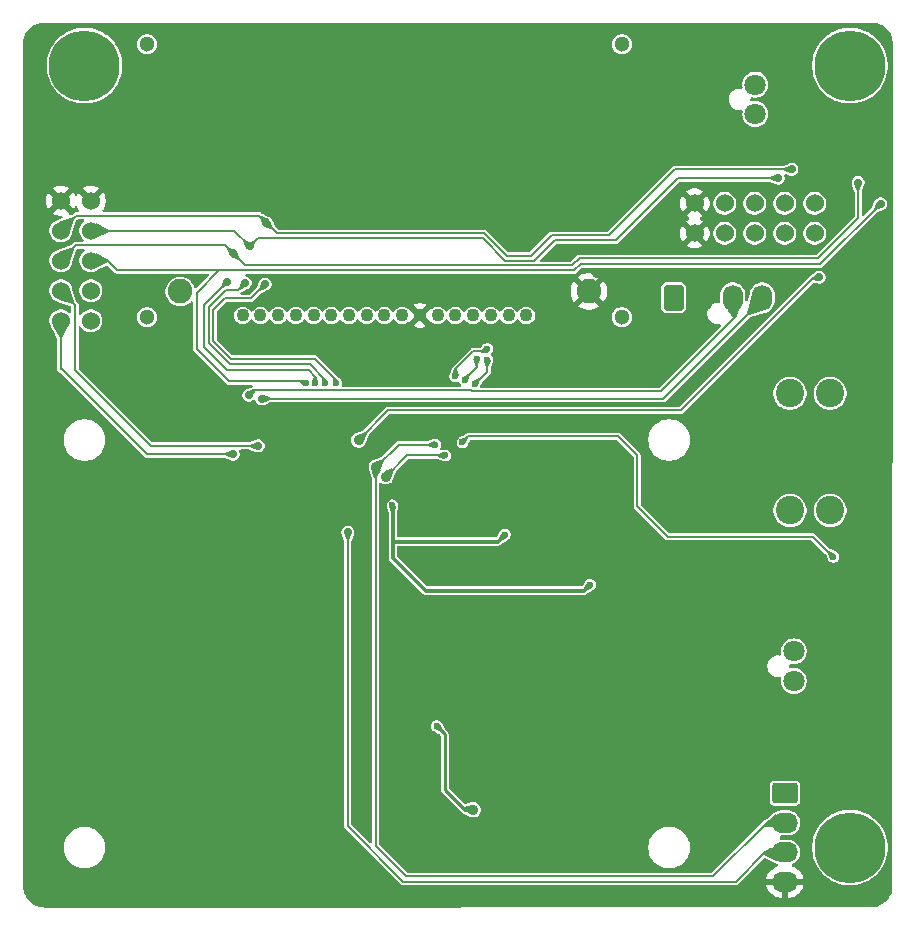
<source format=gbr>
%TF.GenerationSoftware,KiCad,Pcbnew,9.0.4*%
%TF.CreationDate,2025-10-13T22:12:45-05:00*%
%TF.ProjectId,PS-ChargerInterfacePCB,50532d43-6861-4726-9765-72496e746572,rev?*%
%TF.SameCoordinates,Original*%
%TF.FileFunction,Copper,L2,Bot*%
%TF.FilePolarity,Positive*%
%FSLAX46Y46*%
G04 Gerber Fmt 4.6, Leading zero omitted, Abs format (unit mm)*
G04 Created by KiCad (PCBNEW 9.0.4) date 2025-10-13 22:12:45*
%MOMM*%
%LPD*%
G01*
G04 APERTURE LIST*
G04 Aperture macros list*
%AMRoundRect*
0 Rectangle with rounded corners*
0 $1 Rounding radius*
0 $2 $3 $4 $5 $6 $7 $8 $9 X,Y pos of 4 corners*
0 Add a 4 corners polygon primitive as box body*
4,1,4,$2,$3,$4,$5,$6,$7,$8,$9,$2,$3,0*
0 Add four circle primitives for the rounded corners*
1,1,$1+$1,$2,$3*
1,1,$1+$1,$4,$5*
1,1,$1+$1,$6,$7*
1,1,$1+$1,$8,$9*
0 Add four rect primitives between the rounded corners*
20,1,$1+$1,$2,$3,$4,$5,0*
20,1,$1+$1,$4,$5,$6,$7,0*
20,1,$1+$1,$6,$7,$8,$9,0*
20,1,$1+$1,$8,$9,$2,$3,0*%
G04 Aperture macros list end*
%TA.AperFunction,ComponentPad*%
%ADD10C,1.800000*%
%TD*%
%TA.AperFunction,ComponentPad*%
%ADD11RoundRect,0.250000X-0.850000X-0.600000X0.850000X-0.600000X0.850000X0.600000X-0.850000X0.600000X0*%
%TD*%
%TA.AperFunction,ComponentPad*%
%ADD12O,2.200000X1.700000*%
%TD*%
%TA.AperFunction,ComponentPad*%
%ADD13C,3.400000*%
%TD*%
%TA.AperFunction,ConnectorPad*%
%ADD14C,6.000000*%
%TD*%
%TA.AperFunction,ComponentPad*%
%ADD15C,1.524000*%
%TD*%
%TA.AperFunction,ComponentPad*%
%ADD16C,2.400000*%
%TD*%
%TA.AperFunction,ComponentPad*%
%ADD17C,1.100000*%
%TD*%
%TA.AperFunction,ComponentPad*%
%ADD18C,2.085000*%
%TD*%
%TA.AperFunction,ComponentPad*%
%ADD19C,1.300000*%
%TD*%
%TA.AperFunction,ComponentPad*%
%ADD20RoundRect,0.250000X0.600000X-0.850000X0.600000X0.850000X-0.600000X0.850000X-0.600000X-0.850000X0*%
%TD*%
%TA.AperFunction,ComponentPad*%
%ADD21O,1.700000X2.200000*%
%TD*%
%TA.AperFunction,ViaPad*%
%ADD22C,0.900000*%
%TD*%
%TA.AperFunction,ViaPad*%
%ADD23C,0.600000*%
%TD*%
%TA.AperFunction,ViaPad*%
%ADD24C,0.700000*%
%TD*%
%TA.AperFunction,Conductor*%
%ADD25C,0.250000*%
%TD*%
%TA.AperFunction,Conductor*%
%ADD26C,0.200000*%
%TD*%
%TA.AperFunction,Conductor*%
%ADD27C,0.300000*%
%TD*%
G04 APERTURE END LIST*
D10*
%TO.P,J5,1,Pin_1*%
%TO.N,+3.3V*%
X124400000Y-47000000D03*
%TO.P,J5,2,Pin_2*%
%TO.N,/Estop*%
X124400000Y-49500000D03*
%TD*%
D11*
%TO.P,J1,1,Pin_1*%
%TO.N,/12V_IN*%
X126900000Y-107000000D03*
D12*
%TO.P,J1,2,Pin_2*%
%TO.N,/CAN_Elcon_+*%
X126900000Y-109500000D03*
%TO.P,J1,3,Pin_3*%
%TO.N,/CAN_Elcon_-*%
X126900000Y-112000000D03*
%TO.P,J1,4,Pin_4*%
%TO.N,GND*%
X126900000Y-114500000D03*
%TD*%
D13*
%TO.P,H1,1*%
%TO.N,N/C*%
X67600000Y-45400000D03*
D14*
X67600000Y-45400000D03*
%TD*%
D15*
%TO.P,J2,1,GND*%
%TO.N,GND*%
X119260000Y-57060000D03*
%TO.P,J2,2,GND*%
X119260000Y-59600000D03*
%TO.P,J2,3,CH7*%
%TO.N,/Display_MOSI*%
X121800000Y-57060000D03*
%TO.P,J2,4,CH6*%
%TO.N,/Display_SCLK*%
X121800000Y-59600000D03*
%TO.P,J2,5,CH5*%
%TO.N,/Estop*%
X124340000Y-57060000D03*
%TO.P,J2,6,CH4*%
%TO.N,/Display_MISO*%
X124340000Y-59600000D03*
%TO.P,J2,7,CH3*%
%TO.N,unconnected-(J2-CH3-Pad7)*%
X126880000Y-57060000D03*
%TO.P,J2,8,CH2*%
%TO.N,/Display_RES*%
X126880000Y-59600000D03*
%TO.P,J2,9,CH1*%
%TO.N,unconnected-(J2-CH1-Pad9)*%
X129420000Y-57060000D03*
%TO.P,J2,10,CH0*%
%TO.N,/Display_NSS*%
X129420000Y-59600000D03*
%TD*%
D10*
%TO.P,J6,1,Pin_1*%
%TO.N,+12V*%
X127655000Y-95000000D03*
%TO.P,J6,2,Pin_2*%
%TO.N,/Buzzer/Buzz_Post_Diodes*%
X127655000Y-97500000D03*
%TD*%
D13*
%TO.P,H2,1*%
%TO.N,N/C*%
X132400000Y-45400000D03*
D14*
X132400000Y-45400000D03*
%TD*%
D16*
%TO.P,U2,1,1*%
%TO.N,/12V-24V Boost Converter/24V_Out_Fuse*%
X130730100Y-83064670D03*
%TO.P,U2,2,2*%
X127330100Y-83064670D03*
%TO.P,U2,3,3*%
%TO.N,/24V_OUT*%
X130730100Y-73144670D03*
%TO.P,U2,4,4*%
X127330100Y-73144670D03*
%TD*%
D15*
%TO.P,J4,1,GND*%
%TO.N,GND*%
X68140000Y-56840000D03*
%TO.P,J4,2,GND*%
X65600000Y-56840000D03*
%TO.P,J4,3,CH7*%
%TO.N,/LED_CHARGE*%
X68140000Y-59380000D03*
%TO.P,J4,4,CH6*%
%TO.N,/LED_HEART*%
X65600000Y-59380000D03*
%TO.P,J4,5,CH5*%
%TO.N,/LED_HV*%
X68140000Y-61920000D03*
%TO.P,J4,6,CH4*%
%TO.N,/LED_FAULT*%
X65600000Y-61920000D03*
%TO.P,J4,7,CH3*%
%TO.N,/CAN_Elcon_+*%
X68140000Y-64460000D03*
%TO.P,J4,8,CH2*%
%TO.N,/CAN_Car_-*%
X65600000Y-64460000D03*
%TO.P,J4,9,CH1*%
%TO.N,/CAN_Elcon_-*%
X68140000Y-67000000D03*
%TO.P,J4,10,CH0*%
%TO.N,/CAN_Car_+*%
X65600000Y-67000000D03*
%TD*%
D17*
%TO.P,DS1,1,V0*%
%TO.N,Net-(DS1-V0)*%
X81000000Y-66550000D03*
%TO.P,DS1,2,V1*%
%TO.N,Net-(DS1-V1)*%
X82500000Y-66550000D03*
%TO.P,DS1,3,V2*%
%TO.N,Net-(DS1-V2)*%
X84000000Y-66550000D03*
%TO.P,DS1,4,V3*%
%TO.N,Net-(DS1-V3)*%
X85500000Y-66550000D03*
%TO.P,DS1,5,V4*%
%TO.N,Net-(DS1-V4)*%
X87000000Y-66550000D03*
%TO.P,DS1,6,C2-*%
%TO.N,Net-(DS1-C2-)*%
X88500000Y-66550000D03*
%TO.P,DS1,7,C2+*%
%TO.N,Net-(DS1-C2+)*%
X90000000Y-66550000D03*
%TO.P,DS1,8,C1+*%
%TO.N,Net-(DS1-C1+)*%
X91500000Y-66550000D03*
%TO.P,DS1,9,C1-*%
%TO.N,Net-(DS1-C1-)*%
X93000000Y-66550000D03*
%TO.P,DS1,10,VOUT*%
%TO.N,Net-(DS1-VOUT)*%
X94500000Y-66550000D03*
%TO.P,DS1,11,VSS*%
%TO.N,GND*%
X96000000Y-66550000D03*
%TO.P,DS1,12,VDD*%
%TO.N,+3.3V*%
X97500000Y-66550000D03*
%TO.P,DS1,13,SI*%
%TO.N,/Display_MOSI*%
X99000000Y-66550000D03*
%TO.P,DS1,14,SCL*%
%TO.N,/Display_SCLK*%
X100500000Y-66550000D03*
%TO.P,DS1,15,A0*%
%TO.N,/Display_MISO*%
X102000000Y-66550000D03*
%TO.P,DS1,16,~{RES}*%
%TO.N,/Display_RES*%
X103500000Y-66550000D03*
%TO.P,DS1,17,CS1B*%
%TO.N,/Display_NSS*%
X105000000Y-66550000D03*
D18*
%TO.P,DS1,A1,A*%
%TO.N,+3.3V*%
X75700000Y-64510000D03*
%TO.P,DS1,K1,K*%
%TO.N,GND*%
X110300000Y-64510000D03*
D19*
%TO.P,DS1,MH1,MH1*%
%TO.N,unconnected-(DS1-PadMH1)*%
X72900000Y-66700000D03*
%TO.P,DS1,MH2,MH2*%
%TO.N,unconnected-(DS1-PadMH2)*%
X113100000Y-66700000D03*
%TO.P,DS1,MH3,MH3*%
%TO.N,unconnected-(DS1-PadMH3)*%
X113100000Y-43600000D03*
%TO.P,DS1,MH4,MH4*%
%TO.N,unconnected-(DS1-PadMH4)*%
X72900000Y-43600000D03*
%TD*%
D13*
%TO.P,H3,1*%
%TO.N,N/C*%
X132400000Y-111600000D03*
D14*
X132400000Y-111600000D03*
%TD*%
D20*
%TO.P,J3,1,24V*%
%TO.N,+24V*%
X117475000Y-65045000D03*
D21*
%TO.P,J3,2,GND*%
%TO.N,GND*%
X119975000Y-65045000D03*
%TO.P,J3,3,CAN_H*%
%TO.N,/CAN_Car_+*%
X122475000Y-65045000D03*
%TO.P,J3,4,CAN_L*%
%TO.N,/CAN_Car_-*%
X124975000Y-65045000D03*
%TD*%
D22*
%TO.N,GND*%
X113700000Y-96100000D03*
X111800000Y-96100000D03*
X109500000Y-96100000D03*
X107200000Y-96100000D03*
X104900000Y-96200000D03*
D23*
%TO.N,/Display_NSS*%
X100626738Y-72375265D03*
D22*
%TO.N,GND*%
X107000000Y-59000000D03*
X109000000Y-51000000D03*
X93400000Y-92900000D03*
X96200000Y-87800000D03*
X93400000Y-89000000D03*
X95100000Y-86700000D03*
X71000000Y-85000000D03*
X85000000Y-83600000D03*
X71000000Y-66000000D03*
X89000000Y-95000000D03*
X127800000Y-66700000D03*
X71000000Y-70000000D03*
X73000000Y-87000000D03*
X129000000Y-43000000D03*
X107900000Y-63500000D03*
X117000000Y-53000000D03*
X65000000Y-81000000D03*
X90000000Y-63800000D03*
D23*
X99900000Y-101000000D03*
D22*
X77000000Y-83600000D03*
X91000000Y-109000000D03*
X91000000Y-89000000D03*
X75000000Y-87000000D03*
X103600000Y-72000000D03*
X131800000Y-56200000D03*
X113000000Y-63000000D03*
X91000000Y-91000000D03*
X87000000Y-107000000D03*
X79000000Y-87000000D03*
X111000000Y-53000000D03*
X71000000Y-72000000D03*
X75000000Y-80000000D03*
X89000000Y-82000000D03*
X115000000Y-109000000D03*
X73000000Y-64000000D03*
X86000000Y-63800000D03*
X105500000Y-68900000D03*
X77000000Y-82000000D03*
X79000000Y-82000000D03*
X77000000Y-87000000D03*
X83000000Y-83600000D03*
X107000000Y-57000000D03*
X83000000Y-82000000D03*
X69000000Y-83000000D03*
X103600000Y-70400000D03*
X93000000Y-107000000D03*
X135000000Y-61000000D03*
X75000000Y-83600000D03*
X107000000Y-53000000D03*
X97000000Y-109000000D03*
X117000000Y-51000000D03*
X73000000Y-74000000D03*
X113000000Y-65000000D03*
X75000000Y-82000000D03*
X111000000Y-49000000D03*
X79000000Y-83600000D03*
X72000000Y-80000000D03*
X113000000Y-109000000D03*
X81000000Y-82000000D03*
X93000000Y-109000000D03*
X67000000Y-81000000D03*
X81000000Y-87000000D03*
X89000000Y-93000000D03*
X89000000Y-87000000D03*
X91000000Y-107000000D03*
X115000000Y-51000000D03*
X109000000Y-109000000D03*
X105500000Y-70400000D03*
X131800000Y-62900000D03*
X89000000Y-89000000D03*
X104600000Y-85100000D03*
X88000000Y-63800000D03*
X119000000Y-109000000D03*
X67000000Y-83000000D03*
X105000000Y-59000000D03*
X73000000Y-70000000D03*
X111000000Y-55000000D03*
D23*
X96267183Y-98915305D03*
D22*
X115000000Y-53000000D03*
X87000000Y-87000000D03*
X111000000Y-109000000D03*
X89000000Y-107000000D03*
X132800000Y-61800000D03*
X95000000Y-109000000D03*
X89000000Y-109000000D03*
X93400000Y-90900000D03*
X113000000Y-51000000D03*
X72900000Y-81800000D03*
X87000000Y-82000000D03*
X111000000Y-63000000D03*
X135000000Y-63000000D03*
X91000000Y-95000000D03*
X91000000Y-93000000D03*
X71000000Y-68000000D03*
X92000000Y-63800000D03*
X105000000Y-109000000D03*
X85000000Y-87000000D03*
D23*
X94000000Y-97300000D03*
D22*
X107000000Y-109000000D03*
D23*
X112941625Y-103034095D03*
D22*
X97600000Y-88900000D03*
X71000000Y-87000000D03*
X102000000Y-64000000D03*
X109000000Y-57000000D03*
X89000000Y-91000000D03*
X117000000Y-109000000D03*
X85000000Y-82000000D03*
X75000000Y-76000000D03*
X81000000Y-83600000D03*
X87000000Y-83600000D03*
X103000000Y-109000000D03*
X100200000Y-64200000D03*
X129400000Y-64800000D03*
X135000000Y-59000000D03*
X131800000Y-57900000D03*
X106800000Y-64700000D03*
X75000000Y-74000000D03*
X96000000Y-63800000D03*
X71000000Y-64000000D03*
X109000000Y-55000000D03*
D23*
X102500000Y-101000000D03*
D22*
X112100000Y-89500000D03*
X105000000Y-55000000D03*
X73000000Y-72000000D03*
X69000000Y-85000000D03*
X91000000Y-87000000D03*
X87000000Y-109000000D03*
X129400000Y-66700000D03*
D23*
X107641625Y-105834095D03*
D22*
X94000000Y-63800000D03*
X113000000Y-53000000D03*
X135000000Y-65000000D03*
X83000000Y-87000000D03*
D23*
%TO.N,/Power24V/RPP_EN*%
X110400000Y-89350000D03*
X103200000Y-85100000D03*
X93675000Y-82625000D03*
%TO.N,/LED_HV*%
X86350000Y-72301000D03*
D24*
X135000000Y-57100000D03*
%TO.N,/LED_FAULT*%
X133100000Y-55300000D03*
X79700000Y-63700000D03*
D23*
X87150003Y-72301000D03*
D24*
X80200000Y-61300000D03*
%TO.N,/LED_CHARGE*%
X81200000Y-63800000D03*
D23*
X87975000Y-72301000D03*
D24*
X81600000Y-60700000D03*
X126326000Y-54926000D03*
%TO.N,/LED_HEART*%
X83000000Y-58700000D03*
X82900000Y-63900000D03*
D23*
X88900000Y-72301000D03*
D24*
X127500000Y-54187500D03*
D23*
%TO.N,/Display_MISO*%
X99800000Y-72000000D03*
X100800000Y-70200000D03*
%TO.N,/Display_RES*%
X99000000Y-71700000D03*
X101700000Y-69400000D03*
%TO.N,/Display_NSS*%
X101700000Y-70300000D03*
D22*
%TO.N,/Estop*%
X90800000Y-77100000D03*
D24*
X129800000Y-63300000D03*
D23*
%TO.N,/BuzzPWM*%
X131000000Y-87000000D03*
X99600000Y-77300000D03*
D22*
%TO.N,/CAN_Elcon_+*%
X92300000Y-79400000D03*
D23*
X97300001Y-77503715D03*
D24*
%TO.N,/CAN_Car_+*%
X81509933Y-73300000D03*
X80200000Y-78300000D03*
%TO.N,/CAN_Elcon_-*%
X89900000Y-84900000D03*
D22*
X93100000Y-80200000D03*
D23*
X98150000Y-78400000D03*
D24*
%TO.N,/CAN_Car_-*%
X82600000Y-73600000D03*
X82300000Y-77600000D03*
D22*
%TO.N,Net-(IC1-EN{slash}UVLO)*%
X100500000Y-108400000D03*
D23*
X97423414Y-101323414D03*
%TO.N,GND*%
X93100000Y-104200000D03*
%TD*%
D25*
%TO.N,Net-(IC1-EN{slash}UVLO)*%
X97423414Y-101323414D02*
X98100000Y-102000000D01*
X98100000Y-102000000D02*
X98100000Y-106700000D01*
X98100000Y-106700000D02*
X99800000Y-108400000D01*
X99800000Y-108400000D02*
X100500000Y-108400000D01*
D26*
%TO.N,/CAN_Elcon_-*%
X89900000Y-84900000D02*
X89900000Y-109800000D01*
X122725000Y-114500000D02*
X125225000Y-112000000D01*
X89900000Y-109800000D02*
X94600000Y-114500000D01*
X94600000Y-114500000D02*
X122725000Y-114500000D01*
X125225000Y-112000000D02*
X126900000Y-112000000D01*
%TO.N,/Estop*%
X90800000Y-77100000D02*
X93334900Y-74565100D01*
X93334900Y-74565100D02*
X118134900Y-74565100D01*
X118134900Y-74565100D02*
X129400000Y-63300000D01*
X129400000Y-63300000D02*
X129800000Y-63300000D01*
%TO.N,/LED_FAULT*%
X133100000Y-55300000D02*
X133100000Y-58300000D01*
X129700000Y-61700000D02*
X109532900Y-61700000D01*
X109532900Y-61700000D02*
X108915899Y-62317001D01*
X133100000Y-58300000D02*
X129700000Y-61700000D01*
X108915899Y-62317001D02*
X81217001Y-62317001D01*
X81217001Y-62317001D02*
X80200000Y-61300000D01*
%TO.N,/LED_HEART*%
X127500000Y-54187500D02*
X117612500Y-54187500D01*
X117612500Y-54187500D02*
X112049000Y-59751000D01*
X112049000Y-59751000D02*
X107149000Y-59751000D01*
X101467100Y-59600000D02*
X83900000Y-59600000D01*
X107149000Y-59751000D02*
X105400000Y-61500000D01*
X105400000Y-61500000D02*
X103367100Y-61500000D01*
X103367100Y-61500000D02*
X101467100Y-59600000D01*
X83900000Y-59600000D02*
X83000000Y-58700000D01*
%TO.N,/LED_CHARGE*%
X107400000Y-60200000D02*
X105700000Y-61900000D01*
X105700000Y-61900000D02*
X105567100Y-61900000D01*
X112600000Y-60200000D02*
X107400000Y-60200000D01*
X117874000Y-54926000D02*
X112600000Y-60200000D01*
X126326000Y-54926000D02*
X117874000Y-54926000D01*
X105566100Y-61901000D02*
X103201000Y-61901000D01*
X81601000Y-60700000D02*
X81600000Y-60700000D01*
X105567100Y-61900000D02*
X105566100Y-61901000D01*
X82300000Y-60001000D02*
X81601000Y-60700000D01*
X103201000Y-61901000D02*
X101301000Y-60001000D01*
X101301000Y-60001000D02*
X82300000Y-60001000D01*
%TO.N,/Display_RES*%
X101700000Y-69400000D02*
X101500000Y-69600000D01*
X100500000Y-69600000D02*
X99000000Y-71100000D01*
X101500000Y-69600000D02*
X100500000Y-69600000D01*
X99000000Y-71100000D02*
X99000000Y-71700000D01*
D27*
%TO.N,/Power24V/RPP_EN*%
X96500000Y-89850000D02*
X93700000Y-87050000D01*
X103200000Y-85100000D02*
X102600000Y-85700000D01*
X109900000Y-89850000D02*
X96500000Y-89850000D01*
X93700000Y-87050000D02*
X93700000Y-85750000D01*
X102600000Y-85700000D02*
X93750000Y-85700000D01*
X110400000Y-89350000D02*
X109900000Y-89850000D01*
X93750000Y-85700000D02*
X93700000Y-85750000D01*
X93700000Y-82650000D02*
X93675000Y-82625000D01*
X93700000Y-85750000D02*
X93700000Y-82650000D01*
D26*
%TO.N,/LED_HV*%
X129900000Y-62200000D02*
X135000000Y-57100000D01*
X79000000Y-62718001D02*
X79100000Y-62718001D01*
X77100000Y-69400000D02*
X77100000Y-64618001D01*
X70360000Y-62700000D02*
X69580000Y-61920000D01*
X86149000Y-72100000D02*
X79800000Y-72100000D01*
X109081999Y-62718001D02*
X109600000Y-62200000D01*
X79100000Y-62718001D02*
X79081999Y-62700000D01*
X109600000Y-62200000D02*
X129900000Y-62200000D01*
X79100000Y-62718001D02*
X102500000Y-62718001D01*
X102500000Y-62718001D02*
X109081999Y-62718001D01*
X86350000Y-72301000D02*
X86149000Y-72100000D01*
X69580000Y-61920000D02*
X68140000Y-61920000D01*
X79081999Y-62700000D02*
X70360000Y-62700000D01*
X77100000Y-64618001D02*
X79000000Y-62718001D01*
X79800000Y-72100000D02*
X77100000Y-69400000D01*
%TO.N,/LED_FAULT*%
X66920000Y-60600000D02*
X65600000Y-61920000D01*
X80200000Y-61300000D02*
X79500000Y-60600000D01*
X77700000Y-69200000D02*
X77700000Y-65700000D01*
X77700000Y-65700000D02*
X79700000Y-63700000D01*
X87149558Y-72300555D02*
X87149558Y-71749558D01*
X86600000Y-71200000D02*
X79700000Y-71200000D01*
X79500000Y-60600000D02*
X66920000Y-60600000D01*
X79700000Y-71200000D02*
X77700000Y-69200000D01*
X87149558Y-71749558D02*
X86600000Y-71200000D01*
X87150003Y-72301000D02*
X87149558Y-72300555D01*
%TO.N,/LED_CHARGE*%
X80600000Y-64400000D02*
X81200000Y-63800000D01*
X78101000Y-65866100D02*
X79567100Y-64400000D01*
X87975000Y-72301000D02*
X87975000Y-72007900D01*
X79567100Y-64400000D02*
X80600000Y-64400000D01*
X87975000Y-72007900D02*
X86667100Y-70700000D01*
X81600000Y-60700000D02*
X80280000Y-59380000D01*
X78101000Y-68901000D02*
X78101000Y-65866100D01*
X86667100Y-70700000D02*
X79900000Y-70700000D01*
X80280000Y-59380000D02*
X68140000Y-59380000D01*
X79900000Y-70700000D02*
X78101000Y-68901000D01*
%TO.N,/LED_HEART*%
X88900000Y-72301000D02*
X88900000Y-72000000D01*
X78502000Y-68702000D02*
X78502000Y-66098000D01*
X88900000Y-72000000D02*
X87100000Y-70200000D01*
X82400000Y-58100000D02*
X66880000Y-58100000D01*
X87100000Y-70200000D02*
X80000000Y-70200000D01*
X66880000Y-58100000D02*
X65600000Y-59380000D01*
X80000000Y-70200000D02*
X78502000Y-68702000D01*
X81700000Y-65100000D02*
X82900000Y-63900000D01*
X83000000Y-58700000D02*
X82400000Y-58100000D01*
X79500000Y-65100000D02*
X81700000Y-65100000D01*
X78502000Y-66098000D02*
X79500000Y-65100000D01*
%TO.N,/Display_MISO*%
X99800000Y-71900000D02*
X100800000Y-70900000D01*
X100800000Y-70900000D02*
X100800000Y-70200000D01*
X99800000Y-72000000D02*
X99800000Y-71900000D01*
%TO.N,/BuzzPWM*%
X114400000Y-78448254D02*
X114350000Y-78398254D01*
X114350000Y-78398254D02*
X114350000Y-78350000D01*
X131000000Y-87000000D02*
X129300000Y-85300000D01*
X112800000Y-76800000D02*
X100100000Y-76800000D01*
X114350000Y-78350000D02*
X112800000Y-76800000D01*
X114400000Y-82700000D02*
X114400000Y-78448254D01*
X129300000Y-85300000D02*
X117000000Y-85300000D01*
X117000000Y-85300000D02*
X114400000Y-82700000D01*
X100100000Y-76800000D02*
X99600000Y-77300000D01*
%TO.N,/CAN_Elcon_+*%
X126900000Y-109500000D02*
X125380230Y-109500000D01*
X94850000Y-114050000D02*
X92249000Y-111449000D01*
X97300001Y-77503715D02*
X97346286Y-77550000D01*
X92249000Y-79451000D02*
X92300000Y-79400000D01*
X125380230Y-109500000D02*
X120830230Y-114050000D01*
X92249000Y-111449000D02*
X92249000Y-79451000D01*
X92300000Y-79400000D02*
X94200000Y-77500000D01*
X97296286Y-77500000D02*
X97300001Y-77503715D01*
X120830230Y-114050000D02*
X94850000Y-114050000D01*
X94200000Y-77500000D02*
X97296286Y-77500000D01*
%TO.N,/CAN_Car_+*%
X122800000Y-66600000D02*
X122800000Y-64170000D01*
X81509933Y-73292067D02*
X81901000Y-72901000D01*
X80200000Y-78300000D02*
X72900000Y-78300000D01*
X116424735Y-72975265D02*
X122800000Y-66600000D01*
X65600000Y-71100000D02*
X65600000Y-67000000D01*
X65700000Y-71100000D02*
X65600000Y-71100000D01*
X72900000Y-78300000D02*
X65700000Y-71100000D01*
X100302527Y-72901000D02*
X100376792Y-72975265D01*
X81509933Y-73300000D02*
X81509933Y-73292067D01*
X100376792Y-72975265D02*
X116424735Y-72975265D01*
X81901000Y-72901000D02*
X100302527Y-72901000D01*
%TO.N,/CAN_Elcon_-*%
X94900000Y-78400000D02*
X93100000Y-80200000D01*
X98150000Y-78400000D02*
X94900000Y-78400000D01*
%TO.N,/CAN_Car_-*%
X125300000Y-64900000D02*
X125300000Y-64170000D01*
X116600000Y-73600000D02*
X125300000Y-64900000D01*
X82300000Y-77600000D02*
X73200000Y-77600000D01*
X73200000Y-77600000D02*
X66800000Y-71200000D01*
X66800000Y-71200000D02*
X66800000Y-65660000D01*
X82600000Y-73600000D02*
X116600000Y-73600000D01*
X66800000Y-65660000D02*
X65600000Y-64460000D01*
%TO.N,/Display_NSS*%
X100626738Y-72375265D02*
X100626738Y-72373262D01*
X100626738Y-72373262D02*
X101700000Y-71300000D01*
X101700000Y-71300000D02*
X101700000Y-70300000D01*
%TD*%
%TA.AperFunction,Conductor*%
%TO.N,GND*%
G36*
X66652268Y-57538715D02*
G01*
X66679362Y-57501425D01*
X66759515Y-57344117D01*
X66807489Y-57293321D01*
X66875310Y-57276526D01*
X66941445Y-57299063D01*
X66980485Y-57344117D01*
X67060641Y-57501432D01*
X67134155Y-57602614D01*
X67157635Y-57668420D01*
X67141810Y-57736474D01*
X67091704Y-57785169D01*
X67033837Y-57799500D01*
X66840438Y-57799500D01*
X66810127Y-57807622D01*
X66764009Y-57819979D01*
X66764004Y-57819982D01*
X66695495Y-57859535D01*
X66695491Y-57859538D01*
X66516136Y-58038892D01*
X66505504Y-58045513D01*
X66499931Y-58052537D01*
X66468489Y-58068570D01*
X66458220Y-58072073D01*
X66388415Y-58075086D01*
X66328063Y-58039882D01*
X66296324Y-57977638D01*
X66294568Y-57944986D01*
X66298716Y-57892268D01*
X65735942Y-57329494D01*
X65796081Y-57313381D01*
X65911920Y-57246502D01*
X66006502Y-57151920D01*
X66073381Y-57036081D01*
X66089495Y-56975942D01*
X66652268Y-57538715D01*
G37*
%TD.AperFunction*%
%TA.AperFunction,Conductor*%
G36*
X134672890Y-41821226D02*
G01*
X134703072Y-41824965D01*
X134879261Y-41869248D01*
X134895512Y-41874547D01*
X135088070Y-41952400D01*
X135103433Y-41959882D01*
X135283451Y-42063479D01*
X135297637Y-42073002D01*
X135461690Y-42200371D01*
X135474435Y-42211758D01*
X135619416Y-42360487D01*
X135630477Y-42373522D01*
X135753617Y-42540768D01*
X135762780Y-42555201D01*
X135861745Y-42737794D01*
X135868836Y-42753349D01*
X135941748Y-42947820D01*
X135946632Y-42964204D01*
X135992103Y-43166859D01*
X135994687Y-43183759D01*
X136012166Y-43394527D01*
X136012546Y-43401469D01*
X136012566Y-43402254D01*
X136013181Y-43446869D01*
X136013805Y-43448707D01*
X136014101Y-43459767D01*
X136013919Y-43460453D01*
X136014145Y-43463098D01*
X135999524Y-115160173D01*
X135994843Y-115193896D01*
X135937295Y-115397364D01*
X135931564Y-115413353D01*
X135833822Y-115636576D01*
X135825960Y-115651631D01*
X135698627Y-115859411D01*
X135688782Y-115873251D01*
X135534253Y-116061678D01*
X135522608Y-116074042D01*
X135343780Y-116239585D01*
X135330555Y-116250242D01*
X135130783Y-116389796D01*
X135116226Y-116398547D01*
X134899252Y-116509495D01*
X134883636Y-116516173D01*
X134653545Y-116596428D01*
X134637163Y-116600910D01*
X134398264Y-116648971D01*
X134381422Y-116651173D01*
X134135004Y-116666332D01*
X134126511Y-116666563D01*
X134076220Y-116666206D01*
X134070044Y-116666670D01*
X64314432Y-116690645D01*
X64306317Y-116690382D01*
X64070373Y-116674990D01*
X64054371Y-116672894D01*
X63826363Y-116627768D01*
X63810768Y-116623610D01*
X63590576Y-116549260D01*
X63575653Y-116543113D01*
X63366965Y-116440786D01*
X63352975Y-116432757D01*
X63159346Y-116304192D01*
X63146513Y-116294410D01*
X62971225Y-116141789D01*
X62959768Y-116130421D01*
X62805786Y-115956324D01*
X62795907Y-115943569D01*
X62665842Y-115750948D01*
X62657700Y-115737014D01*
X62553751Y-115529125D01*
X62547492Y-115514259D01*
X62514291Y-115418399D01*
X62471429Y-115294643D01*
X62467151Y-115279084D01*
X62461403Y-115251185D01*
X62420251Y-115051431D01*
X62418032Y-115035448D01*
X62416773Y-115018217D01*
X62400827Y-114799927D01*
X62400498Y-114790909D01*
X62400492Y-114731591D01*
X62400139Y-111484603D01*
X65839500Y-111484603D01*
X65839500Y-111715396D01*
X65862929Y-111893347D01*
X65869623Y-111944193D01*
X65876714Y-111970657D01*
X65929353Y-112167110D01*
X66017665Y-112380313D01*
X66017669Y-112380323D01*
X66133056Y-112580179D01*
X66273544Y-112763267D01*
X66273550Y-112763274D01*
X66436725Y-112926449D01*
X66436732Y-112926455D01*
X66619820Y-113066943D01*
X66819676Y-113182330D01*
X66819677Y-113182330D01*
X66819680Y-113182332D01*
X66961821Y-113241208D01*
X67032889Y-113270646D01*
X67032890Y-113270646D01*
X67032892Y-113270647D01*
X67255807Y-113330377D01*
X67484611Y-113360500D01*
X67484618Y-113360500D01*
X67715382Y-113360500D01*
X67715389Y-113360500D01*
X67944193Y-113330377D01*
X68167108Y-113270647D01*
X68380320Y-113182332D01*
X68580180Y-113066943D01*
X68763269Y-112926454D01*
X68926454Y-112763269D01*
X69066943Y-112580180D01*
X69182332Y-112380320D01*
X69270647Y-112167108D01*
X69330377Y-111944193D01*
X69360500Y-111715389D01*
X69360500Y-111484611D01*
X69330377Y-111255807D01*
X69270647Y-111032892D01*
X69263477Y-111015583D01*
X69227951Y-110929815D01*
X69182332Y-110819680D01*
X69098512Y-110674500D01*
X69066943Y-110619820D01*
X68926455Y-110436732D01*
X68926449Y-110436725D01*
X68763274Y-110273550D01*
X68763267Y-110273544D01*
X68580179Y-110133056D01*
X68380323Y-110017669D01*
X68380313Y-110017665D01*
X68167110Y-109929353D01*
X68055650Y-109899488D01*
X67944193Y-109869623D01*
X67893347Y-109862929D01*
X67715396Y-109839500D01*
X67715389Y-109839500D01*
X67484611Y-109839500D01*
X67484603Y-109839500D01*
X67281229Y-109866276D01*
X67255807Y-109869623D01*
X67200078Y-109884555D01*
X67032889Y-109929353D01*
X66819686Y-110017665D01*
X66819676Y-110017669D01*
X66619820Y-110133056D01*
X66436732Y-110273544D01*
X66436725Y-110273550D01*
X66273550Y-110436725D01*
X66273544Y-110436732D01*
X66133056Y-110619820D01*
X66017669Y-110819676D01*
X66017665Y-110819686D01*
X65929353Y-111032889D01*
X65904896Y-111124167D01*
X65869623Y-111255807D01*
X65866276Y-111281229D01*
X65839500Y-111484603D01*
X62400139Y-111484603D01*
X62397244Y-84827525D01*
X89349500Y-84827525D01*
X89349500Y-84972475D01*
X89367251Y-85038723D01*
X89369175Y-85049614D01*
X89369176Y-85049619D01*
X89370265Y-85055783D01*
X89370266Y-85055786D01*
X89372801Y-85062298D01*
X89377015Y-85075163D01*
X89387016Y-85112485D01*
X89398611Y-85132567D01*
X89406778Y-85149588D01*
X89589956Y-85620185D01*
X89591055Y-85623009D01*
X89599500Y-85667987D01*
X89599500Y-109839562D01*
X89607555Y-109869623D01*
X89619979Y-109915989D01*
X89627693Y-109929349D01*
X89627694Y-109929353D01*
X89659535Y-109984504D01*
X89659539Y-109984509D01*
X89659540Y-109984511D01*
X94415489Y-114740460D01*
X94474829Y-114774720D01*
X94484008Y-114780020D01*
X94484012Y-114780022D01*
X94560438Y-114800500D01*
X94560440Y-114800500D01*
X122764560Y-114800500D01*
X122764562Y-114800500D01*
X122840989Y-114780021D01*
X122909511Y-114740460D01*
X122965460Y-114684511D01*
X125095855Y-112554114D01*
X125157176Y-112520631D01*
X125226868Y-112525615D01*
X125232083Y-112527696D01*
X126092916Y-112893975D01*
X126092868Y-112894086D01*
X126099258Y-112896811D01*
X126106859Y-112900510D01*
X126152402Y-112930941D01*
X126266442Y-112978178D01*
X126269801Y-112979813D01*
X126292979Y-113000915D01*
X126317393Y-113020589D01*
X126318612Y-113024251D01*
X126321466Y-113026850D01*
X126329557Y-113057138D01*
X126339458Y-113086883D01*
X126338503Y-113090622D01*
X126339500Y-113094352D01*
X126329930Y-113124211D01*
X126322179Y-113154582D01*
X126319354Y-113157211D01*
X126318176Y-113160889D01*
X126293980Y-113180835D01*
X126271042Y-113202193D01*
X126265138Y-113204613D01*
X126264265Y-113205334D01*
X126263021Y-113205481D01*
X126253856Y-113209240D01*
X126131781Y-113248905D01*
X125942442Y-113345379D01*
X125770540Y-113470272D01*
X125770535Y-113470276D01*
X125620276Y-113620535D01*
X125620272Y-113620540D01*
X125495379Y-113792442D01*
X125398904Y-113981782D01*
X125333242Y-114183870D01*
X125333242Y-114183873D01*
X125322769Y-114250000D01*
X126351518Y-114250000D01*
X126340889Y-114268409D01*
X126300000Y-114421009D01*
X126300000Y-114578991D01*
X126340889Y-114731591D01*
X126351518Y-114750000D01*
X125322769Y-114750000D01*
X125333242Y-114816126D01*
X125333242Y-114816129D01*
X125398904Y-115018217D01*
X125495379Y-115207557D01*
X125620272Y-115379459D01*
X125620276Y-115379464D01*
X125770535Y-115529723D01*
X125770540Y-115529727D01*
X125942442Y-115654620D01*
X126131782Y-115751095D01*
X126333870Y-115816757D01*
X126543754Y-115850000D01*
X126650000Y-115850000D01*
X126650000Y-115048482D01*
X126668409Y-115059111D01*
X126821009Y-115100000D01*
X126978991Y-115100000D01*
X127131591Y-115059111D01*
X127150000Y-115048482D01*
X127150000Y-115850000D01*
X127256246Y-115850000D01*
X127466127Y-115816757D01*
X127466130Y-115816757D01*
X127668217Y-115751095D01*
X127857557Y-115654620D01*
X128029459Y-115529727D01*
X128029464Y-115529723D01*
X128179723Y-115379464D01*
X128179727Y-115379459D01*
X128304620Y-115207557D01*
X128401095Y-115018217D01*
X128466757Y-114816129D01*
X128466757Y-114816126D01*
X128477231Y-114750000D01*
X127448482Y-114750000D01*
X127459111Y-114731591D01*
X127500000Y-114578991D01*
X127500000Y-114421009D01*
X127459111Y-114268409D01*
X127448482Y-114250000D01*
X128477231Y-114250000D01*
X128466757Y-114183873D01*
X128466757Y-114183870D01*
X128401095Y-113981782D01*
X128304620Y-113792442D01*
X128179727Y-113620540D01*
X128179723Y-113620535D01*
X128029464Y-113470276D01*
X128029459Y-113470272D01*
X127857557Y-113345379D01*
X127668216Y-113248904D01*
X127546144Y-113209240D01*
X127488468Y-113169802D01*
X127461270Y-113105444D01*
X127473185Y-113036597D01*
X127520429Y-112985122D01*
X127537006Y-112976749D01*
X127647598Y-112930941D01*
X127819655Y-112815977D01*
X127965977Y-112669655D01*
X128080941Y-112497598D01*
X128160130Y-112306420D01*
X128200500Y-112103465D01*
X128200500Y-111896535D01*
X128160130Y-111693580D01*
X128080941Y-111502402D01*
X128026055Y-111420259D01*
X129199500Y-111420259D01*
X129199500Y-111779740D01*
X129239746Y-112136935D01*
X129239748Y-112136951D01*
X129319737Y-112487407D01*
X129319741Y-112487419D01*
X129438465Y-112826711D01*
X129594432Y-113150579D01*
X129594434Y-113150582D01*
X129785685Y-113454956D01*
X130009812Y-113736003D01*
X130263997Y-113990188D01*
X130545044Y-114214315D01*
X130849418Y-114405566D01*
X131173292Y-114561536D01*
X131355391Y-114625255D01*
X131512580Y-114680258D01*
X131512592Y-114680262D01*
X131863052Y-114760252D01*
X132220260Y-114800499D01*
X132220261Y-114800500D01*
X132220264Y-114800500D01*
X132579739Y-114800500D01*
X132579739Y-114800499D01*
X132936948Y-114760252D01*
X133287408Y-114680262D01*
X133626708Y-114561536D01*
X133950582Y-114405566D01*
X134254956Y-114214315D01*
X134536003Y-113990188D01*
X134790188Y-113736003D01*
X135014315Y-113454956D01*
X135205566Y-113150582D01*
X135361536Y-112826708D01*
X135480262Y-112487408D01*
X135560252Y-112136948D01*
X135600500Y-111779736D01*
X135600500Y-111420264D01*
X135560252Y-111063052D01*
X135480262Y-110712592D01*
X135361536Y-110373292D01*
X135205566Y-110049418D01*
X135014315Y-109745044D01*
X134790188Y-109463997D01*
X134536003Y-109209812D01*
X134515657Y-109193587D01*
X134464626Y-109152891D01*
X134254956Y-108985685D01*
X133950582Y-108794434D01*
X133950579Y-108794432D01*
X133626711Y-108638465D01*
X133287419Y-108519741D01*
X133287407Y-108519737D01*
X132936951Y-108439748D01*
X132936935Y-108439746D01*
X132579740Y-108399500D01*
X132579736Y-108399500D01*
X132220264Y-108399500D01*
X132220259Y-108399500D01*
X131863064Y-108439746D01*
X131863048Y-108439748D01*
X131512592Y-108519737D01*
X131512580Y-108519741D01*
X131173288Y-108638465D01*
X130849420Y-108794432D01*
X130545045Y-108985684D01*
X130263997Y-109209811D01*
X130009811Y-109463997D01*
X129785684Y-109745045D01*
X129594432Y-110049420D01*
X129438465Y-110373288D01*
X129319741Y-110712580D01*
X129319737Y-110712592D01*
X129239748Y-111063048D01*
X129239746Y-111063064D01*
X129199500Y-111420259D01*
X128026055Y-111420259D01*
X127965977Y-111330345D01*
X127965975Y-111330342D01*
X127819657Y-111184024D01*
X127730074Y-111124167D01*
X127647598Y-111069059D01*
X127633086Y-111063048D01*
X127456420Y-110989870D01*
X127456412Y-110989868D01*
X127253469Y-110949500D01*
X127253465Y-110949500D01*
X126594500Y-110949500D01*
X126585814Y-110946949D01*
X126576853Y-110948238D01*
X126552812Y-110937259D01*
X126527461Y-110929815D01*
X126521533Y-110922974D01*
X126513297Y-110919213D01*
X126499007Y-110896978D01*
X126481706Y-110877011D01*
X126479418Y-110866496D01*
X126475523Y-110860435D01*
X126470500Y-110825500D01*
X126470500Y-110674500D01*
X126490185Y-110607461D01*
X126542989Y-110561706D01*
X126594500Y-110550500D01*
X127253466Y-110550500D01*
X127253467Y-110550499D01*
X127456420Y-110510130D01*
X127647598Y-110430941D01*
X127819655Y-110315977D01*
X127965977Y-110169655D01*
X128080941Y-109997598D01*
X128160130Y-109806420D01*
X128200500Y-109603465D01*
X128200500Y-109396535D01*
X128160130Y-109193580D01*
X128080941Y-109002402D01*
X127965977Y-108830345D01*
X127965975Y-108830342D01*
X127819657Y-108684024D01*
X127725962Y-108621420D01*
X127647598Y-108569059D01*
X127456420Y-108489870D01*
X127456412Y-108489868D01*
X127253469Y-108449500D01*
X127253465Y-108449500D01*
X126546535Y-108449500D01*
X126546530Y-108449500D01*
X126343587Y-108489868D01*
X126343579Y-108489870D01*
X126152400Y-108569059D01*
X126074033Y-108621420D01*
X126074034Y-108621421D01*
X126068315Y-108625241D01*
X126041312Y-108639244D01*
X126010655Y-108663767D01*
X126006223Y-108666729D01*
X126006223Y-108666730D01*
X125980348Y-108684020D01*
X125980345Y-108684023D01*
X125965237Y-108699130D01*
X125955021Y-108708273D01*
X125361406Y-109183153D01*
X125316040Y-109206098D01*
X125264242Y-109219977D01*
X125195720Y-109259539D01*
X124919805Y-109535453D01*
X124919804Y-109535452D01*
X124914940Y-109540315D01*
X124898677Y-109553327D01*
X124889869Y-109560788D01*
X124888912Y-109561646D01*
X124877496Y-109577760D01*
X124870062Y-109585195D01*
X120742078Y-113713181D01*
X120680755Y-113746666D01*
X120654397Y-113749500D01*
X95025833Y-113749500D01*
X94958794Y-113729815D01*
X94938152Y-113713181D01*
X92709574Y-111484603D01*
X115339500Y-111484603D01*
X115339500Y-111715396D01*
X115362929Y-111893347D01*
X115369623Y-111944193D01*
X115376714Y-111970657D01*
X115429353Y-112167110D01*
X115517665Y-112380313D01*
X115517669Y-112380323D01*
X115633056Y-112580179D01*
X115773544Y-112763267D01*
X115773550Y-112763274D01*
X115936725Y-112926449D01*
X115936732Y-112926455D01*
X116119820Y-113066943D01*
X116319676Y-113182330D01*
X116319677Y-113182330D01*
X116319680Y-113182332D01*
X116461821Y-113241208D01*
X116532889Y-113270646D01*
X116532890Y-113270646D01*
X116532892Y-113270647D01*
X116755807Y-113330377D01*
X116984611Y-113360500D01*
X116984618Y-113360500D01*
X117215382Y-113360500D01*
X117215389Y-113360500D01*
X117444193Y-113330377D01*
X117667108Y-113270647D01*
X117880320Y-113182332D01*
X118080180Y-113066943D01*
X118263269Y-112926454D01*
X118426454Y-112763269D01*
X118566943Y-112580180D01*
X118682332Y-112380320D01*
X118770647Y-112167108D01*
X118830377Y-111944193D01*
X118860500Y-111715389D01*
X118860500Y-111484611D01*
X118830377Y-111255807D01*
X118770647Y-111032892D01*
X118763477Y-111015583D01*
X118727951Y-110929815D01*
X118682332Y-110819680D01*
X118598512Y-110674500D01*
X118566943Y-110619820D01*
X118426455Y-110436732D01*
X118426449Y-110436725D01*
X118263274Y-110273550D01*
X118263267Y-110273544D01*
X118080179Y-110133056D01*
X117880323Y-110017669D01*
X117880313Y-110017665D01*
X117667110Y-109929353D01*
X117555650Y-109899488D01*
X117444193Y-109869623D01*
X117393347Y-109862929D01*
X117215396Y-109839500D01*
X117215389Y-109839500D01*
X116984611Y-109839500D01*
X116984603Y-109839500D01*
X116781229Y-109866276D01*
X116755807Y-109869623D01*
X116700078Y-109884555D01*
X116532889Y-109929353D01*
X116319686Y-110017665D01*
X116319676Y-110017669D01*
X116119820Y-110133056D01*
X115936732Y-110273544D01*
X115936725Y-110273550D01*
X115773550Y-110436725D01*
X115773544Y-110436732D01*
X115633056Y-110619820D01*
X115517669Y-110819676D01*
X115517665Y-110819686D01*
X115429353Y-111032889D01*
X115404896Y-111124167D01*
X115369623Y-111255807D01*
X115366276Y-111281229D01*
X115339500Y-111484603D01*
X92709574Y-111484603D01*
X92585819Y-111360848D01*
X92552334Y-111299525D01*
X92549500Y-111273167D01*
X92549500Y-101257522D01*
X96922914Y-101257522D01*
X96922914Y-101389305D01*
X96957022Y-101516601D01*
X96982400Y-101560556D01*
X97022914Y-101630728D01*
X97116100Y-101723914D01*
X97146882Y-101741686D01*
X97162436Y-101752320D01*
X97173502Y-101761191D01*
X97550442Y-101957147D01*
X97630071Y-101998543D01*
X97631436Y-101999543D01*
X97632302Y-101999732D01*
X97660556Y-102020883D01*
X97738181Y-102098508D01*
X97771666Y-102159831D01*
X97774500Y-102186189D01*
X97774500Y-106742852D01*
X97796682Y-106825640D01*
X97818108Y-106862750D01*
X97839535Y-106899862D01*
X99600138Y-108660465D01*
X99674361Y-108703318D01*
X99757147Y-108725500D01*
X99757148Y-108725500D01*
X99764995Y-108726533D01*
X99814532Y-108744321D01*
X99927087Y-108814672D01*
X100072045Y-108905276D01*
X100131471Y-108942419D01*
X100140421Y-108945895D01*
X100141346Y-108946254D01*
X100165348Y-108958742D01*
X100191867Y-108976461D01*
X100191873Y-108976465D01*
X100310256Y-109025501D01*
X100310260Y-109025501D01*
X100310261Y-109025502D01*
X100435928Y-109050500D01*
X100435931Y-109050500D01*
X100564071Y-109050500D01*
X100648615Y-109033682D01*
X100689744Y-109025501D01*
X100808127Y-108976465D01*
X100914669Y-108905276D01*
X101005276Y-108814669D01*
X101076465Y-108708127D01*
X101125501Y-108589744D01*
X101139426Y-108519741D01*
X101150500Y-108464071D01*
X101150500Y-108335928D01*
X101125502Y-108210261D01*
X101125501Y-108210260D01*
X101125501Y-108210256D01*
X101076465Y-108091873D01*
X101076464Y-108091872D01*
X101076461Y-108091866D01*
X101005276Y-107985331D01*
X101005273Y-107985327D01*
X100914672Y-107894726D01*
X100914668Y-107894723D01*
X100808133Y-107823538D01*
X100808124Y-107823533D01*
X100689744Y-107774499D01*
X100689738Y-107774497D01*
X100564071Y-107749500D01*
X100564069Y-107749500D01*
X100435931Y-107749500D01*
X100435926Y-107749500D01*
X100364520Y-107763703D01*
X100364521Y-107763704D01*
X100360032Y-107764597D01*
X100335224Y-107767654D01*
X100320919Y-107772377D01*
X100313455Y-107773862D01*
X100313454Y-107773861D01*
X100310260Y-107774497D01*
X100310248Y-107774501D01*
X100297801Y-107779656D01*
X100289240Y-107782837D01*
X99876092Y-107919267D01*
X99806261Y-107921597D01*
X99749529Y-107889202D01*
X98461819Y-106601492D01*
X98447115Y-106574564D01*
X98430523Y-106548746D01*
X98429631Y-106542545D01*
X98428334Y-106540169D01*
X98425500Y-106513811D01*
X98425500Y-106345730D01*
X125599500Y-106345730D01*
X125599500Y-107654269D01*
X125602353Y-107684699D01*
X125602353Y-107684701D01*
X125647206Y-107812880D01*
X125647207Y-107812882D01*
X125727850Y-107922150D01*
X125837118Y-108002793D01*
X125879845Y-108017744D01*
X125965299Y-108047646D01*
X125995730Y-108050500D01*
X125995734Y-108050500D01*
X127804270Y-108050500D01*
X127834699Y-108047646D01*
X127834701Y-108047646D01*
X127898790Y-108025219D01*
X127962882Y-108002793D01*
X128072150Y-107922150D01*
X128152793Y-107812882D01*
X128175219Y-107748790D01*
X128197646Y-107684701D01*
X128197646Y-107684699D01*
X128200500Y-107654269D01*
X128200500Y-106345730D01*
X128197646Y-106315300D01*
X128197646Y-106315298D01*
X128152793Y-106187119D01*
X128152792Y-106187117D01*
X128072150Y-106077850D01*
X127962882Y-105997207D01*
X127962880Y-105997206D01*
X127834700Y-105952353D01*
X127804270Y-105949500D01*
X127804266Y-105949500D01*
X125995734Y-105949500D01*
X125995730Y-105949500D01*
X125965300Y-105952353D01*
X125965298Y-105952353D01*
X125837119Y-105997206D01*
X125837117Y-105997207D01*
X125727850Y-106077850D01*
X125647207Y-106187117D01*
X125647206Y-106187119D01*
X125602353Y-106315298D01*
X125602353Y-106315300D01*
X125599500Y-106345730D01*
X98425500Y-106345730D01*
X98425500Y-101957149D01*
X98425500Y-101957147D01*
X98403318Y-101874362D01*
X98403318Y-101874361D01*
X98360465Y-101800138D01*
X98120883Y-101560556D01*
X98098543Y-101530071D01*
X97861191Y-101073502D01*
X97855841Y-101063852D01*
X97855209Y-101062781D01*
X97853913Y-101061406D01*
X97836765Y-101038359D01*
X97823916Y-101016103D01*
X97823912Y-101016098D01*
X97730730Y-100922916D01*
X97730728Y-100922914D01*
X97673664Y-100889968D01*
X97616601Y-100857022D01*
X97552953Y-100839968D01*
X97489306Y-100822914D01*
X97357522Y-100822914D01*
X97230226Y-100857022D01*
X97116100Y-100922914D01*
X97116097Y-100922916D01*
X97022916Y-101016097D01*
X97022914Y-101016100D01*
X96957022Y-101130226D01*
X96922914Y-101257522D01*
X92549500Y-101257522D01*
X92549500Y-96160319D01*
X125404500Y-96160319D01*
X125404500Y-96339680D01*
X125439487Y-96515575D01*
X125439490Y-96515584D01*
X125508121Y-96681277D01*
X125508128Y-96681290D01*
X125607767Y-96830409D01*
X125607770Y-96830413D01*
X125734586Y-96957229D01*
X125734590Y-96957232D01*
X125883709Y-97056871D01*
X125883722Y-97056878D01*
X125933642Y-97077555D01*
X126049417Y-97125510D01*
X126049419Y-97125510D01*
X126049424Y-97125512D01*
X126225319Y-97160499D01*
X126225323Y-97160500D01*
X126225324Y-97160500D01*
X126404676Y-97160500D01*
X126426232Y-97156212D01*
X126495824Y-97162439D01*
X126551002Y-97205301D01*
X126574247Y-97271190D01*
X126572898Y-97297226D01*
X126554500Y-97413389D01*
X126554500Y-97586611D01*
X126581598Y-97757701D01*
X126635127Y-97922445D01*
X126713768Y-98076788D01*
X126815586Y-98216928D01*
X126938072Y-98339414D01*
X127078212Y-98441232D01*
X127232555Y-98519873D01*
X127397299Y-98573402D01*
X127568389Y-98600500D01*
X127568390Y-98600500D01*
X127741610Y-98600500D01*
X127741611Y-98600500D01*
X127912701Y-98573402D01*
X128077445Y-98519873D01*
X128231788Y-98441232D01*
X128371928Y-98339414D01*
X128494414Y-98216928D01*
X128596232Y-98076788D01*
X128674873Y-97922445D01*
X128728402Y-97757701D01*
X128755500Y-97586611D01*
X128755500Y-97413389D01*
X128728402Y-97242299D01*
X128674873Y-97077555D01*
X128596232Y-96923212D01*
X128494414Y-96783072D01*
X128371928Y-96660586D01*
X128231788Y-96558768D01*
X128077445Y-96480127D01*
X127912701Y-96426598D01*
X127912699Y-96426597D01*
X127912698Y-96426597D01*
X127779241Y-96405460D01*
X127741611Y-96399500D01*
X127568389Y-96399500D01*
X127536192Y-96404599D01*
X127397301Y-96426597D01*
X127397295Y-96426599D01*
X127387811Y-96429680D01*
X127359696Y-96430481D01*
X127331853Y-96434485D01*
X127325237Y-96431463D01*
X127317970Y-96431671D01*
X127293886Y-96417146D01*
X127268297Y-96405460D01*
X127264365Y-96399342D01*
X127258139Y-96395587D01*
X127245730Y-96370344D01*
X127230523Y-96346682D01*
X127229045Y-96336404D01*
X127227315Y-96332885D01*
X127225500Y-96311747D01*
X127225500Y-96188252D01*
X127245185Y-96121213D01*
X127297989Y-96075458D01*
X127367147Y-96065514D01*
X127387811Y-96070319D01*
X127397299Y-96073402D01*
X127568389Y-96100500D01*
X127568390Y-96100500D01*
X127741610Y-96100500D01*
X127741611Y-96100500D01*
X127912701Y-96073402D01*
X128077445Y-96019873D01*
X128231788Y-95941232D01*
X128371928Y-95839414D01*
X128494414Y-95716928D01*
X128596232Y-95576788D01*
X128674873Y-95422445D01*
X128728402Y-95257701D01*
X128755500Y-95086611D01*
X128755500Y-94913389D01*
X128728402Y-94742299D01*
X128674873Y-94577555D01*
X128596232Y-94423212D01*
X128494414Y-94283072D01*
X128371928Y-94160586D01*
X128231788Y-94058768D01*
X128077445Y-93980127D01*
X127912701Y-93926598D01*
X127912699Y-93926597D01*
X127912698Y-93926597D01*
X127781271Y-93905781D01*
X127741611Y-93899500D01*
X127568389Y-93899500D01*
X127528728Y-93905781D01*
X127397302Y-93926597D01*
X127232552Y-93980128D01*
X127078211Y-94058768D01*
X126998256Y-94116859D01*
X126938072Y-94160586D01*
X126938070Y-94160588D01*
X126938069Y-94160588D01*
X126815588Y-94283069D01*
X126815588Y-94283070D01*
X126815586Y-94283072D01*
X126771859Y-94343256D01*
X126713768Y-94423211D01*
X126635128Y-94577552D01*
X126581597Y-94742302D01*
X126554500Y-94913389D01*
X126554500Y-95086610D01*
X126572898Y-95202772D01*
X126563943Y-95272066D01*
X126518947Y-95325518D01*
X126452195Y-95346157D01*
X126426237Y-95343788D01*
X126404677Y-95339500D01*
X126404676Y-95339500D01*
X126225324Y-95339500D01*
X126225319Y-95339500D01*
X126049424Y-95374487D01*
X126049415Y-95374490D01*
X125883722Y-95443121D01*
X125883709Y-95443128D01*
X125734590Y-95542767D01*
X125734586Y-95542770D01*
X125607770Y-95669586D01*
X125607767Y-95669590D01*
X125508128Y-95818709D01*
X125508121Y-95818722D01*
X125439490Y-95984415D01*
X125439487Y-95984424D01*
X125404500Y-96160319D01*
X92549500Y-96160319D01*
X92549500Y-82559108D01*
X93174500Y-82559108D01*
X93174500Y-82690892D01*
X93186144Y-82734351D01*
X93187477Y-82746465D01*
X93187479Y-82746486D01*
X93188729Y-82757839D01*
X93343740Y-83248517D01*
X93349500Y-83285870D01*
X93349500Y-87096144D01*
X93362335Y-87144045D01*
X93373385Y-87185287D01*
X93419527Y-87265208D01*
X93419529Y-87265211D01*
X93419530Y-87265212D01*
X96284788Y-90130470D01*
X96364712Y-90176614D01*
X96453856Y-90200500D01*
X96453858Y-90200500D01*
X109946142Y-90200500D01*
X109946144Y-90200500D01*
X110035288Y-90176614D01*
X110115212Y-90130470D01*
X110183705Y-90061975D01*
X110209511Y-90042198D01*
X110658402Y-89783752D01*
X110664233Y-89780265D01*
X110664863Y-89779874D01*
X110666536Y-89778261D01*
X110690578Y-89760161D01*
X110707314Y-89750500D01*
X110800500Y-89657314D01*
X110866392Y-89543186D01*
X110900500Y-89415892D01*
X110900500Y-89284108D01*
X110866392Y-89156814D01*
X110800500Y-89042686D01*
X110707314Y-88949500D01*
X110650250Y-88916554D01*
X110593187Y-88883608D01*
X110529539Y-88866554D01*
X110465892Y-88849500D01*
X110334108Y-88849500D01*
X110206812Y-88883608D01*
X110092686Y-88949500D01*
X110092683Y-88949502D01*
X109999502Y-89042683D01*
X109999500Y-89042686D01*
X109987058Y-89064235D01*
X109973001Y-89083875D01*
X109966249Y-89091592D01*
X109966244Y-89091599D01*
X109767171Y-89437370D01*
X109716662Y-89485647D01*
X109659709Y-89499500D01*
X96696544Y-89499500D01*
X96629505Y-89479815D01*
X96608863Y-89463181D01*
X94086819Y-86941137D01*
X94053334Y-86879814D01*
X94050500Y-86853456D01*
X94050500Y-86174500D01*
X94070185Y-86107461D01*
X94122989Y-86061706D01*
X94174500Y-86050500D01*
X102646142Y-86050500D01*
X102646144Y-86050500D01*
X102735288Y-86026614D01*
X102815212Y-85980470D01*
X102983710Y-85811970D01*
X103009510Y-85792199D01*
X103458402Y-85533752D01*
X103464233Y-85530265D01*
X103464863Y-85529874D01*
X103466536Y-85528261D01*
X103490578Y-85510161D01*
X103507314Y-85500500D01*
X103600500Y-85407314D01*
X103666392Y-85293186D01*
X103700500Y-85165892D01*
X103700500Y-85034108D01*
X103666392Y-84906814D01*
X103600500Y-84792686D01*
X103507314Y-84699500D01*
X103450250Y-84666554D01*
X103393187Y-84633608D01*
X103329539Y-84616554D01*
X103265892Y-84599500D01*
X103134108Y-84599500D01*
X103006812Y-84633608D01*
X102892686Y-84699500D01*
X102892683Y-84699502D01*
X102799502Y-84792683D01*
X102799500Y-84792686D01*
X102787058Y-84814235D01*
X102773001Y-84833875D01*
X102766249Y-84841592D01*
X102766244Y-84841600D01*
X102509596Y-85287370D01*
X102459087Y-85335647D01*
X102402134Y-85349500D01*
X94174500Y-85349500D01*
X94107461Y-85329815D01*
X94061706Y-85277011D01*
X94050500Y-85225500D01*
X94050500Y-83277921D01*
X94053462Y-83250981D01*
X94167235Y-82739818D01*
X94167688Y-82737734D01*
X94167735Y-82737512D01*
X94167752Y-82735194D01*
X94171973Y-82704051D01*
X94175500Y-82690892D01*
X94175500Y-82559108D01*
X94141392Y-82431814D01*
X94075500Y-82317686D01*
X93982314Y-82224500D01*
X93925250Y-82191554D01*
X93868187Y-82158608D01*
X93804539Y-82141554D01*
X93740892Y-82124500D01*
X93609108Y-82124500D01*
X93481812Y-82158608D01*
X93367686Y-82224500D01*
X93367683Y-82224502D01*
X93274502Y-82317683D01*
X93274500Y-82317686D01*
X93208608Y-82431812D01*
X93175135Y-82556735D01*
X93175135Y-82556737D01*
X93174500Y-82559108D01*
X92549500Y-82559108D01*
X92549500Y-80846504D01*
X92569185Y-80779465D01*
X92621989Y-80733710D01*
X92691147Y-80723766D01*
X92742392Y-80743403D01*
X92791864Y-80776460D01*
X92791875Y-80776466D01*
X92818692Y-80787574D01*
X92910256Y-80825501D01*
X92910260Y-80825501D01*
X92910261Y-80825502D01*
X93035928Y-80850500D01*
X93035931Y-80850500D01*
X93164071Y-80850500D01*
X93248615Y-80833682D01*
X93289744Y-80825501D01*
X93408127Y-80776465D01*
X93514669Y-80705276D01*
X93605276Y-80614669D01*
X93676465Y-80508127D01*
X93725501Y-80389744D01*
X93726838Y-80383022D01*
X93734475Y-80361366D01*
X93733424Y-80360945D01*
X93971341Y-79767743D01*
X93998746Y-79726223D01*
X94988152Y-78736819D01*
X95049475Y-78703334D01*
X95075833Y-78700500D01*
X97484083Y-78700500D01*
X97526350Y-78707926D01*
X97945688Y-78859968D01*
X97956814Y-78866392D01*
X97982065Y-78873158D01*
X98008661Y-78882801D01*
X98020206Y-78886511D01*
X98023097Y-78887441D01*
X98024698Y-78887891D01*
X98024743Y-78887903D01*
X98024753Y-78887906D01*
X98028415Y-78888899D01*
X98028417Y-78888899D01*
X98035585Y-78889968D01*
X98035581Y-78889993D01*
X98056314Y-78893052D01*
X98084108Y-78900500D01*
X98084110Y-78900500D01*
X98215890Y-78900500D01*
X98215892Y-78900500D01*
X98343186Y-78866392D01*
X98457314Y-78800500D01*
X98550500Y-78707314D01*
X98616392Y-78593186D01*
X98650500Y-78465892D01*
X98650500Y-78334108D01*
X98616392Y-78206814D01*
X98550500Y-78092686D01*
X98457314Y-77999500D01*
X98392336Y-77961985D01*
X98343187Y-77933608D01*
X98269496Y-77913863D01*
X98215892Y-77899500D01*
X98084108Y-77899500D01*
X98084104Y-77899500D01*
X98037115Y-77912091D01*
X98037114Y-77912091D01*
X98030497Y-77913863D01*
X98008664Y-77917198D01*
X97982075Y-77926837D01*
X97976933Y-77928215D01*
X97976919Y-77928220D01*
X97956813Y-77933608D01*
X97956803Y-77933612D01*
X97955133Y-77934577D01*
X97935418Y-77943754D01*
X97861060Y-77970715D01*
X97791325Y-77975061D01*
X97730311Y-77941016D01*
X97697389Y-77879388D01*
X97703012Y-77809745D01*
X97711403Y-77792145D01*
X97766393Y-77696901D01*
X97800501Y-77569607D01*
X97800501Y-77437823D01*
X97766393Y-77310529D01*
X97766390Y-77310523D01*
X97753376Y-77287982D01*
X97753375Y-77287981D01*
X97745550Y-77274428D01*
X97722271Y-77234108D01*
X99099500Y-77234108D01*
X99099500Y-77365891D01*
X99133608Y-77493187D01*
X99153435Y-77527527D01*
X99199500Y-77607314D01*
X99292686Y-77700500D01*
X99406814Y-77766392D01*
X99534108Y-77800500D01*
X99534110Y-77800500D01*
X99665890Y-77800500D01*
X99665892Y-77800500D01*
X99793186Y-77766392D01*
X99907314Y-77700500D01*
X100000500Y-77607314D01*
X100028264Y-77559225D01*
X100041332Y-77541450D01*
X100053312Y-77515841D01*
X100066392Y-77493186D01*
X100066892Y-77491316D01*
X100074345Y-77470878D01*
X100214184Y-77171955D01*
X100260421Y-77119574D01*
X100326501Y-77100500D01*
X112624167Y-77100500D01*
X112691206Y-77120185D01*
X112711848Y-77136819D01*
X114039423Y-78464394D01*
X114062177Y-78495683D01*
X114068129Y-78507339D01*
X114069979Y-78514243D01*
X114084480Y-78539360D01*
X114085935Y-78542209D01*
X114089614Y-78561707D01*
X114099500Y-78598601D01*
X114099500Y-82739562D01*
X114104398Y-82757841D01*
X114119979Y-82815990D01*
X114119980Y-82815991D01*
X114133964Y-82840212D01*
X114159540Y-82884511D01*
X116759540Y-85484511D01*
X116815489Y-85540460D01*
X116815491Y-85540461D01*
X116815495Y-85540464D01*
X116884004Y-85580017D01*
X116884011Y-85580021D01*
X116960438Y-85600500D01*
X117039562Y-85600500D01*
X129124167Y-85600500D01*
X129191206Y-85620185D01*
X129211848Y-85636819D01*
X130316638Y-86741609D01*
X130341275Y-86776747D01*
X130525653Y-87170879D01*
X130530282Y-87180775D01*
X130533608Y-87193186D01*
X130546679Y-87215826D01*
X130548941Y-87220661D01*
X130558669Y-87241455D01*
X130565676Y-87255085D01*
X130566541Y-87256623D01*
X130568304Y-87259697D01*
X130572618Y-87265522D01*
X130572597Y-87265537D01*
X130585097Y-87282367D01*
X130599497Y-87307310D01*
X130599499Y-87307313D01*
X130599500Y-87307314D01*
X130692686Y-87400500D01*
X130806814Y-87466392D01*
X130934108Y-87500500D01*
X130934110Y-87500500D01*
X131065890Y-87500500D01*
X131065892Y-87500500D01*
X131193186Y-87466392D01*
X131307314Y-87400500D01*
X131400500Y-87307314D01*
X131466392Y-87193186D01*
X131500500Y-87065892D01*
X131500500Y-86934108D01*
X131466392Y-86806814D01*
X131400500Y-86692686D01*
X131307314Y-86599500D01*
X131299193Y-86594811D01*
X131265162Y-86575162D01*
X131265162Y-86575163D01*
X131259228Y-86571737D01*
X131241450Y-86558667D01*
X131215834Y-86546683D01*
X131211215Y-86544016D01*
X131211212Y-86544013D01*
X131193192Y-86533610D01*
X131193176Y-86533604D01*
X131191321Y-86533107D01*
X131170877Y-86525652D01*
X130776748Y-86341276D01*
X130741610Y-86316639D01*
X129484510Y-85059539D01*
X129459958Y-85045364D01*
X129435405Y-85031189D01*
X129415989Y-85019979D01*
X129339562Y-84999500D01*
X129339560Y-84999500D01*
X117175833Y-84999500D01*
X117108794Y-84979815D01*
X117088152Y-84963181D01*
X115079419Y-82954448D01*
X125929600Y-82954448D01*
X125929600Y-83174891D01*
X125964085Y-83392622D01*
X126032203Y-83602273D01*
X126032204Y-83602276D01*
X126132287Y-83798695D01*
X126261852Y-83977028D01*
X126261856Y-83977033D01*
X126417736Y-84132913D01*
X126417741Y-84132917D01*
X126573292Y-84245930D01*
X126596078Y-84262485D01*
X126724475Y-84327907D01*
X126792493Y-84362565D01*
X126792496Y-84362566D01*
X126897321Y-84396625D01*
X127002149Y-84430685D01*
X127219878Y-84465170D01*
X127219879Y-84465170D01*
X127440321Y-84465170D01*
X127440322Y-84465170D01*
X127658051Y-84430685D01*
X127867706Y-84362565D01*
X128064122Y-84262485D01*
X128242465Y-84132912D01*
X128398342Y-83977035D01*
X128527915Y-83798692D01*
X128627995Y-83602276D01*
X128696115Y-83392621D01*
X128730600Y-83174892D01*
X128730600Y-82954448D01*
X129329600Y-82954448D01*
X129329600Y-83174891D01*
X129364085Y-83392622D01*
X129432203Y-83602273D01*
X129432204Y-83602276D01*
X129532287Y-83798695D01*
X129661852Y-83977028D01*
X129661856Y-83977033D01*
X129817736Y-84132913D01*
X129817741Y-84132917D01*
X129973292Y-84245930D01*
X129996078Y-84262485D01*
X130124475Y-84327907D01*
X130192493Y-84362565D01*
X130192496Y-84362566D01*
X130297321Y-84396625D01*
X130402149Y-84430685D01*
X130619878Y-84465170D01*
X130619879Y-84465170D01*
X130840321Y-84465170D01*
X130840322Y-84465170D01*
X131058051Y-84430685D01*
X131267706Y-84362565D01*
X131464122Y-84262485D01*
X131642465Y-84132912D01*
X131798342Y-83977035D01*
X131927915Y-83798692D01*
X132027995Y-83602276D01*
X132096115Y-83392621D01*
X132130600Y-83174892D01*
X132130600Y-82954448D01*
X132096115Y-82736719D01*
X132027995Y-82527064D01*
X132027995Y-82527063D01*
X131979461Y-82431812D01*
X131927915Y-82330648D01*
X131850796Y-82224502D01*
X131798347Y-82152311D01*
X131798343Y-82152306D01*
X131642463Y-81996426D01*
X131642458Y-81996422D01*
X131464125Y-81866857D01*
X131464124Y-81866856D01*
X131464122Y-81866855D01*
X131401196Y-81834792D01*
X131267706Y-81766774D01*
X131267703Y-81766773D01*
X131058052Y-81698655D01*
X130949186Y-81681412D01*
X130840322Y-81664170D01*
X130619878Y-81664170D01*
X130547301Y-81675665D01*
X130402147Y-81698655D01*
X130192496Y-81766773D01*
X130192493Y-81766774D01*
X129996074Y-81866857D01*
X129817741Y-81996422D01*
X129817736Y-81996426D01*
X129661856Y-82152306D01*
X129661852Y-82152311D01*
X129532287Y-82330644D01*
X129432204Y-82527063D01*
X129432203Y-82527066D01*
X129364085Y-82736717D01*
X129329600Y-82954448D01*
X128730600Y-82954448D01*
X128696115Y-82736719D01*
X128627995Y-82527064D01*
X128627995Y-82527063D01*
X128579461Y-82431812D01*
X128527915Y-82330648D01*
X128450796Y-82224502D01*
X128398347Y-82152311D01*
X128398343Y-82152306D01*
X128242463Y-81996426D01*
X128242458Y-81996422D01*
X128064125Y-81866857D01*
X128064124Y-81866856D01*
X128064122Y-81866855D01*
X128001196Y-81834792D01*
X127867706Y-81766774D01*
X127867703Y-81766773D01*
X127658052Y-81698655D01*
X127549186Y-81681412D01*
X127440322Y-81664170D01*
X127219878Y-81664170D01*
X127147301Y-81675665D01*
X127002147Y-81698655D01*
X126792496Y-81766773D01*
X126792493Y-81766774D01*
X126596074Y-81866857D01*
X126417741Y-81996422D01*
X126417736Y-81996426D01*
X126261856Y-82152306D01*
X126261852Y-82152311D01*
X126132287Y-82330644D01*
X126032204Y-82527063D01*
X126032203Y-82527066D01*
X125964085Y-82736717D01*
X125929600Y-82954448D01*
X115079419Y-82954448D01*
X114736819Y-82611848D01*
X114703334Y-82550525D01*
X114700500Y-82524167D01*
X114700500Y-78408693D01*
X114700499Y-78408689D01*
X114695374Y-78389561D01*
X114695374Y-78389562D01*
X114680022Y-78332266D01*
X114680020Y-78332262D01*
X114680018Y-78332258D01*
X114644009Y-78269890D01*
X114631619Y-78239978D01*
X114630021Y-78234011D01*
X114630019Y-78234007D01*
X114590464Y-78165495D01*
X114590458Y-78165487D01*
X113409574Y-76984603D01*
X115339500Y-76984603D01*
X115339500Y-77215396D01*
X115359314Y-77365891D01*
X115369623Y-77444193D01*
X115382253Y-77491327D01*
X115429353Y-77667110D01*
X115517665Y-77880313D01*
X115517669Y-77880323D01*
X115633056Y-78080179D01*
X115773544Y-78263267D01*
X115773550Y-78263274D01*
X115936725Y-78426449D01*
X115936732Y-78426455D01*
X116119820Y-78566943D01*
X116319676Y-78682330D01*
X116319677Y-78682330D01*
X116319680Y-78682332D01*
X116381470Y-78707926D01*
X116532889Y-78770646D01*
X116532890Y-78770646D01*
X116532892Y-78770647D01*
X116755807Y-78830377D01*
X116984611Y-78860500D01*
X116984618Y-78860500D01*
X117215382Y-78860500D01*
X117215389Y-78860500D01*
X117444193Y-78830377D01*
X117667108Y-78770647D01*
X117880320Y-78682332D01*
X118080180Y-78566943D01*
X118263269Y-78426454D01*
X118426454Y-78263269D01*
X118566943Y-78080180D01*
X118682332Y-77880320D01*
X118770647Y-77667108D01*
X118830377Y-77444193D01*
X118860500Y-77215389D01*
X118860500Y-76984611D01*
X118830377Y-76755807D01*
X118770647Y-76532892D01*
X118766772Y-76523538D01*
X118682334Y-76319686D01*
X118682330Y-76319676D01*
X118566943Y-76119820D01*
X118426455Y-75936732D01*
X118426449Y-75936725D01*
X118263274Y-75773550D01*
X118263267Y-75773544D01*
X118080179Y-75633056D01*
X117880323Y-75517669D01*
X117880313Y-75517665D01*
X117667110Y-75429353D01*
X117555650Y-75399488D01*
X117444193Y-75369623D01*
X117393347Y-75362929D01*
X117215396Y-75339500D01*
X117215389Y-75339500D01*
X116984611Y-75339500D01*
X116984603Y-75339500D01*
X116781229Y-75366276D01*
X116755807Y-75369623D01*
X116700078Y-75384555D01*
X116532889Y-75429353D01*
X116319686Y-75517665D01*
X116319676Y-75517669D01*
X116119820Y-75633056D01*
X115936732Y-75773544D01*
X115936725Y-75773550D01*
X115773550Y-75936725D01*
X115773544Y-75936732D01*
X115633056Y-76119820D01*
X115517669Y-76319676D01*
X115517665Y-76319686D01*
X115429353Y-76532889D01*
X115369623Y-76755808D01*
X115339500Y-76984603D01*
X113409574Y-76984603D01*
X112984512Y-76559541D01*
X112984507Y-76559537D01*
X112958679Y-76544626D01*
X112942872Y-76535500D01*
X112942870Y-76535498D01*
X112942870Y-76535499D01*
X112942868Y-76535498D01*
X112937189Y-76532219D01*
X112915990Y-76519979D01*
X112915991Y-76519979D01*
X112877775Y-76509739D01*
X112839562Y-76499500D01*
X100139562Y-76499500D01*
X100060438Y-76499500D01*
X99984010Y-76519978D01*
X99915487Y-76559541D01*
X99858387Y-76616640D01*
X99823250Y-76641275D01*
X99429114Y-76825655D01*
X99429113Y-76825655D01*
X99419215Y-76830284D01*
X99406814Y-76833608D01*
X99384195Y-76846666D01*
X99379356Y-76848930D01*
X99379353Y-76848933D01*
X99358539Y-76858671D01*
X99344843Y-76865715D01*
X99343255Y-76866609D01*
X99340300Y-76868305D01*
X99334493Y-76872607D01*
X99334478Y-76872587D01*
X99317640Y-76885092D01*
X99292685Y-76899500D01*
X99199500Y-76992686D01*
X99133608Y-77106812D01*
X99099500Y-77234108D01*
X97722271Y-77234108D01*
X97700501Y-77196401D01*
X97607315Y-77103215D01*
X97542604Y-77065854D01*
X97493188Y-77037323D01*
X97410756Y-77015236D01*
X97365893Y-77003215D01*
X97234109Y-77003215D01*
X97234107Y-77003215D01*
X97189237Y-77015237D01*
X97189236Y-77015236D01*
X97182239Y-77017110D01*
X97159901Y-77020380D01*
X97128914Y-77031399D01*
X97124108Y-77032687D01*
X97106824Y-77037319D01*
X97104250Y-77038385D01*
X97087424Y-77046155D01*
X96676406Y-77192331D01*
X96634858Y-77199500D01*
X94160438Y-77199500D01*
X94084010Y-77219978D01*
X94015489Y-77259540D01*
X94015486Y-77259542D01*
X92773776Y-78501251D01*
X92732254Y-78528658D01*
X92140401Y-78766034D01*
X92140141Y-78765385D01*
X92117385Y-78773080D01*
X92110260Y-78774497D01*
X92110252Y-78774500D01*
X91991876Y-78823533D01*
X91991866Y-78823538D01*
X91885331Y-78894723D01*
X91885327Y-78894726D01*
X91794726Y-78985327D01*
X91794723Y-78985331D01*
X91723538Y-79091866D01*
X91723533Y-79091875D01*
X91674499Y-79210255D01*
X91674497Y-79210261D01*
X91649500Y-79335928D01*
X91649500Y-79335931D01*
X91649500Y-79464069D01*
X91649500Y-79464071D01*
X91649499Y-79464071D01*
X91667325Y-79553681D01*
X91667883Y-79556485D01*
X91669990Y-79570392D01*
X91671454Y-79574446D01*
X91673277Y-79583607D01*
X91673279Y-79583613D01*
X91674497Y-79589740D01*
X91674498Y-79589742D01*
X91692860Y-79634071D01*
X91694919Y-79639385D01*
X91941120Y-80320753D01*
X91948500Y-80362892D01*
X91948500Y-111124167D01*
X91928815Y-111191206D01*
X91876011Y-111236961D01*
X91806853Y-111246905D01*
X91743297Y-111217880D01*
X91736819Y-111211848D01*
X90236819Y-109711848D01*
X90203334Y-109650525D01*
X90200500Y-109624167D01*
X90200500Y-85667987D01*
X90208945Y-85623008D01*
X90243687Y-85533752D01*
X90396652Y-85140772D01*
X90412984Y-85112485D01*
X90424739Y-85068614D01*
X90429733Y-85055785D01*
X90435416Y-85039101D01*
X90435982Y-85037172D01*
X90437640Y-85031189D01*
X90437640Y-85031181D01*
X90438754Y-85023841D01*
X90438982Y-85023875D01*
X90441735Y-85005185D01*
X90450500Y-84972475D01*
X90450500Y-84827525D01*
X90412984Y-84687515D01*
X90362168Y-84599500D01*
X90340511Y-84561988D01*
X90340506Y-84561982D01*
X90238017Y-84459493D01*
X90238011Y-84459488D01*
X90112488Y-84387017D01*
X90112489Y-84387017D01*
X90101006Y-84383940D01*
X89972475Y-84349500D01*
X89827525Y-84349500D01*
X89698993Y-84383940D01*
X89687511Y-84387017D01*
X89561988Y-84459488D01*
X89561982Y-84459493D01*
X89459493Y-84561982D01*
X89459488Y-84561988D01*
X89387017Y-84687511D01*
X89387016Y-84687515D01*
X89349500Y-84827525D01*
X62397244Y-84827525D01*
X62396392Y-76984603D01*
X65839500Y-76984603D01*
X65839500Y-77215396D01*
X65859314Y-77365891D01*
X65869623Y-77444193D01*
X65882253Y-77491327D01*
X65929353Y-77667110D01*
X66017665Y-77880313D01*
X66017669Y-77880323D01*
X66133056Y-78080179D01*
X66273544Y-78263267D01*
X66273550Y-78263274D01*
X66436725Y-78426449D01*
X66436732Y-78426455D01*
X66619820Y-78566943D01*
X66819676Y-78682330D01*
X66819677Y-78682330D01*
X66819680Y-78682332D01*
X66881470Y-78707926D01*
X67032889Y-78770646D01*
X67032890Y-78770646D01*
X67032892Y-78770647D01*
X67255807Y-78830377D01*
X67484611Y-78860500D01*
X67484618Y-78860500D01*
X67715382Y-78860500D01*
X67715389Y-78860500D01*
X67944193Y-78830377D01*
X68167108Y-78770647D01*
X68380320Y-78682332D01*
X68580180Y-78566943D01*
X68763269Y-78426454D01*
X68926454Y-78263269D01*
X69066943Y-78080180D01*
X69182332Y-77880320D01*
X69270647Y-77667108D01*
X69330377Y-77444193D01*
X69360500Y-77215389D01*
X69360500Y-76984611D01*
X69330377Y-76755807D01*
X69270647Y-76532892D01*
X69266772Y-76523538D01*
X69182334Y-76319686D01*
X69182330Y-76319676D01*
X69066943Y-76119820D01*
X68926455Y-75936732D01*
X68926449Y-75936725D01*
X68763274Y-75773550D01*
X68763267Y-75773544D01*
X68580179Y-75633056D01*
X68380323Y-75517669D01*
X68380313Y-75517665D01*
X68167110Y-75429353D01*
X68055650Y-75399488D01*
X67944193Y-75369623D01*
X67893347Y-75362929D01*
X67715396Y-75339500D01*
X67715389Y-75339500D01*
X67484611Y-75339500D01*
X67484603Y-75339500D01*
X67281229Y-75366276D01*
X67255807Y-75369623D01*
X67200078Y-75384555D01*
X67032889Y-75429353D01*
X66819686Y-75517665D01*
X66819676Y-75517669D01*
X66619820Y-75633056D01*
X66436732Y-75773544D01*
X66436725Y-75773550D01*
X66273550Y-75936725D01*
X66273544Y-75936732D01*
X66133056Y-76119820D01*
X66017669Y-76319676D01*
X66017665Y-76319686D01*
X65929353Y-76532889D01*
X65869623Y-76755808D01*
X65839500Y-76984603D01*
X62396392Y-76984603D01*
X62395021Y-64365197D01*
X64637500Y-64365197D01*
X64637500Y-64554802D01*
X64674486Y-64740743D01*
X64674488Y-64740751D01*
X64747042Y-64915912D01*
X64852377Y-65073558D01*
X64986441Y-65207622D01*
X65087528Y-65275166D01*
X65144085Y-65312956D01*
X65144086Y-65312956D01*
X65144087Y-65312957D01*
X65157334Y-65318444D01*
X65319249Y-65385512D01*
X65362469Y-65394108D01*
X65389625Y-65402857D01*
X65394679Y-65405156D01*
X65394680Y-65405156D01*
X65394685Y-65405159D01*
X66415533Y-65753364D01*
X66472626Y-65793636D01*
X66498884Y-65858384D01*
X66499500Y-65870724D01*
X66499500Y-66238957D01*
X66479815Y-66305996D01*
X66427011Y-66351751D01*
X66357853Y-66361695D01*
X66294297Y-66332670D01*
X66287819Y-66326638D01*
X66213558Y-66252377D01*
X66055912Y-66147042D01*
X65880751Y-66074488D01*
X65880743Y-66074486D01*
X65694802Y-66037500D01*
X65694798Y-66037500D01*
X65505202Y-66037500D01*
X65505197Y-66037500D01*
X65319256Y-66074486D01*
X65319248Y-66074488D01*
X65144087Y-66147042D01*
X64986441Y-66252377D01*
X64852377Y-66386441D01*
X64747042Y-66544087D01*
X64674488Y-66719248D01*
X64674486Y-66719256D01*
X64637500Y-66905197D01*
X64637500Y-67094802D01*
X64674486Y-67280743D01*
X64674488Y-67280751D01*
X64747042Y-67455911D01*
X64747044Y-67455915D01*
X64771522Y-67492549D01*
X64784534Y-67517927D01*
X64786489Y-67523146D01*
X65002353Y-67962500D01*
X65286792Y-68541428D01*
X65286793Y-68541429D01*
X65299500Y-68596108D01*
X65299500Y-71060438D01*
X65299500Y-71139562D01*
X65309041Y-71175167D01*
X65319979Y-71215990D01*
X65319982Y-71215995D01*
X65359535Y-71284504D01*
X65359539Y-71284509D01*
X65359540Y-71284511D01*
X65415489Y-71340460D01*
X65415491Y-71340461D01*
X65415495Y-71340464D01*
X65469283Y-71371518D01*
X65484011Y-71380021D01*
X65548960Y-71397424D01*
X65604546Y-71429517D01*
X72715489Y-78540460D01*
X72784012Y-78580022D01*
X72860438Y-78600500D01*
X72939562Y-78600500D01*
X79432012Y-78600500D01*
X79476990Y-78608944D01*
X79959229Y-78796653D01*
X79987515Y-78812984D01*
X80031382Y-78824738D01*
X80044214Y-78829733D01*
X80060898Y-78835416D01*
X80062827Y-78835982D01*
X80066063Y-78836878D01*
X80068802Y-78837638D01*
X80068803Y-78837638D01*
X80068810Y-78837640D01*
X80068816Y-78837640D01*
X80076158Y-78838754D01*
X80076123Y-78838981D01*
X80094817Y-78841736D01*
X80104155Y-78844237D01*
X80127525Y-78850500D01*
X80127526Y-78850500D01*
X80272472Y-78850500D01*
X80272475Y-78850500D01*
X80412485Y-78812984D01*
X80538015Y-78740509D01*
X80640509Y-78638015D01*
X80712984Y-78512485D01*
X80750500Y-78372475D01*
X80750500Y-78227525D01*
X80712984Y-78087515D01*
X80712982Y-78087512D01*
X80712982Y-78087510D01*
X80712981Y-78087507D01*
X80712397Y-78086496D01*
X80712163Y-78085534D01*
X80709872Y-78080001D01*
X80710734Y-78079643D01*
X80695927Y-78018595D01*
X80718781Y-77952569D01*
X80773704Y-77909381D01*
X80819786Y-77900500D01*
X81532012Y-77900500D01*
X81576990Y-77908944D01*
X82059229Y-78096653D01*
X82087515Y-78112984D01*
X82131382Y-78124738D01*
X82144214Y-78129733D01*
X82160898Y-78135416D01*
X82162827Y-78135982D01*
X82166063Y-78136878D01*
X82168802Y-78137638D01*
X82168803Y-78137638D01*
X82168810Y-78137640D01*
X82168816Y-78137640D01*
X82176158Y-78138754D01*
X82176123Y-78138981D01*
X82194817Y-78141736D01*
X82204155Y-78144237D01*
X82227525Y-78150500D01*
X82227526Y-78150500D01*
X82372472Y-78150500D01*
X82372475Y-78150500D01*
X82512485Y-78112984D01*
X82638015Y-78040509D01*
X82740509Y-77938015D01*
X82812984Y-77812485D01*
X82850500Y-77672475D01*
X82850500Y-77527525D01*
X82812984Y-77387515D01*
X82800499Y-77365891D01*
X82740511Y-77261988D01*
X82740506Y-77261982D01*
X82642595Y-77164071D01*
X90149499Y-77164071D01*
X90174497Y-77289738D01*
X90174499Y-77289744D01*
X90223533Y-77408124D01*
X90223538Y-77408133D01*
X90294723Y-77514668D01*
X90294726Y-77514672D01*
X90385327Y-77605273D01*
X90385331Y-77605276D01*
X90491866Y-77676461D01*
X90491872Y-77676464D01*
X90491873Y-77676465D01*
X90610256Y-77725501D01*
X90610260Y-77725501D01*
X90610261Y-77725502D01*
X90735928Y-77750500D01*
X90735931Y-77750500D01*
X90864071Y-77750500D01*
X90948615Y-77733682D01*
X90989744Y-77725501D01*
X91108127Y-77676465D01*
X91214669Y-77605276D01*
X91305276Y-77514669D01*
X91376465Y-77408127D01*
X91425501Y-77289744D01*
X91426838Y-77283022D01*
X91434475Y-77261366D01*
X91433424Y-77260945D01*
X91671341Y-76667743D01*
X91698746Y-76626223D01*
X93423052Y-74901919D01*
X93484375Y-74868434D01*
X93510733Y-74865600D01*
X118174460Y-74865600D01*
X118174462Y-74865600D01*
X118250889Y-74845121D01*
X118319411Y-74805560D01*
X118375360Y-74749611D01*
X120090523Y-73034448D01*
X125929600Y-73034448D01*
X125929600Y-73254892D01*
X125930879Y-73262965D01*
X125964085Y-73472622D01*
X126032203Y-73682273D01*
X126032204Y-73682276D01*
X126079260Y-73774626D01*
X126117920Y-73850500D01*
X126132287Y-73878695D01*
X126261852Y-74057028D01*
X126261856Y-74057033D01*
X126417736Y-74212913D01*
X126417741Y-74212917D01*
X126517065Y-74285079D01*
X126596078Y-74342485D01*
X126724475Y-74407907D01*
X126792493Y-74442565D01*
X126792496Y-74442566D01*
X126897321Y-74476625D01*
X127002149Y-74510685D01*
X127219878Y-74545170D01*
X127219879Y-74545170D01*
X127440321Y-74545170D01*
X127440322Y-74545170D01*
X127658051Y-74510685D01*
X127867706Y-74442565D01*
X128064122Y-74342485D01*
X128242465Y-74212912D01*
X128398342Y-74057035D01*
X128527915Y-73878692D01*
X128627995Y-73682276D01*
X128696115Y-73472621D01*
X128730600Y-73254892D01*
X128730600Y-73034448D01*
X129329600Y-73034448D01*
X129329600Y-73254892D01*
X129330879Y-73262965D01*
X129364085Y-73472622D01*
X129432203Y-73682273D01*
X129432204Y-73682276D01*
X129479260Y-73774626D01*
X129517920Y-73850500D01*
X129532287Y-73878695D01*
X129661852Y-74057028D01*
X129661856Y-74057033D01*
X129817736Y-74212913D01*
X129817741Y-74212917D01*
X129917065Y-74285079D01*
X129996078Y-74342485D01*
X130124475Y-74407907D01*
X130192493Y-74442565D01*
X130192496Y-74442566D01*
X130297321Y-74476625D01*
X130402149Y-74510685D01*
X130619878Y-74545170D01*
X130619879Y-74545170D01*
X130840321Y-74545170D01*
X130840322Y-74545170D01*
X131058051Y-74510685D01*
X131267706Y-74442565D01*
X131464122Y-74342485D01*
X131642465Y-74212912D01*
X131798342Y-74057035D01*
X131927915Y-73878692D01*
X132027995Y-73682276D01*
X132096115Y-73472621D01*
X132130600Y-73254892D01*
X132130600Y-73034448D01*
X132096115Y-72816719D01*
X132043012Y-72653281D01*
X132027996Y-72607066D01*
X132027995Y-72607063D01*
X131986763Y-72526142D01*
X131927915Y-72410648D01*
X131852839Y-72307314D01*
X131798347Y-72232311D01*
X131798343Y-72232306D01*
X131642463Y-72076426D01*
X131642458Y-72076422D01*
X131464125Y-71946857D01*
X131464124Y-71946856D01*
X131464122Y-71946855D01*
X131383595Y-71905824D01*
X131267706Y-71846774D01*
X131267703Y-71846773D01*
X131058052Y-71778655D01*
X130933254Y-71758889D01*
X130840322Y-71744170D01*
X130619878Y-71744170D01*
X130547301Y-71755665D01*
X130402147Y-71778655D01*
X130192496Y-71846773D01*
X130192493Y-71846774D01*
X129996074Y-71946857D01*
X129817741Y-72076422D01*
X129817736Y-72076426D01*
X129661856Y-72232306D01*
X129661852Y-72232311D01*
X129532287Y-72410644D01*
X129432204Y-72607063D01*
X129432203Y-72607066D01*
X129364085Y-72816717D01*
X129329600Y-73034448D01*
X128730600Y-73034448D01*
X128696115Y-72816719D01*
X128643012Y-72653281D01*
X128627996Y-72607066D01*
X128627995Y-72607063D01*
X128586763Y-72526142D01*
X128527915Y-72410648D01*
X128452839Y-72307314D01*
X128398347Y-72232311D01*
X128398343Y-72232306D01*
X128242463Y-72076426D01*
X128242458Y-72076422D01*
X128064125Y-71946857D01*
X128064124Y-71946856D01*
X128064122Y-71946855D01*
X127983595Y-71905824D01*
X127867706Y-71846774D01*
X127867703Y-71846773D01*
X127658052Y-71778655D01*
X127533254Y-71758889D01*
X127440322Y-71744170D01*
X127219878Y-71744170D01*
X127147301Y-71755665D01*
X127002147Y-71778655D01*
X126792496Y-71846773D01*
X126792493Y-71846774D01*
X126596074Y-71946857D01*
X126417741Y-72076422D01*
X126417736Y-72076426D01*
X126261856Y-72232306D01*
X126261852Y-72232311D01*
X126132287Y-72410644D01*
X126032204Y-72607063D01*
X126032203Y-72607066D01*
X125964085Y-72816717D01*
X125929600Y-73034448D01*
X120090523Y-73034448D01*
X129286468Y-63838501D01*
X129347789Y-63805018D01*
X129391240Y-63803368D01*
X129692472Y-63845293D01*
X129692479Y-63845292D01*
X129698092Y-63845560D01*
X129698027Y-63846920D01*
X129724325Y-63849642D01*
X129727525Y-63850500D01*
X129727527Y-63850500D01*
X129872472Y-63850500D01*
X129872475Y-63850500D01*
X130012485Y-63812984D01*
X130138015Y-63740509D01*
X130240509Y-63638015D01*
X130312984Y-63512485D01*
X130350500Y-63372475D01*
X130350500Y-63227525D01*
X130312984Y-63087515D01*
X130304597Y-63072989D01*
X130240511Y-62961988D01*
X130240506Y-62961982D01*
X130138017Y-62859493D01*
X130138011Y-62859488D01*
X130012488Y-62787017D01*
X130012489Y-62787017D01*
X130001006Y-62783940D01*
X129872475Y-62749500D01*
X129727525Y-62749500D01*
X129598993Y-62783940D01*
X129587511Y-62787017D01*
X129461984Y-62859490D01*
X129461983Y-62859491D01*
X129446309Y-62875164D01*
X129440777Y-62880367D01*
X129290156Y-63013562D01*
X129270016Y-63028057D01*
X129235573Y-63047944D01*
X129235570Y-63047946D01*
X129215487Y-63059540D01*
X129042170Y-63232856D01*
X128995100Y-63274482D01*
X128990282Y-63278881D01*
X128989760Y-63279373D01*
X128976650Y-63298376D01*
X128968667Y-63306360D01*
X118046748Y-74228281D01*
X117985425Y-74261766D01*
X117959067Y-74264600D01*
X93295338Y-74264600D01*
X93257124Y-74274839D01*
X93218909Y-74285079D01*
X93218904Y-74285082D01*
X93150395Y-74324635D01*
X93150387Y-74324641D01*
X91273776Y-76201251D01*
X91232254Y-76228658D01*
X90640401Y-76466034D01*
X90640141Y-76465385D01*
X90617385Y-76473080D01*
X90610260Y-76474497D01*
X90610252Y-76474500D01*
X90491876Y-76523533D01*
X90491866Y-76523538D01*
X90385331Y-76594723D01*
X90385327Y-76594726D01*
X90294726Y-76685327D01*
X90294723Y-76685331D01*
X90223538Y-76791866D01*
X90223533Y-76791875D01*
X90174499Y-76910255D01*
X90174497Y-76910261D01*
X90149500Y-77035928D01*
X90149500Y-77035931D01*
X90149500Y-77164069D01*
X90149500Y-77164071D01*
X90149499Y-77164071D01*
X82642595Y-77164071D01*
X82638017Y-77159493D01*
X82638015Y-77159491D01*
X82512485Y-77087016D01*
X82372475Y-77049500D01*
X82227525Y-77049500D01*
X82227521Y-77049500D01*
X82166483Y-77065854D01*
X82166484Y-77065855D01*
X82161265Y-77067253D01*
X82144214Y-77070266D01*
X82131380Y-77075260D01*
X82124823Y-77077017D01*
X82124822Y-77077018D01*
X82087515Y-77087015D01*
X82067429Y-77098611D01*
X82050413Y-77106776D01*
X81576987Y-77291055D01*
X81532008Y-77299500D01*
X73375833Y-77299500D01*
X73308794Y-77279815D01*
X73288152Y-77263181D01*
X67136819Y-71111848D01*
X67103334Y-71050525D01*
X67100500Y-71024167D01*
X67100500Y-67585505D01*
X67120185Y-67518466D01*
X67172989Y-67472711D01*
X67242147Y-67462767D01*
X67305703Y-67491792D01*
X67327602Y-67516614D01*
X67392377Y-67613558D01*
X67526441Y-67747622D01*
X67573893Y-67779328D01*
X67684085Y-67852956D01*
X67859249Y-67925512D01*
X68045197Y-67962499D01*
X68045201Y-67962500D01*
X68045202Y-67962500D01*
X68234799Y-67962500D01*
X68234800Y-67962499D01*
X68420751Y-67925512D01*
X68595915Y-67852956D01*
X68753558Y-67747622D01*
X68887622Y-67613558D01*
X68992956Y-67455915D01*
X69065512Y-67280751D01*
X69102500Y-67094798D01*
X69102500Y-66905202D01*
X69065512Y-66719249D01*
X69022839Y-66616228D01*
X72049500Y-66616228D01*
X72049500Y-66783771D01*
X72082182Y-66948074D01*
X72082184Y-66948082D01*
X72146295Y-67102860D01*
X72239373Y-67242162D01*
X72357837Y-67360626D01*
X72450494Y-67422537D01*
X72497137Y-67453703D01*
X72497138Y-67453703D01*
X72497139Y-67453704D01*
X72502470Y-67455912D01*
X72651918Y-67517816D01*
X72816228Y-67550499D01*
X72816232Y-67550500D01*
X72816233Y-67550500D01*
X72983768Y-67550500D01*
X72983769Y-67550499D01*
X73148082Y-67517816D01*
X73302863Y-67453703D01*
X73442162Y-67360626D01*
X73560626Y-67242162D01*
X73653703Y-67102863D01*
X73717816Y-66948082D01*
X73750500Y-66783767D01*
X73750500Y-66616233D01*
X73717816Y-66451918D01*
X73666714Y-66328548D01*
X73653704Y-66297139D01*
X73652491Y-66295324D01*
X73596877Y-66212091D01*
X73560626Y-66157837D01*
X73442162Y-66039373D01*
X73302860Y-65946295D01*
X73148082Y-65882184D01*
X73148074Y-65882182D01*
X72983771Y-65849500D01*
X72983767Y-65849500D01*
X72816233Y-65849500D01*
X72816228Y-65849500D01*
X72651925Y-65882182D01*
X72651917Y-65882184D01*
X72497139Y-65946295D01*
X72357837Y-66039373D01*
X72239373Y-66157837D01*
X72146295Y-66297139D01*
X72082184Y-66451917D01*
X72082182Y-66451925D01*
X72049500Y-66616228D01*
X69022839Y-66616228D01*
X68995407Y-66550001D01*
X68992957Y-66544086D01*
X68887622Y-66386441D01*
X68753558Y-66252377D01*
X68595912Y-66147042D01*
X68420751Y-66074488D01*
X68420743Y-66074486D01*
X68234802Y-66037500D01*
X68234798Y-66037500D01*
X68045202Y-66037500D01*
X68045197Y-66037500D01*
X67859256Y-66074486D01*
X67859248Y-66074488D01*
X67684087Y-66147042D01*
X67526441Y-66252377D01*
X67392380Y-66386438D01*
X67392377Y-66386442D01*
X67327602Y-66483385D01*
X67273990Y-66528190D01*
X67204665Y-66536897D01*
X67141637Y-66506742D01*
X67104918Y-66447299D01*
X67100500Y-66414494D01*
X67100500Y-65620439D01*
X67100250Y-65619505D01*
X67080021Y-65544011D01*
X67063554Y-65515489D01*
X67040464Y-65475495D01*
X67040458Y-65475487D01*
X66941106Y-65376135D01*
X66911426Y-65328485D01*
X66908450Y-65319760D01*
X66582854Y-64365197D01*
X67177500Y-64365197D01*
X67177500Y-64554802D01*
X67214486Y-64740743D01*
X67214488Y-64740751D01*
X67287042Y-64915912D01*
X67392377Y-65073558D01*
X67526441Y-65207622D01*
X67627528Y-65275166D01*
X67684085Y-65312956D01*
X67684086Y-65312956D01*
X67684087Y-65312957D01*
X67697334Y-65318444D01*
X67859249Y-65385512D01*
X68020261Y-65417539D01*
X68045197Y-65422499D01*
X68045201Y-65422500D01*
X68045202Y-65422500D01*
X68234799Y-65422500D01*
X68234800Y-65422499D01*
X68420751Y-65385512D01*
X68595915Y-65312956D01*
X68753558Y-65207622D01*
X68887622Y-65073558D01*
X68992956Y-64915915D01*
X69065512Y-64740751D01*
X69102500Y-64554798D01*
X69102500Y-64365202D01*
X69065512Y-64179249D01*
X68996437Y-64012488D01*
X68992957Y-64004087D01*
X68887622Y-63846441D01*
X68753558Y-63712377D01*
X68595912Y-63607042D01*
X68420751Y-63534488D01*
X68420743Y-63534486D01*
X68234802Y-63497500D01*
X68234798Y-63497500D01*
X68045202Y-63497500D01*
X68045197Y-63497500D01*
X67859256Y-63534486D01*
X67859248Y-63534488D01*
X67684087Y-63607042D01*
X67526441Y-63712377D01*
X67392377Y-63846441D01*
X67287042Y-64004087D01*
X67214488Y-64179248D01*
X67214486Y-64179256D01*
X67177500Y-64365197D01*
X66582854Y-64365197D01*
X66545159Y-64254685D01*
X66541907Y-64248615D01*
X66538715Y-64239464D01*
X66538482Y-64234824D01*
X66534176Y-64222805D01*
X66525513Y-64179256D01*
X66525512Y-64179249D01*
X66456437Y-64012488D01*
X66452957Y-64004087D01*
X66347622Y-63846441D01*
X66213558Y-63712377D01*
X66055912Y-63607042D01*
X65880751Y-63534488D01*
X65880743Y-63534486D01*
X65694802Y-63497500D01*
X65694798Y-63497500D01*
X65505202Y-63497500D01*
X65505197Y-63497500D01*
X65319256Y-63534486D01*
X65319248Y-63534488D01*
X65144087Y-63607042D01*
X64986441Y-63712377D01*
X64852377Y-63846441D01*
X64747042Y-64004087D01*
X64674488Y-64179248D01*
X64674486Y-64179256D01*
X64637500Y-64365197D01*
X62395021Y-64365197D01*
X62394193Y-56740678D01*
X64338000Y-56740678D01*
X64338000Y-56939321D01*
X64369075Y-57135520D01*
X64369075Y-57135523D01*
X64430457Y-57324437D01*
X64520641Y-57501432D01*
X64547730Y-57538715D01*
X65110504Y-56975941D01*
X65126619Y-57036081D01*
X65193498Y-57151920D01*
X65288080Y-57246502D01*
X65403919Y-57313381D01*
X65464057Y-57329494D01*
X64901283Y-57892268D01*
X64901283Y-57892269D01*
X64938567Y-57919358D01*
X65115562Y-58009542D01*
X65304477Y-58070924D01*
X65500679Y-58102000D01*
X65622848Y-58102000D01*
X65689887Y-58121685D01*
X65735642Y-58174489D01*
X65745586Y-58243647D01*
X65716561Y-58307203D01*
X65662879Y-58343361D01*
X65394683Y-58434841D01*
X65390054Y-58436855D01*
X65389757Y-58436172D01*
X65362806Y-58445823D01*
X65319252Y-58454486D01*
X65319250Y-58454487D01*
X65144087Y-58527042D01*
X64986441Y-58632377D01*
X64852377Y-58766441D01*
X64747042Y-58924087D01*
X64674488Y-59099248D01*
X64674486Y-59099256D01*
X64637500Y-59285197D01*
X64637500Y-59474802D01*
X64674486Y-59660743D01*
X64674488Y-59660751D01*
X64747042Y-59835912D01*
X64852377Y-59993558D01*
X64986441Y-60127622D01*
X65085047Y-60193508D01*
X65144085Y-60232956D01*
X65319249Y-60305512D01*
X65481654Y-60337816D01*
X65505197Y-60342499D01*
X65505201Y-60342500D01*
X65505202Y-60342500D01*
X65694799Y-60342500D01*
X65694800Y-60342499D01*
X65880751Y-60305512D01*
X66055915Y-60232956D01*
X66213558Y-60127622D01*
X66347622Y-59993558D01*
X66452956Y-59835915D01*
X66525512Y-59660751D01*
X66534110Y-59617522D01*
X66542863Y-59590358D01*
X66545155Y-59585319D01*
X66545159Y-59585314D01*
X66911426Y-58511512D01*
X66918047Y-58500882D01*
X66919955Y-58492116D01*
X66941107Y-58463863D01*
X66968156Y-58436816D01*
X67029480Y-58403333D01*
X67055834Y-58400500D01*
X67464698Y-58400500D01*
X67531737Y-58420185D01*
X67577492Y-58472989D01*
X67587436Y-58542147D01*
X67558411Y-58605703D01*
X67533590Y-58627601D01*
X67526444Y-58632375D01*
X67526438Y-58632380D01*
X67392377Y-58766441D01*
X67287042Y-58924087D01*
X67214488Y-59099248D01*
X67214486Y-59099256D01*
X67177500Y-59285197D01*
X67177500Y-59474802D01*
X67214486Y-59660743D01*
X67214488Y-59660751D01*
X67287042Y-59835912D01*
X67392377Y-59993558D01*
X67486638Y-60087819D01*
X67520123Y-60149142D01*
X67515139Y-60218834D01*
X67473267Y-60274767D01*
X67407803Y-60299184D01*
X67398957Y-60299500D01*
X66880438Y-60299500D01*
X66857998Y-60305513D01*
X66804008Y-60319979D01*
X66804007Y-60319980D01*
X66756133Y-60347621D01*
X66756132Y-60347622D01*
X66735491Y-60359538D01*
X66516136Y-60578892D01*
X66468486Y-60608571D01*
X65394683Y-60974841D01*
X65390054Y-60976855D01*
X65389757Y-60976172D01*
X65362806Y-60985823D01*
X65319252Y-60994486D01*
X65319250Y-60994487D01*
X65144087Y-61067042D01*
X64986441Y-61172377D01*
X64852377Y-61306441D01*
X64747042Y-61464087D01*
X64674488Y-61639248D01*
X64674486Y-61639256D01*
X64637500Y-61825197D01*
X64637500Y-62014802D01*
X64674486Y-62200743D01*
X64674488Y-62200751D01*
X64747042Y-62375912D01*
X64852377Y-62533558D01*
X64986441Y-62667622D01*
X65088498Y-62735814D01*
X65144085Y-62772956D01*
X65144086Y-62772956D01*
X65144087Y-62772957D01*
X65178031Y-62787017D01*
X65319249Y-62845512D01*
X65481810Y-62877847D01*
X65505197Y-62882499D01*
X65505201Y-62882500D01*
X65505202Y-62882500D01*
X65694799Y-62882500D01*
X65694800Y-62882499D01*
X65880751Y-62845512D01*
X66055915Y-62772956D01*
X66213558Y-62667622D01*
X66347622Y-62533558D01*
X66452956Y-62375915D01*
X66525512Y-62200751D01*
X66534110Y-62157522D01*
X66542863Y-62130358D01*
X66545155Y-62125319D01*
X66545159Y-62125314D01*
X66911426Y-61051512D01*
X66918047Y-61040882D01*
X66919954Y-61032119D01*
X66941101Y-61003868D01*
X67008154Y-60936817D01*
X67069478Y-60903333D01*
X67095834Y-60900500D01*
X67524563Y-60900500D01*
X67591602Y-60920185D01*
X67637357Y-60972989D01*
X67647301Y-61042147D01*
X67618276Y-61105703D01*
X67593453Y-61127602D01*
X67526446Y-61172374D01*
X67526438Y-61172380D01*
X67392377Y-61306441D01*
X67287042Y-61464087D01*
X67214488Y-61639248D01*
X67214486Y-61639256D01*
X67177500Y-61825197D01*
X67177500Y-62014802D01*
X67214486Y-62200743D01*
X67214488Y-62200751D01*
X67287042Y-62375912D01*
X67392377Y-62533558D01*
X67526441Y-62667622D01*
X67628498Y-62735814D01*
X67684085Y-62772956D01*
X67684086Y-62772956D01*
X67684087Y-62772957D01*
X67718031Y-62787017D01*
X67859249Y-62845512D01*
X68021810Y-62877847D01*
X68045197Y-62882499D01*
X68045201Y-62882500D01*
X68045202Y-62882500D01*
X68234799Y-62882500D01*
X68234800Y-62882499D01*
X68420751Y-62845512D01*
X68595915Y-62772956D01*
X68635464Y-62746529D01*
X68661579Y-62734409D01*
X68661267Y-62733623D01*
X68666917Y-62731375D01*
X68666923Y-62731374D01*
X69443358Y-62330410D01*
X69511955Y-62317140D01*
X69576838Y-62343063D01*
X69587935Y-62352906D01*
X70175489Y-62940460D01*
X70244012Y-62980022D01*
X70320438Y-63000500D01*
X77993168Y-63000500D01*
X78060207Y-63020185D01*
X78105962Y-63072989D01*
X78115906Y-63142147D01*
X78086881Y-63205703D01*
X78080849Y-63212181D01*
X77095132Y-64197896D01*
X77033809Y-64231381D01*
X76964117Y-64226397D01*
X76908184Y-64184525D01*
X76889521Y-64148536D01*
X76851934Y-64032853D01*
X76763109Y-63858526D01*
X76730021Y-63812984D01*
X76648113Y-63700246D01*
X76648109Y-63700241D01*
X76509758Y-63561890D01*
X76509753Y-63561886D01*
X76351477Y-63446893D01*
X76351476Y-63446892D01*
X76351474Y-63446891D01*
X76177147Y-63358066D01*
X76150784Y-63349500D01*
X75991071Y-63297606D01*
X75797830Y-63267000D01*
X75797826Y-63267000D01*
X75602174Y-63267000D01*
X75602170Y-63267000D01*
X75408929Y-63297606D01*
X75408926Y-63297606D01*
X75222855Y-63358065D01*
X75048522Y-63446893D01*
X74890246Y-63561886D01*
X74890241Y-63561890D01*
X74751890Y-63700241D01*
X74751886Y-63700246D01*
X74636893Y-63858522D01*
X74636891Y-63858526D01*
X74551862Y-64025404D01*
X74548065Y-64032855D01*
X74487606Y-64218926D01*
X74487606Y-64218929D01*
X74457000Y-64412169D01*
X74457000Y-64607830D01*
X74487606Y-64801070D01*
X74487606Y-64801073D01*
X74524920Y-64915912D01*
X74548066Y-64987147D01*
X74636891Y-65161474D01*
X74636893Y-65161477D01*
X74751886Y-65319753D01*
X74751890Y-65319758D01*
X74890241Y-65458109D01*
X74890246Y-65458113D01*
X75003434Y-65540348D01*
X75048526Y-65573109D01*
X75222853Y-65661934D01*
X75408930Y-65722394D01*
X75509197Y-65738274D01*
X75602170Y-65753000D01*
X75602174Y-65753000D01*
X75797830Y-65753000D01*
X75872773Y-65741129D01*
X75991070Y-65722394D01*
X76177147Y-65661934D01*
X76351474Y-65573109D01*
X76509760Y-65458108D01*
X76587819Y-65380049D01*
X76649142Y-65346564D01*
X76718834Y-65351548D01*
X76774767Y-65393420D01*
X76799184Y-65458884D01*
X76799500Y-65467730D01*
X76799500Y-69439562D01*
X76813152Y-69490513D01*
X76819979Y-69515990D01*
X76819980Y-69515991D01*
X76844492Y-69558447D01*
X76859540Y-69584511D01*
X79615489Y-72340460D01*
X79684012Y-72380022D01*
X79760438Y-72400500D01*
X79839562Y-72400500D01*
X81704117Y-72400500D01*
X81707046Y-72401360D01*
X81710015Y-72400640D01*
X81740358Y-72411141D01*
X81771156Y-72420185D01*
X81773155Y-72422492D01*
X81776043Y-72423492D01*
X81795897Y-72448737D01*
X81816911Y-72472989D01*
X81817345Y-72476010D01*
X81819234Y-72478412D01*
X81822285Y-72510369D01*
X81826855Y-72542147D01*
X81825585Y-72544926D01*
X81825876Y-72547965D01*
X81811170Y-72576491D01*
X81797830Y-72605703D01*
X81794838Y-72608173D01*
X81793861Y-72610069D01*
X81766119Y-72631886D01*
X81754757Y-72638446D01*
X81729059Y-72653283D01*
X81721797Y-72657475D01*
X81716485Y-72660542D01*
X81713197Y-72663065D01*
X81669170Y-72684626D01*
X81400162Y-72755155D01*
X81388256Y-72760718D01*
X81367870Y-72768145D01*
X81297451Y-72787014D01*
X81297444Y-72787017D01*
X81171921Y-72859488D01*
X81171915Y-72859493D01*
X81069426Y-72961982D01*
X81069421Y-72961988D01*
X80996950Y-73087511D01*
X80996949Y-73087515D01*
X80959433Y-73227525D01*
X80959433Y-73372475D01*
X80986268Y-73472622D01*
X80996950Y-73512488D01*
X81069421Y-73638011D01*
X81069423Y-73638013D01*
X81069424Y-73638015D01*
X81171918Y-73740509D01*
X81171919Y-73740510D01*
X81171921Y-73740511D01*
X81297444Y-73812982D01*
X81297445Y-73812982D01*
X81297448Y-73812984D01*
X81437458Y-73850500D01*
X81437461Y-73850500D01*
X81582405Y-73850500D01*
X81582408Y-73850500D01*
X81722418Y-73812984D01*
X81847948Y-73740509D01*
X81869418Y-73719038D01*
X81930737Y-73685555D01*
X82000428Y-73690538D01*
X82056363Y-73732409D01*
X82076871Y-73774626D01*
X82087015Y-73812483D01*
X82087017Y-73812488D01*
X82159488Y-73938011D01*
X82159490Y-73938013D01*
X82159491Y-73938015D01*
X82261985Y-74040509D01*
X82261986Y-74040510D01*
X82261988Y-74040511D01*
X82387511Y-74112982D01*
X82387512Y-74112982D01*
X82387515Y-74112984D01*
X82527525Y-74150500D01*
X82527528Y-74150500D01*
X82672473Y-74150500D01*
X82672475Y-74150500D01*
X82738734Y-74132745D01*
X82755785Y-74129733D01*
X82768614Y-74124739D01*
X82812485Y-74112984D01*
X82832575Y-74101384D01*
X82849582Y-74093222D01*
X83323009Y-73908945D01*
X83367988Y-73900500D01*
X116639560Y-73900500D01*
X116639562Y-73900500D01*
X116715989Y-73880021D01*
X116784511Y-73840460D01*
X116840460Y-73784511D01*
X123896374Y-66728595D01*
X123948719Y-66697418D01*
X125189615Y-66328551D01*
X125193415Y-66326710D01*
X125223261Y-66316697D01*
X125281420Y-66305130D01*
X125472598Y-66225941D01*
X125644655Y-66110977D01*
X125790977Y-65964655D01*
X125905941Y-65792598D01*
X125985130Y-65601420D01*
X126025500Y-65398465D01*
X126025500Y-64691535D01*
X125985130Y-64488580D01*
X125905941Y-64297402D01*
X125790977Y-64125345D01*
X125790975Y-64125342D01*
X125644657Y-63979024D01*
X125541354Y-63910000D01*
X125472598Y-63864059D01*
X125459240Y-63858526D01*
X125281420Y-63784870D01*
X125281412Y-63784868D01*
X125078469Y-63744500D01*
X125078465Y-63744500D01*
X124871535Y-63744500D01*
X124871530Y-63744500D01*
X124668587Y-63784868D01*
X124668579Y-63784870D01*
X124477403Y-63864058D01*
X124305342Y-63979024D01*
X124159024Y-64125342D01*
X124044058Y-64297403D01*
X123964870Y-64488579D01*
X123964868Y-64488587D01*
X123924499Y-64691536D01*
X123924251Y-64694055D01*
X123920469Y-64714558D01*
X123769120Y-65268805D01*
X123732471Y-65328291D01*
X123669479Y-65358520D01*
X123600144Y-65349894D01*
X123546479Y-65305152D01*
X123525522Y-65238499D01*
X123525500Y-65236140D01*
X123525500Y-64691534D01*
X123525499Y-64691530D01*
X123515341Y-64640460D01*
X123485130Y-64488580D01*
X123405941Y-64297402D01*
X123290977Y-64125345D01*
X123290975Y-64125342D01*
X123144657Y-63979024D01*
X123041354Y-63910000D01*
X122972598Y-63864059D01*
X122959240Y-63858526D01*
X122781420Y-63784870D01*
X122781412Y-63784868D01*
X122578469Y-63744500D01*
X122578465Y-63744500D01*
X122371535Y-63744500D01*
X122371530Y-63744500D01*
X122168587Y-63784868D01*
X122168579Y-63784870D01*
X121977403Y-63864058D01*
X121805342Y-63979024D01*
X121659024Y-64125342D01*
X121544058Y-64297403D01*
X121464870Y-64488579D01*
X121464868Y-64488587D01*
X121424500Y-64691530D01*
X121424500Y-65350500D01*
X121404815Y-65417539D01*
X121352011Y-65463294D01*
X121300500Y-65474500D01*
X121135319Y-65474500D01*
X120959424Y-65509487D01*
X120959415Y-65509490D01*
X120793722Y-65578121D01*
X120793709Y-65578128D01*
X120644590Y-65677767D01*
X120644586Y-65677770D01*
X120517770Y-65804586D01*
X120517767Y-65804590D01*
X120418128Y-65953709D01*
X120418121Y-65953722D01*
X120349490Y-66119415D01*
X120349487Y-66119424D01*
X120314500Y-66295319D01*
X120314500Y-66474680D01*
X120349487Y-66650575D01*
X120349490Y-66650584D01*
X120418121Y-66816277D01*
X120418128Y-66816290D01*
X120517767Y-66965409D01*
X120517770Y-66965413D01*
X120644586Y-67092229D01*
X120644590Y-67092232D01*
X120793709Y-67191871D01*
X120793722Y-67191878D01*
X120849755Y-67215087D01*
X120959417Y-67260510D01*
X120959419Y-67260510D01*
X120959424Y-67260512D01*
X121135319Y-67295499D01*
X121135323Y-67295500D01*
X121135324Y-67295500D01*
X121314677Y-67295500D01*
X121314677Y-67295499D01*
X121369202Y-67284654D01*
X121438794Y-67290881D01*
X121493971Y-67333744D01*
X121517216Y-67399633D01*
X121501149Y-67467630D01*
X121481075Y-67493952D01*
X116336583Y-72638446D01*
X116275260Y-72671931D01*
X116248902Y-72674765D01*
X101235448Y-72674765D01*
X101168409Y-72655080D01*
X101122654Y-72602276D01*
X101112710Y-72533118D01*
X101123008Y-72498485D01*
X101246771Y-72232306D01*
X101284544Y-72151065D01*
X101309300Y-72115669D01*
X101940460Y-71484511D01*
X101980022Y-71415988D01*
X102000500Y-71339562D01*
X102000500Y-71260438D01*
X102000500Y-70965914D01*
X102007926Y-70923647D01*
X102012204Y-70911848D01*
X102159966Y-70504315D01*
X102166392Y-70493186D01*
X102173160Y-70467927D01*
X102182801Y-70441337D01*
X102187437Y-70426914D01*
X102187906Y-70425246D01*
X102188899Y-70421584D01*
X102188899Y-70421580D01*
X102189968Y-70414414D01*
X102189993Y-70414417D01*
X102193052Y-70393684D01*
X102200500Y-70365892D01*
X102200500Y-70234108D01*
X102166392Y-70106814D01*
X102100500Y-69992686D01*
X102045495Y-69937681D01*
X102012010Y-69876358D01*
X102016994Y-69806666D01*
X102045495Y-69762319D01*
X102100500Y-69707314D01*
X102166392Y-69593186D01*
X102200500Y-69465892D01*
X102200500Y-69334108D01*
X102166392Y-69206814D01*
X102100500Y-69092686D01*
X102007314Y-68999500D01*
X101950250Y-68966554D01*
X101893187Y-68933608D01*
X101829539Y-68916554D01*
X101765892Y-68899500D01*
X101634108Y-68899500D01*
X101506812Y-68933608D01*
X101392686Y-68999500D01*
X101297891Y-69094294D01*
X101290196Y-69103067D01*
X101130086Y-69263180D01*
X101068763Y-69296666D01*
X101042404Y-69299500D01*
X100460438Y-69299500D01*
X100384011Y-69319979D01*
X100377563Y-69323702D01*
X100359539Y-69334108D01*
X100315489Y-69359539D01*
X98759541Y-70915487D01*
X98759537Y-70915492D01*
X98719980Y-70984007D01*
X98719977Y-70984014D01*
X98705570Y-71037781D01*
X98702370Y-71047953D01*
X98543752Y-71485422D01*
X98543751Y-71485424D01*
X98540025Y-71495697D01*
X98533608Y-71506814D01*
X98526847Y-71532041D01*
X98525025Y-71537068D01*
X98517197Y-71558660D01*
X98512531Y-71573191D01*
X98512068Y-71574841D01*
X98511099Y-71578418D01*
X98510033Y-71585575D01*
X98510007Y-71585571D01*
X98506945Y-71606317D01*
X98499501Y-71634100D01*
X98499500Y-71634108D01*
X98499500Y-71765892D01*
X98512569Y-71814666D01*
X98533608Y-71893187D01*
X98559503Y-71938037D01*
X98599500Y-72007314D01*
X98692686Y-72100500D01*
X98806814Y-72166392D01*
X98934108Y-72200500D01*
X98934110Y-72200500D01*
X99065890Y-72200500D01*
X99065892Y-72200500D01*
X99193186Y-72166392D01*
X99193197Y-72166385D01*
X99193545Y-72166242D01*
X99193878Y-72166206D01*
X99201037Y-72164288D01*
X99201335Y-72165403D01*
X99220832Y-72163305D01*
X99247530Y-72156971D01*
X99255067Y-72159622D01*
X99263014Y-72158767D01*
X99287554Y-72171048D01*
X99313442Y-72180154D01*
X99319804Y-72187188D01*
X99325496Y-72190037D01*
X99338862Y-72204638D01*
X99344120Y-72211394D01*
X99399500Y-72307314D01*
X99486448Y-72394262D01*
X99491178Y-72400339D01*
X99501287Y-72425964D01*
X99514490Y-72450142D01*
X99513927Y-72458002D01*
X99516820Y-72465333D01*
X99511471Y-72492355D01*
X99509506Y-72519834D01*
X99504783Y-72526142D01*
X99503253Y-72533873D01*
X99484142Y-72553715D01*
X99467634Y-72575767D01*
X99460251Y-72578520D01*
X99454784Y-72584197D01*
X99427981Y-72590556D01*
X99402170Y-72600184D01*
X99393324Y-72600500D01*
X89499505Y-72600500D01*
X89432466Y-72580815D01*
X89386711Y-72528011D01*
X89376767Y-72458853D01*
X89379730Y-72444407D01*
X89380601Y-72441157D01*
X89400500Y-72366892D01*
X89400500Y-72235108D01*
X89366392Y-72107814D01*
X89300500Y-71993686D01*
X89282735Y-71975921D01*
X89279895Y-71972986D01*
X89163094Y-71848226D01*
X89146230Y-71825483D01*
X89140460Y-71815489D01*
X89084511Y-71759540D01*
X89014830Y-71689859D01*
X88921642Y-71590321D01*
X88919315Y-71587877D01*
X88919047Y-71587600D01*
X88898795Y-71573824D01*
X87284511Y-69959540D01*
X87284510Y-69959539D01*
X87284507Y-69959537D01*
X87264431Y-69947946D01*
X87264429Y-69947946D01*
X87237347Y-69932310D01*
X87215990Y-69919979D01*
X87190513Y-69913152D01*
X87139562Y-69899500D01*
X87139560Y-69899500D01*
X80175833Y-69899500D01*
X80108794Y-69879815D01*
X80088152Y-69863181D01*
X78838819Y-68613848D01*
X78805334Y-68552525D01*
X78802500Y-68526167D01*
X78802500Y-67448620D01*
X95454931Y-67448620D01*
X95454932Y-67448621D01*
X95502633Y-67480495D01*
X95502639Y-67480498D01*
X95693725Y-67559649D01*
X95693733Y-67559651D01*
X95896579Y-67599999D01*
X95896583Y-67600000D01*
X96103417Y-67600000D01*
X96103420Y-67599999D01*
X96306266Y-67559651D01*
X96306274Y-67559649D01*
X96497366Y-67480495D01*
X96545066Y-67448621D01*
X96545067Y-67448620D01*
X96000001Y-66903554D01*
X96000000Y-66903554D01*
X95454931Y-67448620D01*
X78802500Y-67448620D01*
X78802500Y-66623920D01*
X80249499Y-66623920D01*
X80278340Y-66768907D01*
X80278343Y-66768917D01*
X80334912Y-66905488D01*
X80334919Y-66905501D01*
X80417048Y-67028415D01*
X80417051Y-67028419D01*
X80521580Y-67132948D01*
X80521584Y-67132951D01*
X80644498Y-67215080D01*
X80644511Y-67215087D01*
X80754173Y-67260510D01*
X80781087Y-67271658D01*
X80781091Y-67271658D01*
X80781092Y-67271659D01*
X80926079Y-67300500D01*
X80926082Y-67300500D01*
X81073920Y-67300500D01*
X81172994Y-67280792D01*
X81218913Y-67271658D01*
X81355495Y-67215084D01*
X81478416Y-67132951D01*
X81582951Y-67028416D01*
X81625051Y-66965409D01*
X81646898Y-66932713D01*
X81700510Y-66887908D01*
X81769835Y-66879201D01*
X81832862Y-66909355D01*
X81853102Y-66932713D01*
X81917048Y-67028415D01*
X81917051Y-67028419D01*
X82021580Y-67132948D01*
X82021584Y-67132951D01*
X82144498Y-67215080D01*
X82144511Y-67215087D01*
X82254173Y-67260510D01*
X82281087Y-67271658D01*
X82281091Y-67271658D01*
X82281092Y-67271659D01*
X82426079Y-67300500D01*
X82426082Y-67300500D01*
X82573920Y-67300500D01*
X82672994Y-67280792D01*
X82718913Y-67271658D01*
X82855495Y-67215084D01*
X82978416Y-67132951D01*
X83082951Y-67028416D01*
X83125051Y-66965409D01*
X83146898Y-66932713D01*
X83200510Y-66887908D01*
X83269835Y-66879201D01*
X83332862Y-66909355D01*
X83353102Y-66932713D01*
X83417048Y-67028415D01*
X83417051Y-67028419D01*
X83521580Y-67132948D01*
X83521584Y-67132951D01*
X83644498Y-67215080D01*
X83644511Y-67215087D01*
X83754173Y-67260510D01*
X83781087Y-67271658D01*
X83781091Y-67271658D01*
X83781092Y-67271659D01*
X83926079Y-67300500D01*
X83926082Y-67300500D01*
X84073920Y-67300500D01*
X84172994Y-67280792D01*
X84218913Y-67271658D01*
X84355495Y-67215084D01*
X84478416Y-67132951D01*
X84582951Y-67028416D01*
X84625051Y-66965409D01*
X84646898Y-66932713D01*
X84700510Y-66887908D01*
X84769835Y-66879201D01*
X84832862Y-66909355D01*
X84853102Y-66932713D01*
X84917048Y-67028415D01*
X84917051Y-67028419D01*
X85021580Y-67132948D01*
X85021584Y-67132951D01*
X85144498Y-67215080D01*
X85144511Y-67215087D01*
X85254173Y-67260510D01*
X85281087Y-67271658D01*
X85281091Y-67271658D01*
X85281092Y-67271659D01*
X85426079Y-67300500D01*
X85426082Y-67300500D01*
X85573920Y-67300500D01*
X85672994Y-67280792D01*
X85718913Y-67271658D01*
X85855495Y-67215084D01*
X85978416Y-67132951D01*
X86082951Y-67028416D01*
X86125051Y-66965409D01*
X86146898Y-66932713D01*
X86200510Y-66887908D01*
X86269835Y-66879201D01*
X86332862Y-66909355D01*
X86353102Y-66932713D01*
X86417048Y-67028415D01*
X86417051Y-67028419D01*
X86521580Y-67132948D01*
X86521584Y-67132951D01*
X86644498Y-67215080D01*
X86644511Y-67215087D01*
X86754173Y-67260510D01*
X86781087Y-67271658D01*
X86781091Y-67271658D01*
X86781092Y-67271659D01*
X86926079Y-67300500D01*
X86926082Y-67300500D01*
X87073920Y-67300500D01*
X87172994Y-67280792D01*
X87218913Y-67271658D01*
X87355495Y-67215084D01*
X87478416Y-67132951D01*
X87582951Y-67028416D01*
X87625051Y-66965409D01*
X87646898Y-66932713D01*
X87700510Y-66887908D01*
X87769835Y-66879201D01*
X87832862Y-66909355D01*
X87853102Y-66932713D01*
X87917048Y-67028415D01*
X87917051Y-67028419D01*
X88021580Y-67132948D01*
X88021584Y-67132951D01*
X88144498Y-67215080D01*
X88144511Y-67215087D01*
X88254173Y-67260510D01*
X88281087Y-67271658D01*
X88281091Y-67271658D01*
X88281092Y-67271659D01*
X88426079Y-67300500D01*
X88426082Y-67300500D01*
X88573920Y-67300500D01*
X88672994Y-67280792D01*
X88718913Y-67271658D01*
X88855495Y-67215084D01*
X88978416Y-67132951D01*
X89082951Y-67028416D01*
X89125051Y-66965409D01*
X89146898Y-66932713D01*
X89200510Y-66887908D01*
X89269835Y-66879201D01*
X89332862Y-66909355D01*
X89353102Y-66932713D01*
X89417048Y-67028415D01*
X89417051Y-67028419D01*
X89521580Y-67132948D01*
X89521584Y-67132951D01*
X89644498Y-67215080D01*
X89644511Y-67215087D01*
X89754173Y-67260510D01*
X89781087Y-67271658D01*
X89781091Y-67271658D01*
X89781092Y-67271659D01*
X89926079Y-67300500D01*
X89926082Y-67300500D01*
X90073920Y-67300500D01*
X90172994Y-67280792D01*
X90218913Y-67271658D01*
X90355495Y-67215084D01*
X90478416Y-67132951D01*
X90582951Y-67028416D01*
X90625051Y-66965409D01*
X90646898Y-66932713D01*
X90700510Y-66887908D01*
X90769835Y-66879201D01*
X90832862Y-66909355D01*
X90853102Y-66932713D01*
X90917048Y-67028415D01*
X90917051Y-67028419D01*
X91021580Y-67132948D01*
X91021584Y-67132951D01*
X91144498Y-67215080D01*
X91144511Y-67215087D01*
X91254173Y-67260510D01*
X91281087Y-67271658D01*
X91281091Y-67271658D01*
X91281092Y-67271659D01*
X91426079Y-67300500D01*
X91426082Y-67300500D01*
X91573920Y-67300500D01*
X91672994Y-67280792D01*
X91718913Y-67271658D01*
X91855495Y-67215084D01*
X91978416Y-67132951D01*
X92082951Y-67028416D01*
X92125051Y-66965409D01*
X92146898Y-66932713D01*
X92200510Y-66887908D01*
X92269835Y-66879201D01*
X92332862Y-66909355D01*
X92353102Y-66932713D01*
X92417048Y-67028415D01*
X92417051Y-67028419D01*
X92521580Y-67132948D01*
X92521584Y-67132951D01*
X92644498Y-67215080D01*
X92644511Y-67215087D01*
X92754173Y-67260510D01*
X92781087Y-67271658D01*
X92781091Y-67271658D01*
X92781092Y-67271659D01*
X92926079Y-67300500D01*
X92926082Y-67300500D01*
X93073920Y-67300500D01*
X93172994Y-67280792D01*
X93218913Y-67271658D01*
X93355495Y-67215084D01*
X93478416Y-67132951D01*
X93582951Y-67028416D01*
X93625051Y-66965409D01*
X93646898Y-66932713D01*
X93700510Y-66887908D01*
X93769835Y-66879201D01*
X93832862Y-66909355D01*
X93853102Y-66932713D01*
X93917048Y-67028415D01*
X93917051Y-67028419D01*
X94021580Y-67132948D01*
X94021584Y-67132951D01*
X94144498Y-67215080D01*
X94144511Y-67215087D01*
X94254173Y-67260510D01*
X94281087Y-67271658D01*
X94281091Y-67271658D01*
X94281092Y-67271659D01*
X94426079Y-67300500D01*
X94426082Y-67300500D01*
X94573920Y-67300500D01*
X94672996Y-67280792D01*
X94701563Y-67275109D01*
X94718913Y-67271658D01*
X94855495Y-67215084D01*
X94978416Y-67132951D01*
X94982454Y-67128912D01*
X95043773Y-67095425D01*
X95082292Y-67093187D01*
X95101378Y-67095066D01*
X95646446Y-66550000D01*
X95606950Y-66510504D01*
X95700000Y-66510504D01*
X95700000Y-66589496D01*
X95720444Y-66665796D01*
X95759940Y-66734205D01*
X95815795Y-66790060D01*
X95884204Y-66829556D01*
X95960504Y-66850000D01*
X96039496Y-66850000D01*
X96115796Y-66829556D01*
X96184205Y-66790060D01*
X96240060Y-66734205D01*
X96279556Y-66665796D01*
X96300000Y-66589496D01*
X96300000Y-66549999D01*
X96353554Y-66549999D01*
X96353554Y-66550001D01*
X96898619Y-67095066D01*
X96917706Y-67093187D01*
X96986352Y-67106206D01*
X97017541Y-67128909D01*
X97021580Y-67132948D01*
X97021584Y-67132951D01*
X97144498Y-67215080D01*
X97144511Y-67215087D01*
X97254173Y-67260510D01*
X97281087Y-67271658D01*
X97281091Y-67271658D01*
X97281092Y-67271659D01*
X97426079Y-67300500D01*
X97426082Y-67300500D01*
X97573920Y-67300500D01*
X97672994Y-67280792D01*
X97718913Y-67271658D01*
X97855495Y-67215084D01*
X97978416Y-67132951D01*
X98082951Y-67028416D01*
X98125051Y-66965409D01*
X98146898Y-66932713D01*
X98200510Y-66887908D01*
X98269835Y-66879201D01*
X98332862Y-66909355D01*
X98353102Y-66932713D01*
X98417048Y-67028415D01*
X98417051Y-67028419D01*
X98521580Y-67132948D01*
X98521584Y-67132951D01*
X98644498Y-67215080D01*
X98644511Y-67215087D01*
X98754173Y-67260510D01*
X98781087Y-67271658D01*
X98781091Y-67271658D01*
X98781092Y-67271659D01*
X98926079Y-67300500D01*
X98926082Y-67300500D01*
X99073920Y-67300500D01*
X99172994Y-67280792D01*
X99218913Y-67271658D01*
X99355495Y-67215084D01*
X99478416Y-67132951D01*
X99582951Y-67028416D01*
X99625051Y-66965409D01*
X99646898Y-66932713D01*
X99700510Y-66887908D01*
X99769835Y-66879201D01*
X99832862Y-66909355D01*
X99853102Y-66932713D01*
X99917048Y-67028415D01*
X99917051Y-67028419D01*
X100021580Y-67132948D01*
X100021584Y-67132951D01*
X100144498Y-67215080D01*
X100144511Y-67215087D01*
X100254173Y-67260510D01*
X100281087Y-67271658D01*
X100281091Y-67271658D01*
X100281092Y-67271659D01*
X100426079Y-67300500D01*
X100426082Y-67300500D01*
X100573920Y-67300500D01*
X100672994Y-67280792D01*
X100718913Y-67271658D01*
X100855495Y-67215084D01*
X100978416Y-67132951D01*
X101082951Y-67028416D01*
X101125051Y-66965409D01*
X101146898Y-66932713D01*
X101200510Y-66887908D01*
X101269835Y-66879201D01*
X101332862Y-66909355D01*
X101353102Y-66932713D01*
X101417048Y-67028415D01*
X101417051Y-67028419D01*
X101521580Y-67132948D01*
X101521584Y-67132951D01*
X101644498Y-67215080D01*
X101644511Y-67215087D01*
X101754173Y-67260510D01*
X101781087Y-67271658D01*
X101781091Y-67271658D01*
X101781092Y-67271659D01*
X101926079Y-67300500D01*
X101926082Y-67300500D01*
X102073920Y-67300500D01*
X102172994Y-67280792D01*
X102218913Y-67271658D01*
X102355495Y-67215084D01*
X102478416Y-67132951D01*
X102582951Y-67028416D01*
X102625051Y-66965409D01*
X102646898Y-66932713D01*
X102700510Y-66887908D01*
X102769835Y-66879201D01*
X102832862Y-66909355D01*
X102853102Y-66932713D01*
X102917048Y-67028415D01*
X102917051Y-67028419D01*
X103021580Y-67132948D01*
X103021584Y-67132951D01*
X103144498Y-67215080D01*
X103144511Y-67215087D01*
X103254173Y-67260510D01*
X103281087Y-67271658D01*
X103281091Y-67271658D01*
X103281092Y-67271659D01*
X103426079Y-67300500D01*
X103426082Y-67300500D01*
X103573920Y-67300500D01*
X103672994Y-67280792D01*
X103718913Y-67271658D01*
X103855495Y-67215084D01*
X103978416Y-67132951D01*
X104082951Y-67028416D01*
X104125051Y-66965409D01*
X104146898Y-66932713D01*
X104200510Y-66887908D01*
X104269835Y-66879201D01*
X104332862Y-66909355D01*
X104353102Y-66932713D01*
X104417048Y-67028415D01*
X104417051Y-67028419D01*
X104521580Y-67132948D01*
X104521584Y-67132951D01*
X104644498Y-67215080D01*
X104644511Y-67215087D01*
X104754173Y-67260510D01*
X104781087Y-67271658D01*
X104781091Y-67271658D01*
X104781092Y-67271659D01*
X104926079Y-67300500D01*
X104926082Y-67300500D01*
X105073920Y-67300500D01*
X105172994Y-67280792D01*
X105218913Y-67271658D01*
X105355495Y-67215084D01*
X105478416Y-67132951D01*
X105582951Y-67028416D01*
X105665084Y-66905495D01*
X105665208Y-66905197D01*
X105702039Y-66816277D01*
X105721658Y-66768913D01*
X105742170Y-66665796D01*
X105750500Y-66623920D01*
X105750500Y-66616228D01*
X112249500Y-66616228D01*
X112249500Y-66783771D01*
X112282182Y-66948074D01*
X112282184Y-66948082D01*
X112346295Y-67102860D01*
X112439373Y-67242162D01*
X112557837Y-67360626D01*
X112650494Y-67422537D01*
X112697137Y-67453703D01*
X112697138Y-67453703D01*
X112697139Y-67453704D01*
X112702470Y-67455912D01*
X112851918Y-67517816D01*
X113016228Y-67550499D01*
X113016232Y-67550500D01*
X113016233Y-67550500D01*
X113183768Y-67550500D01*
X113183769Y-67550499D01*
X113348082Y-67517816D01*
X113502863Y-67453703D01*
X113642162Y-67360626D01*
X113760626Y-67242162D01*
X113853703Y-67102863D01*
X113917816Y-66948082D01*
X113950500Y-66783767D01*
X113950500Y-66616233D01*
X113917816Y-66451918D01*
X113866714Y-66328548D01*
X113853704Y-66297139D01*
X113852491Y-66295324D01*
X113796877Y-66212091D01*
X113760626Y-66157837D01*
X113642162Y-66039373D01*
X113502860Y-65946295D01*
X113348082Y-65882184D01*
X113348074Y-65882182D01*
X113183771Y-65849500D01*
X113183767Y-65849500D01*
X113016233Y-65849500D01*
X113016228Y-65849500D01*
X112851925Y-65882182D01*
X112851917Y-65882184D01*
X112697139Y-65946295D01*
X112557837Y-66039373D01*
X112439373Y-66157837D01*
X112346295Y-66297139D01*
X112282184Y-66451917D01*
X112282182Y-66451925D01*
X112249500Y-66616228D01*
X105750500Y-66616228D01*
X105750500Y-66476079D01*
X105721659Y-66331092D01*
X105721658Y-66331091D01*
X105721658Y-66331087D01*
X105719815Y-66326638D01*
X105665087Y-66194511D01*
X105665080Y-66194498D01*
X105582951Y-66071584D01*
X105582948Y-66071580D01*
X105478419Y-65967051D01*
X105478415Y-65967048D01*
X105355501Y-65884919D01*
X105355492Y-65884914D01*
X105223850Y-65830387D01*
X105218913Y-65828342D01*
X105218911Y-65828341D01*
X105218907Y-65828340D01*
X105073920Y-65799500D01*
X105073918Y-65799500D01*
X104926082Y-65799500D01*
X104926080Y-65799500D01*
X104781092Y-65828340D01*
X104781082Y-65828343D01*
X104644511Y-65884912D01*
X104644498Y-65884919D01*
X104521584Y-65967048D01*
X104521580Y-65967051D01*
X104417051Y-66071580D01*
X104417048Y-66071584D01*
X104353102Y-66167286D01*
X104299489Y-66212091D01*
X104230164Y-66220798D01*
X104167137Y-66190643D01*
X104146898Y-66167286D01*
X104082951Y-66071584D01*
X104082948Y-66071580D01*
X103978419Y-65967051D01*
X103978415Y-65967048D01*
X103855501Y-65884919D01*
X103855488Y-65884912D01*
X103718917Y-65828343D01*
X103718907Y-65828340D01*
X103573920Y-65799500D01*
X103573918Y-65799500D01*
X103426082Y-65799500D01*
X103426080Y-65799500D01*
X103281092Y-65828340D01*
X103281082Y-65828343D01*
X103144511Y-65884912D01*
X103144498Y-65884919D01*
X103021584Y-65967048D01*
X103021580Y-65967051D01*
X102917051Y-66071580D01*
X102917048Y-66071584D01*
X102853102Y-66167286D01*
X102799489Y-66212091D01*
X102730164Y-66220798D01*
X102667137Y-66190643D01*
X102646898Y-66167286D01*
X102582951Y-66071584D01*
X102582948Y-66071580D01*
X102478419Y-65967051D01*
X102478415Y-65967048D01*
X102355501Y-65884919D01*
X102355488Y-65884912D01*
X102218917Y-65828343D01*
X102218907Y-65828340D01*
X102073920Y-65799500D01*
X102073918Y-65799500D01*
X101926082Y-65799500D01*
X101926080Y-65799500D01*
X101781092Y-65828340D01*
X101781082Y-65828343D01*
X101644511Y-65884912D01*
X101644498Y-65884919D01*
X101521584Y-65967048D01*
X101521580Y-65967051D01*
X101417051Y-66071580D01*
X101417048Y-66071584D01*
X101353102Y-66167286D01*
X101299489Y-66212091D01*
X101230164Y-66220798D01*
X101167137Y-66190643D01*
X101146898Y-66167286D01*
X101082951Y-66071584D01*
X101082948Y-66071580D01*
X100978419Y-65967051D01*
X100978415Y-65967048D01*
X100855501Y-65884919D01*
X100855488Y-65884912D01*
X100718917Y-65828343D01*
X100718907Y-65828340D01*
X100573920Y-65799500D01*
X100573918Y-65799500D01*
X100426082Y-65799500D01*
X100426080Y-65799500D01*
X100281092Y-65828340D01*
X100281082Y-65828343D01*
X100144511Y-65884912D01*
X100144498Y-65884919D01*
X100021584Y-65967048D01*
X100021580Y-65967051D01*
X99917051Y-66071580D01*
X99917048Y-66071584D01*
X99853102Y-66167286D01*
X99799489Y-66212091D01*
X99730164Y-66220798D01*
X99667137Y-66190643D01*
X99646898Y-66167286D01*
X99582951Y-66071584D01*
X99582948Y-66071580D01*
X99478419Y-65967051D01*
X99478415Y-65967048D01*
X99355501Y-65884919D01*
X99355488Y-65884912D01*
X99218917Y-65828343D01*
X99218907Y-65828340D01*
X99073920Y-65799500D01*
X99073918Y-65799500D01*
X98926082Y-65799500D01*
X98926080Y-65799500D01*
X98781092Y-65828340D01*
X98781082Y-65828343D01*
X98644511Y-65884912D01*
X98644498Y-65884919D01*
X98521584Y-65967048D01*
X98521580Y-65967051D01*
X98417051Y-66071580D01*
X98417048Y-66071584D01*
X98353102Y-66167286D01*
X98299489Y-66212091D01*
X98230164Y-66220798D01*
X98167137Y-66190643D01*
X98146898Y-66167286D01*
X98082951Y-66071584D01*
X98082948Y-66071580D01*
X97978419Y-65967051D01*
X97978415Y-65967048D01*
X97855501Y-65884919D01*
X97855488Y-65884912D01*
X97718917Y-65828343D01*
X97718907Y-65828340D01*
X97573920Y-65799500D01*
X97573918Y-65799500D01*
X97426082Y-65799500D01*
X97426080Y-65799500D01*
X97281092Y-65828340D01*
X97281082Y-65828343D01*
X97144511Y-65884912D01*
X97144498Y-65884919D01*
X97021587Y-65967046D01*
X97021582Y-65967050D01*
X97017532Y-65971100D01*
X96956205Y-66004577D01*
X96917709Y-66006811D01*
X96898620Y-66004931D01*
X96353554Y-66549999D01*
X96300000Y-66549999D01*
X96300000Y-66510504D01*
X96279556Y-66434204D01*
X96240060Y-66365795D01*
X96184205Y-66309940D01*
X96115796Y-66270444D01*
X96039496Y-66250000D01*
X95960504Y-66250000D01*
X95884204Y-66270444D01*
X95815795Y-66309940D01*
X95759940Y-66365795D01*
X95720444Y-66434204D01*
X95700000Y-66510504D01*
X95606950Y-66510504D01*
X95101378Y-66004932D01*
X95082293Y-66006812D01*
X95013647Y-65993793D01*
X94982458Y-65971090D01*
X94978419Y-65967051D01*
X94978415Y-65967048D01*
X94855501Y-65884919D01*
X94855488Y-65884912D01*
X94718917Y-65828343D01*
X94718907Y-65828340D01*
X94672986Y-65819206D01*
X94573920Y-65799500D01*
X94573918Y-65799500D01*
X94426082Y-65799500D01*
X94426080Y-65799500D01*
X94281092Y-65828340D01*
X94281082Y-65828343D01*
X94144511Y-65884912D01*
X94144498Y-65884919D01*
X94021584Y-65967048D01*
X94021580Y-65967051D01*
X93917051Y-66071580D01*
X93917048Y-66071584D01*
X93853102Y-66167286D01*
X93799489Y-66212091D01*
X93730164Y-66220798D01*
X93667137Y-66190643D01*
X93646898Y-66167286D01*
X93582951Y-66071584D01*
X93582948Y-66071580D01*
X93478419Y-65967051D01*
X93478415Y-65967048D01*
X93355501Y-65884919D01*
X93355488Y-65884912D01*
X93218917Y-65828343D01*
X93218907Y-65828340D01*
X93073920Y-65799500D01*
X93073918Y-65799500D01*
X92926082Y-65799500D01*
X92926080Y-65799500D01*
X92781092Y-65828340D01*
X92781082Y-65828343D01*
X92644511Y-65884912D01*
X92644498Y-65884919D01*
X92521584Y-65967048D01*
X92521580Y-65967051D01*
X92417051Y-66071580D01*
X92417048Y-66071584D01*
X92353102Y-66167286D01*
X92299489Y-66212091D01*
X92230164Y-66220798D01*
X92167137Y-66190643D01*
X92146898Y-66167286D01*
X92082951Y-66071584D01*
X92082948Y-66071580D01*
X91978419Y-65967051D01*
X91978415Y-65967048D01*
X91855501Y-65884919D01*
X91855488Y-65884912D01*
X91718917Y-65828343D01*
X91718907Y-65828340D01*
X91573920Y-65799500D01*
X91573918Y-65799500D01*
X91426082Y-65799500D01*
X91426080Y-65799500D01*
X91281092Y-65828340D01*
X91281082Y-65828343D01*
X91144511Y-65884912D01*
X91144498Y-65884919D01*
X91021584Y-65967048D01*
X91021580Y-65967051D01*
X90917051Y-66071580D01*
X90917048Y-66071584D01*
X90853102Y-66167286D01*
X90799489Y-66212091D01*
X90730164Y-66220798D01*
X90667137Y-66190643D01*
X90646898Y-66167286D01*
X90582951Y-66071584D01*
X90582948Y-66071580D01*
X90478419Y-65967051D01*
X90478415Y-65967048D01*
X90355501Y-65884919D01*
X90355488Y-65884912D01*
X90218917Y-65828343D01*
X90218907Y-65828340D01*
X90073920Y-65799500D01*
X90073918Y-65799500D01*
X89926082Y-65799500D01*
X89926080Y-65799500D01*
X89781092Y-65828340D01*
X89781082Y-65828343D01*
X89644511Y-65884912D01*
X89644498Y-65884919D01*
X89521584Y-65967048D01*
X89521580Y-65967051D01*
X89417051Y-66071580D01*
X89417048Y-66071584D01*
X89353102Y-66167286D01*
X89299489Y-66212091D01*
X89230164Y-66220798D01*
X89167137Y-66190643D01*
X89146898Y-66167286D01*
X89082951Y-66071584D01*
X89082948Y-66071580D01*
X88978419Y-65967051D01*
X88978415Y-65967048D01*
X88855501Y-65884919D01*
X88855488Y-65884912D01*
X88718917Y-65828343D01*
X88718907Y-65828340D01*
X88573920Y-65799500D01*
X88573918Y-65799500D01*
X88426082Y-65799500D01*
X88426080Y-65799500D01*
X88281092Y-65828340D01*
X88281082Y-65828343D01*
X88144511Y-65884912D01*
X88144498Y-65884919D01*
X88021584Y-65967048D01*
X88021580Y-65967051D01*
X87917051Y-66071580D01*
X87917048Y-66071584D01*
X87853102Y-66167286D01*
X87799489Y-66212091D01*
X87730164Y-66220798D01*
X87667137Y-66190643D01*
X87646898Y-66167286D01*
X87582951Y-66071584D01*
X87582948Y-66071580D01*
X87478419Y-65967051D01*
X87478415Y-65967048D01*
X87355501Y-65884919D01*
X87355488Y-65884912D01*
X87218917Y-65828343D01*
X87218907Y-65828340D01*
X87073920Y-65799500D01*
X87073918Y-65799500D01*
X86926082Y-65799500D01*
X86926080Y-65799500D01*
X86781092Y-65828340D01*
X86781082Y-65828343D01*
X86644511Y-65884912D01*
X86644498Y-65884919D01*
X86521584Y-65967048D01*
X86521580Y-65967051D01*
X86417051Y-66071580D01*
X86417048Y-66071584D01*
X86353102Y-66167286D01*
X86299489Y-66212091D01*
X86230164Y-66220798D01*
X86167137Y-66190643D01*
X86146898Y-66167286D01*
X86082951Y-66071584D01*
X86082948Y-66071580D01*
X85978419Y-65967051D01*
X85978415Y-65967048D01*
X85855501Y-65884919D01*
X85855488Y-65884912D01*
X85718917Y-65828343D01*
X85718907Y-65828340D01*
X85573920Y-65799500D01*
X85573918Y-65799500D01*
X85426082Y-65799500D01*
X85426080Y-65799500D01*
X85281092Y-65828340D01*
X85281082Y-65828343D01*
X85144511Y-65884912D01*
X85144498Y-65884919D01*
X85021584Y-65967048D01*
X85021580Y-65967051D01*
X84917051Y-66071580D01*
X84917048Y-66071584D01*
X84853102Y-66167286D01*
X84799489Y-66212091D01*
X84730164Y-66220798D01*
X84667137Y-66190643D01*
X84646898Y-66167286D01*
X84582951Y-66071584D01*
X84582948Y-66071580D01*
X84478419Y-65967051D01*
X84478415Y-65967048D01*
X84355501Y-65884919D01*
X84355488Y-65884912D01*
X84218917Y-65828343D01*
X84218907Y-65828340D01*
X84073920Y-65799500D01*
X84073918Y-65799500D01*
X83926082Y-65799500D01*
X83926080Y-65799500D01*
X83781092Y-65828340D01*
X83781082Y-65828343D01*
X83644511Y-65884912D01*
X83644498Y-65884919D01*
X83521584Y-65967048D01*
X83521580Y-65967051D01*
X83417051Y-66071580D01*
X83417048Y-66071584D01*
X83353102Y-66167286D01*
X83299489Y-66212091D01*
X83230164Y-66220798D01*
X83167137Y-66190643D01*
X83146898Y-66167286D01*
X83082951Y-66071584D01*
X83082948Y-66071580D01*
X82978419Y-65967051D01*
X82978415Y-65967048D01*
X82855501Y-65884919D01*
X82855488Y-65884912D01*
X82718917Y-65828343D01*
X82718907Y-65828340D01*
X82573920Y-65799500D01*
X82573918Y-65799500D01*
X82426082Y-65799500D01*
X82426080Y-65799500D01*
X82281092Y-65828340D01*
X82281082Y-65828343D01*
X82144511Y-65884912D01*
X82144498Y-65884919D01*
X82021584Y-65967048D01*
X82021580Y-65967051D01*
X81917051Y-66071580D01*
X81917048Y-66071584D01*
X81853102Y-66167286D01*
X81799489Y-66212091D01*
X81730164Y-66220798D01*
X81667137Y-66190643D01*
X81646898Y-66167286D01*
X81582951Y-66071584D01*
X81582948Y-66071580D01*
X81478419Y-65967051D01*
X81478415Y-65967048D01*
X81355501Y-65884919D01*
X81355488Y-65884912D01*
X81218917Y-65828343D01*
X81218907Y-65828340D01*
X81073920Y-65799500D01*
X81073918Y-65799500D01*
X80926082Y-65799500D01*
X80926080Y-65799500D01*
X80781092Y-65828340D01*
X80781082Y-65828343D01*
X80644511Y-65884912D01*
X80644498Y-65884919D01*
X80521584Y-65967048D01*
X80521580Y-65967051D01*
X80417051Y-66071580D01*
X80417048Y-66071584D01*
X80334919Y-66194498D01*
X80334912Y-66194511D01*
X80278343Y-66331082D01*
X80278340Y-66331092D01*
X80249500Y-66476079D01*
X80249500Y-66476082D01*
X80249500Y-66623918D01*
X80249500Y-66623920D01*
X80249499Y-66623920D01*
X78802500Y-66623920D01*
X78802500Y-66273833D01*
X78822185Y-66206794D01*
X78838819Y-66186152D01*
X79373594Y-65651377D01*
X95454932Y-65651377D01*
X95454932Y-65651378D01*
X96000000Y-66196446D01*
X96000001Y-66196446D01*
X96545067Y-65651378D01*
X96545067Y-65651377D01*
X96497359Y-65619500D01*
X96306274Y-65540350D01*
X96306266Y-65540348D01*
X96103420Y-65500000D01*
X95896579Y-65500000D01*
X95693733Y-65540348D01*
X95693725Y-65540350D01*
X95502641Y-65619500D01*
X95502631Y-65619505D01*
X95454932Y-65651377D01*
X79373594Y-65651377D01*
X79588152Y-65436819D01*
X79649475Y-65403334D01*
X79675833Y-65400500D01*
X81739560Y-65400500D01*
X81739562Y-65400500D01*
X81815989Y-65380021D01*
X81884511Y-65340460D01*
X81940460Y-65284511D01*
X82569437Y-64655532D01*
X82607207Y-64629703D01*
X83080933Y-64421438D01*
X83112485Y-64412984D01*
X83151817Y-64390275D01*
X83155634Y-64388597D01*
X108757500Y-64388597D01*
X108757500Y-64631402D01*
X108795480Y-64871203D01*
X108870510Y-65102119D01*
X108980735Y-65318446D01*
X109046913Y-65409531D01*
X109046914Y-65409532D01*
X109735387Y-64721058D01*
X109740889Y-64741591D01*
X109819881Y-64878408D01*
X109931592Y-64990119D01*
X110068409Y-65069111D01*
X110088940Y-65074612D01*
X109400466Y-65763085D01*
X109491553Y-65829264D01*
X109707880Y-65939489D01*
X109938796Y-66014519D01*
X110178598Y-66052500D01*
X110421402Y-66052500D01*
X110661203Y-66014519D01*
X110892119Y-65939489D01*
X111108438Y-65829268D01*
X111108444Y-65829264D01*
X111199531Y-65763085D01*
X111199532Y-65763085D01*
X110511058Y-65074612D01*
X110531591Y-65069111D01*
X110668408Y-64990119D01*
X110780119Y-64878408D01*
X110859111Y-64741591D01*
X110864612Y-64721058D01*
X111553085Y-65409532D01*
X111553085Y-65409531D01*
X111619264Y-65318444D01*
X111619268Y-65318438D01*
X111729489Y-65102119D01*
X111804519Y-64871203D01*
X111842500Y-64631402D01*
X111842500Y-64388597D01*
X111805855Y-64157233D01*
X111805854Y-64157230D01*
X111804517Y-64148792D01*
X111801897Y-64140730D01*
X116424500Y-64140730D01*
X116424500Y-65949269D01*
X116427353Y-65979699D01*
X116427353Y-65979701D01*
X116472206Y-66107880D01*
X116472207Y-66107882D01*
X116552850Y-66217150D01*
X116662118Y-66297793D01*
X116685561Y-66305996D01*
X116790299Y-66342646D01*
X116820730Y-66345500D01*
X116820734Y-66345500D01*
X118129270Y-66345500D01*
X118159699Y-66342646D01*
X118159701Y-66342646D01*
X118233860Y-66316696D01*
X118287882Y-66297793D01*
X118397150Y-66217150D01*
X118477793Y-66107882D01*
X118510462Y-66014519D01*
X118522646Y-65979701D01*
X118522646Y-65979699D01*
X118525500Y-65949269D01*
X118525500Y-64140730D01*
X118522646Y-64110300D01*
X118522646Y-64110298D01*
X118485480Y-64004087D01*
X118477793Y-63982118D01*
X118397150Y-63872850D01*
X118287882Y-63792207D01*
X118287880Y-63792206D01*
X118159700Y-63747353D01*
X118129270Y-63744500D01*
X118129266Y-63744500D01*
X116820734Y-63744500D01*
X116820730Y-63744500D01*
X116790300Y-63747353D01*
X116790298Y-63747353D01*
X116662119Y-63792206D01*
X116662117Y-63792207D01*
X116552850Y-63872850D01*
X116472207Y-63982117D01*
X116472206Y-63982119D01*
X116427353Y-64110298D01*
X116427353Y-64110300D01*
X116424500Y-64140730D01*
X111801897Y-64140730D01*
X111729489Y-63917880D01*
X111619264Y-63701553D01*
X111553085Y-63610467D01*
X111553085Y-63610466D01*
X110864612Y-64298940D01*
X110859111Y-64278409D01*
X110780119Y-64141592D01*
X110668408Y-64029881D01*
X110531591Y-63950889D01*
X110511059Y-63945387D01*
X111199532Y-63256914D01*
X111199531Y-63256913D01*
X111108446Y-63190735D01*
X110892119Y-63080510D01*
X110661203Y-63005480D01*
X110421402Y-62967500D01*
X110178598Y-62967500D01*
X109938796Y-63005480D01*
X109707880Y-63080510D01*
X109491549Y-63190737D01*
X109400467Y-63256912D01*
X109400466Y-63256913D01*
X110088941Y-63945387D01*
X110068409Y-63950889D01*
X109931592Y-64029881D01*
X109819881Y-64141592D01*
X109740889Y-64278409D01*
X109735387Y-64298940D01*
X109046913Y-63610466D01*
X109046912Y-63610467D01*
X108980737Y-63701549D01*
X108870510Y-63917880D01*
X108795480Y-64148796D01*
X108757500Y-64388597D01*
X83155634Y-64388597D01*
X83164422Y-64384734D01*
X83164436Y-64384726D01*
X83164443Y-64384724D01*
X83171424Y-64381287D01*
X83180343Y-64376897D01*
X83182107Y-64375932D01*
X83187384Y-64372943D01*
X83187386Y-64372940D01*
X83193360Y-64368540D01*
X83193497Y-64368726D01*
X83208668Y-64357452D01*
X83238015Y-64340509D01*
X83340509Y-64238015D01*
X83412984Y-64112485D01*
X83450500Y-63972475D01*
X83450500Y-63827525D01*
X83412984Y-63687515D01*
X83384406Y-63638017D01*
X83340511Y-63561988D01*
X83340506Y-63561982D01*
X83238017Y-63459493D01*
X83238015Y-63459491D01*
X83154995Y-63411559D01*
X83154994Y-63411558D01*
X83112488Y-63387017D01*
X83112489Y-63387017D01*
X83101006Y-63383940D01*
X82972475Y-63349500D01*
X82827525Y-63349500D01*
X82698993Y-63383940D01*
X82687511Y-63387017D01*
X82561988Y-63459488D01*
X82561986Y-63459490D01*
X82459490Y-63561985D01*
X82427889Y-63616718D01*
X82425190Y-63621391D01*
X82415266Y-63635576D01*
X82409720Y-63648187D01*
X82406328Y-63654064D01*
X82387015Y-63687517D01*
X82381013Y-63709916D01*
X82374753Y-63727725D01*
X82170294Y-64192790D01*
X82144461Y-64230566D01*
X81611848Y-64763181D01*
X81550525Y-64796666D01*
X81524167Y-64799500D01*
X80924834Y-64799500D01*
X80903589Y-64793261D01*
X80881504Y-64791683D01*
X80870718Y-64783609D01*
X80857795Y-64779815D01*
X80843298Y-64763084D01*
X80825569Y-64749814D01*
X80820859Y-64737189D01*
X80812040Y-64727011D01*
X80808889Y-64705097D01*
X80801150Y-64684350D01*
X80804013Y-64671186D01*
X80802096Y-64657853D01*
X80811294Y-64637712D01*
X80816000Y-64616076D01*
X80829270Y-64598348D01*
X80831121Y-64594297D01*
X80837150Y-64587821D01*
X80840460Y-64584511D01*
X80869436Y-64555534D01*
X80869440Y-64555532D01*
X80907209Y-64529702D01*
X81372273Y-64325245D01*
X81390066Y-64318990D01*
X81412485Y-64312984D01*
X81451817Y-64290275D01*
X81464422Y-64284734D01*
X81480343Y-64276897D01*
X81482107Y-64275932D01*
X81487384Y-64272943D01*
X81496213Y-64264643D01*
X81538015Y-64240509D01*
X81640509Y-64138015D01*
X81712984Y-64012485D01*
X81750500Y-63872475D01*
X81750500Y-63727525D01*
X81712984Y-63587515D01*
X81698244Y-63561985D01*
X81640511Y-63461988D01*
X81640506Y-63461982D01*
X81538017Y-63359493D01*
X81538011Y-63359488D01*
X81412488Y-63287017D01*
X81412489Y-63287017D01*
X81382125Y-63278881D01*
X81320151Y-63262274D01*
X81260493Y-63225911D01*
X81229964Y-63163064D01*
X81238259Y-63093688D01*
X81282744Y-63039810D01*
X81349296Y-63018536D01*
X81352247Y-63018501D01*
X109121559Y-63018501D01*
X109121561Y-63018501D01*
X109197988Y-62998022D01*
X109266510Y-62958461D01*
X109322459Y-62902512D01*
X109688152Y-62536819D01*
X109749475Y-62503334D01*
X109775833Y-62500500D01*
X129939560Y-62500500D01*
X129939562Y-62500500D01*
X130015989Y-62480021D01*
X130084511Y-62440460D01*
X130140460Y-62384511D01*
X134669437Y-57855532D01*
X134707207Y-57829703D01*
X135180933Y-57621438D01*
X135212485Y-57612984D01*
X135251817Y-57590275D01*
X135264422Y-57584734D01*
X135264436Y-57584726D01*
X135264443Y-57584724D01*
X135271424Y-57581287D01*
X135280343Y-57576897D01*
X135282107Y-57575932D01*
X135287384Y-57572943D01*
X135287386Y-57572940D01*
X135293360Y-57568540D01*
X135293497Y-57568726D01*
X135308668Y-57557452D01*
X135331211Y-57544437D01*
X135338015Y-57540509D01*
X135440509Y-57438015D01*
X135512984Y-57312485D01*
X135550500Y-57172475D01*
X135550500Y-57027525D01*
X135512984Y-56887515D01*
X135450480Y-56779256D01*
X135440511Y-56761988D01*
X135440506Y-56761982D01*
X135338017Y-56659493D01*
X135338011Y-56659488D01*
X135212488Y-56587017D01*
X135212489Y-56587017D01*
X135201006Y-56583940D01*
X135072475Y-56549500D01*
X134927525Y-56549500D01*
X134798993Y-56583940D01*
X134787511Y-56587017D01*
X134661988Y-56659488D01*
X134661986Y-56659490D01*
X134559490Y-56761985D01*
X134527889Y-56816718D01*
X134525190Y-56821391D01*
X134515266Y-56835576D01*
X134509720Y-56848187D01*
X134506328Y-56854064D01*
X134487015Y-56887517D01*
X134481013Y-56909916D01*
X134474753Y-56927725D01*
X134270294Y-57392790D01*
X134244461Y-57430566D01*
X133612181Y-58062847D01*
X133550858Y-58096332D01*
X133481167Y-58091348D01*
X133425233Y-58049477D01*
X133400816Y-57984012D01*
X133400500Y-57975166D01*
X133400500Y-56067987D01*
X133408945Y-56023008D01*
X133425436Y-55980641D01*
X133596652Y-55540772D01*
X133612984Y-55512485D01*
X133624739Y-55468614D01*
X133629733Y-55455785D01*
X133635416Y-55439101D01*
X133635982Y-55437172D01*
X133637640Y-55431189D01*
X133637640Y-55431181D01*
X133638754Y-55423841D01*
X133638982Y-55423875D01*
X133641735Y-55405185D01*
X133650500Y-55372475D01*
X133650500Y-55227525D01*
X133612984Y-55087515D01*
X133540509Y-54961985D01*
X133438015Y-54859491D01*
X133438013Y-54859490D01*
X133438011Y-54859488D01*
X133312488Y-54787017D01*
X133312489Y-54787017D01*
X133301006Y-54783940D01*
X133172475Y-54749500D01*
X133027525Y-54749500D01*
X132898993Y-54783940D01*
X132887511Y-54787017D01*
X132761988Y-54859488D01*
X132761982Y-54859493D01*
X132659493Y-54961982D01*
X132659488Y-54961988D01*
X132587017Y-55087511D01*
X132587016Y-55087515D01*
X132549500Y-55227525D01*
X132549500Y-55372475D01*
X132567251Y-55438723D01*
X132570266Y-55455785D01*
X132575262Y-55468622D01*
X132587016Y-55512485D01*
X132598611Y-55532567D01*
X132606778Y-55549588D01*
X132774564Y-55980643D01*
X132791055Y-56023009D01*
X132799500Y-56067988D01*
X132799500Y-58124167D01*
X132779815Y-58191206D01*
X132763181Y-58211848D01*
X129611848Y-61363181D01*
X129550525Y-61396666D01*
X129524167Y-61399500D01*
X109493338Y-61399500D01*
X109416911Y-61419979D01*
X109416909Y-61419980D01*
X109399363Y-61430110D01*
X109399362Y-61430109D01*
X109348395Y-61459535D01*
X109348387Y-61459541D01*
X108827747Y-61980182D01*
X108766424Y-62013667D01*
X108740066Y-62016501D01*
X106307832Y-62016501D01*
X106240793Y-61996816D01*
X106195038Y-61944012D01*
X106185094Y-61874854D01*
X106214119Y-61811298D01*
X106220151Y-61804820D01*
X107488152Y-60536819D01*
X107549475Y-60503334D01*
X107575833Y-60500500D01*
X112639560Y-60500500D01*
X112639562Y-60500500D01*
X112715989Y-60480021D01*
X112784511Y-60440460D01*
X112840460Y-60384511D01*
X116264293Y-56960678D01*
X117998000Y-56960678D01*
X117998000Y-57159321D01*
X118029075Y-57355520D01*
X118029075Y-57355523D01*
X118090457Y-57544437D01*
X118180641Y-57721432D01*
X118207730Y-57758715D01*
X118207731Y-57758716D01*
X118770504Y-57195942D01*
X118786619Y-57256081D01*
X118853498Y-57371920D01*
X118948080Y-57466502D01*
X119063919Y-57533381D01*
X119124057Y-57549494D01*
X118561283Y-58112268D01*
X118561283Y-58112269D01*
X118598567Y-58139358D01*
X118755882Y-58219515D01*
X118806678Y-58267490D01*
X118823473Y-58335311D01*
X118800935Y-58401446D01*
X118755882Y-58440485D01*
X118598564Y-58520643D01*
X118561283Y-58547729D01*
X118561282Y-58547730D01*
X119124058Y-59110504D01*
X119063919Y-59126619D01*
X118948080Y-59193498D01*
X118853498Y-59288080D01*
X118786619Y-59403919D01*
X118770504Y-59464057D01*
X118207730Y-58901282D01*
X118207729Y-58901283D01*
X118180643Y-58938564D01*
X118090457Y-59115562D01*
X118029075Y-59304476D01*
X118029075Y-59304479D01*
X117998000Y-59500678D01*
X117998000Y-59699321D01*
X118029075Y-59895520D01*
X118029075Y-59895523D01*
X118090457Y-60084437D01*
X118180641Y-60261432D01*
X118207730Y-60298715D01*
X118207731Y-60298716D01*
X118770504Y-59735942D01*
X118786619Y-59796081D01*
X118853498Y-59911920D01*
X118948080Y-60006502D01*
X119063919Y-60073381D01*
X119124057Y-60089494D01*
X118561283Y-60652268D01*
X118561283Y-60652269D01*
X118598567Y-60679358D01*
X118775562Y-60769542D01*
X118964477Y-60830924D01*
X119160679Y-60862000D01*
X119359321Y-60862000D01*
X119555520Y-60830924D01*
X119555523Y-60830924D01*
X119744437Y-60769542D01*
X119921425Y-60679362D01*
X119958716Y-60652268D01*
X119395942Y-60089494D01*
X119456081Y-60073381D01*
X119571920Y-60006502D01*
X119666502Y-59911920D01*
X119733381Y-59796081D01*
X119749495Y-59735942D01*
X120312268Y-60298715D01*
X120339362Y-60261425D01*
X120429542Y-60084437D01*
X120490924Y-59895523D01*
X120490924Y-59895520D01*
X120522000Y-59699321D01*
X120522000Y-59505197D01*
X120837500Y-59505197D01*
X120837500Y-59694802D01*
X120874486Y-59880743D01*
X120874488Y-59880751D01*
X120947042Y-60055912D01*
X121052377Y-60213558D01*
X121186439Y-60347620D01*
X121186442Y-60347622D01*
X121344085Y-60452956D01*
X121519249Y-60525512D01*
X121697289Y-60560926D01*
X121705197Y-60562499D01*
X121705201Y-60562500D01*
X121705202Y-60562500D01*
X121894799Y-60562500D01*
X121894800Y-60562499D01*
X122080751Y-60525512D01*
X122255915Y-60452956D01*
X122413558Y-60347622D01*
X122413557Y-60347622D01*
X122413561Y-60347620D01*
X122413561Y-60347619D01*
X122547622Y-60213558D01*
X122584843Y-60157853D01*
X122652956Y-60055915D01*
X122725512Y-59880751D01*
X122762500Y-59694798D01*
X122762500Y-59505202D01*
X122762499Y-59505197D01*
X123377500Y-59505197D01*
X123377500Y-59694802D01*
X123414486Y-59880743D01*
X123414488Y-59880751D01*
X123487042Y-60055912D01*
X123592377Y-60213558D01*
X123726439Y-60347620D01*
X123726442Y-60347622D01*
X123884085Y-60452956D01*
X124059249Y-60525512D01*
X124237289Y-60560926D01*
X124245197Y-60562499D01*
X124245201Y-60562500D01*
X124245202Y-60562500D01*
X124434799Y-60562500D01*
X124434800Y-60562499D01*
X124620751Y-60525512D01*
X124795915Y-60452956D01*
X124953558Y-60347622D01*
X124953557Y-60347622D01*
X124953561Y-60347620D01*
X124953561Y-60347619D01*
X125087622Y-60213558D01*
X125124843Y-60157853D01*
X125192956Y-60055915D01*
X125265512Y-59880751D01*
X125302500Y-59694798D01*
X125302500Y-59505202D01*
X125302499Y-59505197D01*
X125917500Y-59505197D01*
X125917500Y-59694802D01*
X125954486Y-59880743D01*
X125954488Y-59880751D01*
X126027042Y-60055912D01*
X126132377Y-60213558D01*
X126266439Y-60347620D01*
X126266442Y-60347622D01*
X126424085Y-60452956D01*
X126599249Y-60525512D01*
X126777289Y-60560926D01*
X126785197Y-60562499D01*
X126785201Y-60562500D01*
X126785202Y-60562500D01*
X126974799Y-60562500D01*
X126974800Y-60562499D01*
X127160751Y-60525512D01*
X127335915Y-60452956D01*
X127493558Y-60347622D01*
X127493557Y-60347622D01*
X127493561Y-60347620D01*
X127493561Y-60347619D01*
X127627622Y-60213558D01*
X127664843Y-60157853D01*
X127732956Y-60055915D01*
X127805512Y-59880751D01*
X127842500Y-59694798D01*
X127842500Y-59505202D01*
X127842499Y-59505197D01*
X128457500Y-59505197D01*
X128457500Y-59694802D01*
X128494486Y-59880743D01*
X128494488Y-59880751D01*
X128567042Y-60055912D01*
X128672377Y-60213558D01*
X128806439Y-60347620D01*
X128806442Y-60347622D01*
X128964085Y-60452956D01*
X129139249Y-60525512D01*
X129317289Y-60560926D01*
X129325197Y-60562499D01*
X129325201Y-60562500D01*
X129325202Y-60562500D01*
X129514799Y-60562500D01*
X129514800Y-60562499D01*
X129700751Y-60525512D01*
X129875915Y-60452956D01*
X130033558Y-60347622D01*
X130033557Y-60347622D01*
X130033561Y-60347620D01*
X130033561Y-60347619D01*
X130167622Y-60213558D01*
X130204843Y-60157853D01*
X130272956Y-60055915D01*
X130345512Y-59880751D01*
X130382500Y-59694798D01*
X130382500Y-59505202D01*
X130345512Y-59319249D01*
X130272956Y-59144085D01*
X130221311Y-59066793D01*
X130167622Y-58986441D01*
X130033558Y-58852377D01*
X129875912Y-58747042D01*
X129700751Y-58674488D01*
X129700743Y-58674486D01*
X129514802Y-58637500D01*
X129514798Y-58637500D01*
X129325202Y-58637500D01*
X129325197Y-58637500D01*
X129139256Y-58674486D01*
X129139248Y-58674488D01*
X128964087Y-58747042D01*
X128806441Y-58852377D01*
X128672377Y-58986441D01*
X128567042Y-59144087D01*
X128494488Y-59319248D01*
X128494486Y-59319256D01*
X128457500Y-59505197D01*
X127842499Y-59505197D01*
X127805512Y-59319249D01*
X127732956Y-59144085D01*
X127681311Y-59066793D01*
X127627622Y-58986441D01*
X127493558Y-58852377D01*
X127335912Y-58747042D01*
X127160751Y-58674488D01*
X127160743Y-58674486D01*
X126974802Y-58637500D01*
X126974798Y-58637500D01*
X126785202Y-58637500D01*
X126785197Y-58637500D01*
X126599256Y-58674486D01*
X126599248Y-58674488D01*
X126424087Y-58747042D01*
X126266441Y-58852377D01*
X126132377Y-58986441D01*
X126027042Y-59144087D01*
X125954488Y-59319248D01*
X125954486Y-59319256D01*
X125917500Y-59505197D01*
X125302499Y-59505197D01*
X125265512Y-59319249D01*
X125192956Y-59144085D01*
X125141311Y-59066793D01*
X125087622Y-58986441D01*
X124953558Y-58852377D01*
X124795912Y-58747042D01*
X124620751Y-58674488D01*
X124620743Y-58674486D01*
X124434802Y-58637500D01*
X124434798Y-58637500D01*
X124245202Y-58637500D01*
X124245197Y-58637500D01*
X124059256Y-58674486D01*
X124059248Y-58674488D01*
X123884087Y-58747042D01*
X123726441Y-58852377D01*
X123592377Y-58986441D01*
X123487042Y-59144087D01*
X123414488Y-59319248D01*
X123414486Y-59319256D01*
X123377500Y-59505197D01*
X122762499Y-59505197D01*
X122725512Y-59319249D01*
X122652956Y-59144085D01*
X122601311Y-59066793D01*
X122547622Y-58986441D01*
X122413558Y-58852377D01*
X122255912Y-58747042D01*
X122080751Y-58674488D01*
X122080743Y-58674486D01*
X121894802Y-58637500D01*
X121894798Y-58637500D01*
X121705202Y-58637500D01*
X121705197Y-58637500D01*
X121519256Y-58674486D01*
X121519248Y-58674488D01*
X121344087Y-58747042D01*
X121186441Y-58852377D01*
X121052377Y-58986441D01*
X120947042Y-59144087D01*
X120874488Y-59319248D01*
X120874486Y-59319256D01*
X120837500Y-59505197D01*
X120522000Y-59505197D01*
X120522000Y-59500678D01*
X120490924Y-59304479D01*
X120490924Y-59304476D01*
X120429542Y-59115562D01*
X120339358Y-58938567D01*
X120312268Y-58901283D01*
X119749494Y-59464057D01*
X119733381Y-59403919D01*
X119666502Y-59288080D01*
X119571920Y-59193498D01*
X119456081Y-59126619D01*
X119395942Y-59110504D01*
X119958716Y-58547731D01*
X119958715Y-58547730D01*
X119921432Y-58520641D01*
X119764117Y-58440485D01*
X119713321Y-58392510D01*
X119696526Y-58324689D01*
X119719063Y-58258554D01*
X119764117Y-58219515D01*
X119921425Y-58139362D01*
X119958716Y-58112268D01*
X119395942Y-57549494D01*
X119456081Y-57533381D01*
X119571920Y-57466502D01*
X119666502Y-57371920D01*
X119733381Y-57256081D01*
X119749495Y-57195942D01*
X120312268Y-57758715D01*
X120339362Y-57721425D01*
X120429542Y-57544437D01*
X120490924Y-57355523D01*
X120490924Y-57355520D01*
X120522000Y-57159321D01*
X120522000Y-56965197D01*
X120837500Y-56965197D01*
X120837500Y-57154802D01*
X120874486Y-57340743D01*
X120874488Y-57340751D01*
X120947042Y-57515912D01*
X121052377Y-57673558D01*
X121186441Y-57807622D01*
X121264144Y-57859541D01*
X121344085Y-57912956D01*
X121344086Y-57912956D01*
X121344087Y-57912957D01*
X121383766Y-57929392D01*
X121519249Y-57985512D01*
X121705197Y-58022499D01*
X121705201Y-58022500D01*
X121705202Y-58022500D01*
X121894799Y-58022500D01*
X121894800Y-58022499D01*
X122080751Y-57985512D01*
X122255915Y-57912956D01*
X122413558Y-57807622D01*
X122547622Y-57673558D01*
X122652956Y-57515915D01*
X122725512Y-57340751D01*
X122762500Y-57154798D01*
X122762500Y-56965202D01*
X122762499Y-56965197D01*
X123377500Y-56965197D01*
X123377500Y-57154802D01*
X123414486Y-57340743D01*
X123414488Y-57340751D01*
X123487042Y-57515912D01*
X123592377Y-57673558D01*
X123726441Y-57807622D01*
X123804144Y-57859541D01*
X123884085Y-57912956D01*
X123884086Y-57912956D01*
X123884087Y-57912957D01*
X123923766Y-57929392D01*
X124059249Y-57985512D01*
X124245197Y-58022499D01*
X124245201Y-58022500D01*
X124245202Y-58022500D01*
X124434799Y-58022500D01*
X124434800Y-58022499D01*
X124620751Y-57985512D01*
X124795915Y-57912956D01*
X124953558Y-57807622D01*
X125087622Y-57673558D01*
X125192956Y-57515915D01*
X125265512Y-57340751D01*
X125302500Y-57154798D01*
X125302500Y-56965202D01*
X125302499Y-56965197D01*
X125917500Y-56965197D01*
X125917500Y-57154802D01*
X125954486Y-57340743D01*
X125954488Y-57340751D01*
X126027042Y-57515912D01*
X126132377Y-57673558D01*
X126266441Y-57807622D01*
X126344144Y-57859541D01*
X126424085Y-57912956D01*
X126424086Y-57912956D01*
X126424087Y-57912957D01*
X126463766Y-57929392D01*
X126599249Y-57985512D01*
X126785197Y-58022499D01*
X126785201Y-58022500D01*
X126785202Y-58022500D01*
X126974799Y-58022500D01*
X126974800Y-58022499D01*
X127160751Y-57985512D01*
X127335915Y-57912956D01*
X127493558Y-57807622D01*
X127627622Y-57673558D01*
X127732956Y-57515915D01*
X127805512Y-57340751D01*
X127842500Y-57154798D01*
X127842500Y-56965202D01*
X127842499Y-56965197D01*
X128457500Y-56965197D01*
X128457500Y-57154802D01*
X128494486Y-57340743D01*
X128494488Y-57340751D01*
X128567042Y-57515912D01*
X128672377Y-57673558D01*
X128806441Y-57807622D01*
X128884144Y-57859541D01*
X128964085Y-57912956D01*
X128964086Y-57912956D01*
X128964087Y-57912957D01*
X129003766Y-57929392D01*
X129139249Y-57985512D01*
X129325197Y-58022499D01*
X129325201Y-58022500D01*
X129325202Y-58022500D01*
X129514799Y-58022500D01*
X129514800Y-58022499D01*
X129700751Y-57985512D01*
X129875915Y-57912956D01*
X130033558Y-57807622D01*
X130167622Y-57673558D01*
X130272956Y-57515915D01*
X130345512Y-57340751D01*
X130382500Y-57154798D01*
X130382500Y-56965202D01*
X130345512Y-56779249D01*
X130272956Y-56604085D01*
X130194352Y-56486446D01*
X130167622Y-56446441D01*
X130033558Y-56312377D01*
X129875912Y-56207042D01*
X129700751Y-56134488D01*
X129700743Y-56134486D01*
X129514802Y-56097500D01*
X129514798Y-56097500D01*
X129325202Y-56097500D01*
X129325197Y-56097500D01*
X129139256Y-56134486D01*
X129139248Y-56134488D01*
X128964087Y-56207042D01*
X128806441Y-56312377D01*
X128672377Y-56446441D01*
X128567042Y-56604087D01*
X128494488Y-56779248D01*
X128494486Y-56779256D01*
X128457500Y-56965197D01*
X127842499Y-56965197D01*
X127805512Y-56779249D01*
X127732956Y-56604085D01*
X127654352Y-56486446D01*
X127627622Y-56446441D01*
X127493558Y-56312377D01*
X127335912Y-56207042D01*
X127160751Y-56134488D01*
X127160743Y-56134486D01*
X126974802Y-56097500D01*
X126974798Y-56097500D01*
X126785202Y-56097500D01*
X126785197Y-56097500D01*
X126599256Y-56134486D01*
X126599248Y-56134488D01*
X126424087Y-56207042D01*
X126266441Y-56312377D01*
X126132377Y-56446441D01*
X126027042Y-56604087D01*
X125954488Y-56779248D01*
X125954486Y-56779256D01*
X125917500Y-56965197D01*
X125302499Y-56965197D01*
X125265512Y-56779249D01*
X125192956Y-56604085D01*
X125114352Y-56486446D01*
X125087622Y-56446441D01*
X124953558Y-56312377D01*
X124795912Y-56207042D01*
X124620751Y-56134488D01*
X124620743Y-56134486D01*
X124434802Y-56097500D01*
X124434798Y-56097500D01*
X124245202Y-56097500D01*
X124245197Y-56097500D01*
X124059256Y-56134486D01*
X124059248Y-56134488D01*
X123884087Y-56207042D01*
X123726441Y-56312377D01*
X123592377Y-56446441D01*
X123487042Y-56604087D01*
X123414488Y-56779248D01*
X123414486Y-56779256D01*
X123377500Y-56965197D01*
X122762499Y-56965197D01*
X122725512Y-56779249D01*
X122652956Y-56604085D01*
X122574352Y-56486446D01*
X122547622Y-56446441D01*
X122413558Y-56312377D01*
X122255912Y-56207042D01*
X122080751Y-56134488D01*
X122080743Y-56134486D01*
X121894802Y-56097500D01*
X121894798Y-56097500D01*
X121705202Y-56097500D01*
X121705197Y-56097500D01*
X121519256Y-56134486D01*
X121519248Y-56134488D01*
X121344087Y-56207042D01*
X121186441Y-56312377D01*
X121052377Y-56446441D01*
X120947042Y-56604087D01*
X120874488Y-56779248D01*
X120874486Y-56779256D01*
X120837500Y-56965197D01*
X120522000Y-56965197D01*
X120522000Y-56960678D01*
X120490924Y-56764479D01*
X120490924Y-56764476D01*
X120429542Y-56575562D01*
X120339358Y-56398567D01*
X120312268Y-56361283D01*
X119749494Y-56924057D01*
X119733381Y-56863919D01*
X119666502Y-56748080D01*
X119571920Y-56653498D01*
X119456081Y-56586619D01*
X119395942Y-56570504D01*
X119958716Y-56007731D01*
X119958715Y-56007730D01*
X119921432Y-55980641D01*
X119744437Y-55890457D01*
X119555522Y-55829075D01*
X119359321Y-55798000D01*
X119160679Y-55798000D01*
X118964479Y-55829075D01*
X118964476Y-55829075D01*
X118775562Y-55890457D01*
X118598564Y-55980643D01*
X118561283Y-56007729D01*
X118561282Y-56007730D01*
X119124058Y-56570504D01*
X119063919Y-56586619D01*
X118948080Y-56653498D01*
X118853498Y-56748080D01*
X118786619Y-56863919D01*
X118770504Y-56924057D01*
X118207730Y-56361282D01*
X118207729Y-56361283D01*
X118180643Y-56398564D01*
X118090457Y-56575562D01*
X118029075Y-56764476D01*
X118029075Y-56764479D01*
X117998000Y-56960678D01*
X116264293Y-56960678D01*
X117962152Y-55262819D01*
X118023475Y-55229334D01*
X118049833Y-55226500D01*
X125558012Y-55226500D01*
X125602990Y-55234944D01*
X126085229Y-55422653D01*
X126113515Y-55438984D01*
X126157382Y-55450738D01*
X126170214Y-55455733D01*
X126186898Y-55461416D01*
X126188827Y-55461982D01*
X126189935Y-55462289D01*
X126194802Y-55463638D01*
X126194803Y-55463638D01*
X126194810Y-55463640D01*
X126194816Y-55463640D01*
X126202158Y-55464754D01*
X126202123Y-55464981D01*
X126220817Y-55467736D01*
X126230155Y-55470237D01*
X126253525Y-55476500D01*
X126253526Y-55476500D01*
X126398472Y-55476500D01*
X126398475Y-55476500D01*
X126538485Y-55438984D01*
X126664015Y-55366509D01*
X126766509Y-55264015D01*
X126838984Y-55138485D01*
X126876500Y-54998475D01*
X126876500Y-54853525D01*
X126844619Y-54734545D01*
X126846282Y-54664697D01*
X126885444Y-54606834D01*
X126949673Y-54579330D01*
X127009372Y-54586897D01*
X127259229Y-54684153D01*
X127287515Y-54700484D01*
X127331382Y-54712238D01*
X127344214Y-54717233D01*
X127360898Y-54722916D01*
X127362827Y-54723482D01*
X127366063Y-54724378D01*
X127368802Y-54725138D01*
X127368803Y-54725138D01*
X127368810Y-54725140D01*
X127368816Y-54725140D01*
X127376158Y-54726254D01*
X127376123Y-54726481D01*
X127394817Y-54729236D01*
X127404155Y-54731737D01*
X127427525Y-54738000D01*
X127427526Y-54738000D01*
X127572472Y-54738000D01*
X127572475Y-54738000D01*
X127712485Y-54700484D01*
X127838015Y-54628009D01*
X127940509Y-54525515D01*
X128012984Y-54399985D01*
X128050500Y-54259975D01*
X128050500Y-54115025D01*
X128012984Y-53975015D01*
X127989300Y-53933994D01*
X127940511Y-53849488D01*
X127940506Y-53849482D01*
X127838017Y-53746993D01*
X127838011Y-53746988D01*
X127712488Y-53674517D01*
X127712489Y-53674517D01*
X127675172Y-53664518D01*
X127572475Y-53637000D01*
X127427525Y-53637000D01*
X127427521Y-53637000D01*
X127366483Y-53653354D01*
X127366484Y-53653355D01*
X127361265Y-53654753D01*
X127344214Y-53657766D01*
X127331380Y-53662760D01*
X127324823Y-53664517D01*
X127324822Y-53664518D01*
X127287515Y-53674515D01*
X127267429Y-53686111D01*
X127250413Y-53694276D01*
X126776987Y-53878555D01*
X126732008Y-53887000D01*
X117572938Y-53887000D01*
X117542367Y-53895191D01*
X117496508Y-53907479D01*
X117496507Y-53907480D01*
X117450585Y-53933994D01*
X117450584Y-53933994D01*
X117427995Y-53947035D01*
X117427987Y-53947041D01*
X111960848Y-59414181D01*
X111899525Y-59447666D01*
X111873167Y-59450500D01*
X107109438Y-59450500D01*
X107033010Y-59470978D01*
X106964489Y-59510540D01*
X106964486Y-59510542D01*
X105311848Y-61163181D01*
X105250525Y-61196666D01*
X105224167Y-61199500D01*
X103542933Y-61199500D01*
X103475894Y-61179815D01*
X103455252Y-61163181D01*
X101651612Y-59359541D01*
X101651604Y-59359535D01*
X101594579Y-59326612D01*
X101594578Y-59326612D01*
X101583090Y-59319979D01*
X101557613Y-59313152D01*
X101506662Y-59299500D01*
X101506660Y-59299500D01*
X84075833Y-59299500D01*
X84008794Y-59279815D01*
X83988152Y-59263181D01*
X83755536Y-59030565D01*
X83729703Y-58992789D01*
X83525248Y-58527731D01*
X83521436Y-58519061D01*
X83512984Y-58487515D01*
X83490277Y-58448186D01*
X83484734Y-58435577D01*
X83476897Y-58419656D01*
X83475932Y-58417892D01*
X83472943Y-58412615D01*
X83468540Y-58406639D01*
X83468725Y-58406502D01*
X83457450Y-58391328D01*
X83440511Y-58361988D01*
X83440507Y-58361983D01*
X83338017Y-58259493D01*
X83338015Y-58259491D01*
X83310573Y-58243647D01*
X83283284Y-58227891D01*
X83283284Y-58227890D01*
X83278595Y-58225183D01*
X83264422Y-58215265D01*
X83251818Y-58209724D01*
X83245929Y-58206324D01*
X83245927Y-58206322D01*
X83212492Y-58187019D01*
X83212483Y-58187015D01*
X83190077Y-58181011D01*
X83172268Y-58174751D01*
X82707209Y-57970295D01*
X82669433Y-57944462D01*
X82584512Y-57859541D01*
X82584504Y-57859535D01*
X82515995Y-57819982D01*
X82515990Y-57819979D01*
X82490513Y-57813152D01*
X82439562Y-57799500D01*
X69246163Y-57799500D01*
X69179124Y-57779815D01*
X69133369Y-57727011D01*
X69123425Y-57657853D01*
X69145845Y-57602614D01*
X69219358Y-57501432D01*
X69309542Y-57324437D01*
X69370924Y-57135523D01*
X69370924Y-57135520D01*
X69402000Y-56939321D01*
X69402000Y-56740678D01*
X69370924Y-56544479D01*
X69370924Y-56544476D01*
X69309542Y-56355562D01*
X69219358Y-56178567D01*
X69192268Y-56141283D01*
X68629494Y-56704056D01*
X68613381Y-56643919D01*
X68546502Y-56528080D01*
X68451920Y-56433498D01*
X68336081Y-56366619D01*
X68275942Y-56350504D01*
X68838716Y-55787731D01*
X68838715Y-55787730D01*
X68801432Y-55760641D01*
X68624437Y-55670457D01*
X68435522Y-55609075D01*
X68239321Y-55578000D01*
X68040679Y-55578000D01*
X67844479Y-55609075D01*
X67844476Y-55609075D01*
X67655562Y-55670457D01*
X67478564Y-55760643D01*
X67441283Y-55787729D01*
X67441282Y-55787730D01*
X68004058Y-56350504D01*
X67943919Y-56366619D01*
X67828080Y-56433498D01*
X67733498Y-56528080D01*
X67666619Y-56643919D01*
X67650505Y-56704057D01*
X67087730Y-56141282D01*
X67087729Y-56141283D01*
X67060643Y-56178564D01*
X66980485Y-56335882D01*
X66932510Y-56386678D01*
X66864689Y-56403473D01*
X66798554Y-56380935D01*
X66759515Y-56335882D01*
X66679358Y-56178567D01*
X66652268Y-56141283D01*
X66089494Y-56704057D01*
X66073381Y-56643919D01*
X66006502Y-56528080D01*
X65911920Y-56433498D01*
X65796081Y-56366619D01*
X65735942Y-56350504D01*
X66298716Y-55787731D01*
X66298715Y-55787730D01*
X66261432Y-55760641D01*
X66084437Y-55670457D01*
X65895522Y-55609075D01*
X65699321Y-55578000D01*
X65500679Y-55578000D01*
X65304479Y-55609075D01*
X65304476Y-55609075D01*
X65115562Y-55670457D01*
X64938564Y-55760643D01*
X64901283Y-55787729D01*
X64901282Y-55787730D01*
X65464058Y-56350504D01*
X65403919Y-56366619D01*
X65288080Y-56433498D01*
X65193498Y-56528080D01*
X65126619Y-56643919D01*
X65110504Y-56704057D01*
X64547730Y-56141282D01*
X64547729Y-56141283D01*
X64520643Y-56178564D01*
X64430457Y-56355562D01*
X64369075Y-56544476D01*
X64369075Y-56544479D01*
X64338000Y-56740678D01*
X62394193Y-56740678D01*
X62392942Y-45220259D01*
X64399500Y-45220259D01*
X64399500Y-45579740D01*
X64439746Y-45936935D01*
X64439748Y-45936951D01*
X64519737Y-46287407D01*
X64519741Y-46287419D01*
X64638465Y-46626711D01*
X64794432Y-46950579D01*
X64794434Y-46950582D01*
X64985685Y-47254956D01*
X65209812Y-47536003D01*
X65463997Y-47790188D01*
X65745044Y-48014315D01*
X66049418Y-48205566D01*
X66373292Y-48361536D01*
X66573727Y-48431671D01*
X66712580Y-48480258D01*
X66712592Y-48480262D01*
X67063052Y-48560252D01*
X67420260Y-48600499D01*
X67420261Y-48600500D01*
X67420264Y-48600500D01*
X67779739Y-48600500D01*
X67779739Y-48600499D01*
X68136948Y-48560252D01*
X68487408Y-48480262D01*
X68826708Y-48361536D01*
X69150582Y-48205566D01*
X69222592Y-48160319D01*
X122149500Y-48160319D01*
X122149500Y-48339680D01*
X122184487Y-48515575D01*
X122184490Y-48515584D01*
X122253121Y-48681277D01*
X122253128Y-48681290D01*
X122352767Y-48830409D01*
X122352770Y-48830413D01*
X122479586Y-48957229D01*
X122479590Y-48957232D01*
X122628709Y-49056871D01*
X122628722Y-49056878D01*
X122678642Y-49077555D01*
X122794417Y-49125510D01*
X122794419Y-49125510D01*
X122794424Y-49125512D01*
X122970319Y-49160499D01*
X122970323Y-49160500D01*
X122970324Y-49160500D01*
X123149676Y-49160500D01*
X123171232Y-49156212D01*
X123240824Y-49162439D01*
X123296002Y-49205301D01*
X123319247Y-49271190D01*
X123317898Y-49297226D01*
X123299500Y-49413389D01*
X123299500Y-49586611D01*
X123326598Y-49757701D01*
X123380127Y-49922445D01*
X123458768Y-50076788D01*
X123560586Y-50216928D01*
X123683072Y-50339414D01*
X123823212Y-50441232D01*
X123977555Y-50519873D01*
X124142299Y-50573402D01*
X124313389Y-50600500D01*
X124313390Y-50600500D01*
X124486610Y-50600500D01*
X124486611Y-50600500D01*
X124657701Y-50573402D01*
X124822445Y-50519873D01*
X124976788Y-50441232D01*
X125116928Y-50339414D01*
X125239414Y-50216928D01*
X125341232Y-50076788D01*
X125419873Y-49922445D01*
X125473402Y-49757701D01*
X125500500Y-49586611D01*
X125500500Y-49413389D01*
X125473402Y-49242299D01*
X125419873Y-49077555D01*
X125341232Y-48923212D01*
X125239414Y-48783072D01*
X125116928Y-48660586D01*
X124976788Y-48558768D01*
X124822445Y-48480127D01*
X124657701Y-48426598D01*
X124657699Y-48426597D01*
X124657698Y-48426597D01*
X124524241Y-48405460D01*
X124486611Y-48399500D01*
X124313389Y-48399500D01*
X124281192Y-48404599D01*
X124142301Y-48426597D01*
X124142295Y-48426599D01*
X124132811Y-48429680D01*
X124104696Y-48430481D01*
X124076853Y-48434485D01*
X124070237Y-48431463D01*
X124062970Y-48431671D01*
X124038886Y-48417146D01*
X124013297Y-48405460D01*
X124009365Y-48399342D01*
X124003139Y-48395587D01*
X123990730Y-48370344D01*
X123975523Y-48346682D01*
X123974045Y-48336404D01*
X123972315Y-48332885D01*
X123970500Y-48311747D01*
X123970500Y-48188252D01*
X123990185Y-48121213D01*
X124042989Y-48075458D01*
X124112147Y-48065514D01*
X124132811Y-48070319D01*
X124142299Y-48073402D01*
X124313389Y-48100500D01*
X124313390Y-48100500D01*
X124486610Y-48100500D01*
X124486611Y-48100500D01*
X124657701Y-48073402D01*
X124822445Y-48019873D01*
X124976788Y-47941232D01*
X125116928Y-47839414D01*
X125239414Y-47716928D01*
X125341232Y-47576788D01*
X125419873Y-47422445D01*
X125473402Y-47257701D01*
X125500500Y-47086611D01*
X125500500Y-46913389D01*
X125473402Y-46742299D01*
X125419873Y-46577555D01*
X125341232Y-46423212D01*
X125239414Y-46283072D01*
X125116928Y-46160586D01*
X124976788Y-46058768D01*
X124822445Y-45980127D01*
X124657701Y-45926598D01*
X124657699Y-45926597D01*
X124657698Y-45926597D01*
X124526271Y-45905781D01*
X124486611Y-45899500D01*
X124313389Y-45899500D01*
X124273728Y-45905781D01*
X124142302Y-45926597D01*
X123977552Y-45980128D01*
X123823211Y-46058768D01*
X123743256Y-46116859D01*
X123683072Y-46160586D01*
X123683070Y-46160588D01*
X123683069Y-46160588D01*
X123560588Y-46283069D01*
X123560588Y-46283070D01*
X123560586Y-46283072D01*
X123557436Y-46287408D01*
X123458768Y-46423211D01*
X123380128Y-46577552D01*
X123326597Y-46742302D01*
X123299500Y-46913389D01*
X123299500Y-47086610D01*
X123317898Y-47202772D01*
X123308943Y-47272066D01*
X123263947Y-47325518D01*
X123197195Y-47346157D01*
X123171237Y-47343788D01*
X123149677Y-47339500D01*
X123149676Y-47339500D01*
X122970324Y-47339500D01*
X122970319Y-47339500D01*
X122794424Y-47374487D01*
X122794415Y-47374490D01*
X122628722Y-47443121D01*
X122628709Y-47443128D01*
X122479590Y-47542767D01*
X122479586Y-47542770D01*
X122352770Y-47669586D01*
X122352767Y-47669590D01*
X122253128Y-47818709D01*
X122253121Y-47818722D01*
X122184490Y-47984415D01*
X122184487Y-47984424D01*
X122149500Y-48160319D01*
X69222592Y-48160319D01*
X69454956Y-48014315D01*
X69736003Y-47790188D01*
X69990188Y-47536003D01*
X70214315Y-47254956D01*
X70405566Y-46950582D01*
X70561536Y-46626708D01*
X70680262Y-46287408D01*
X70760252Y-45936948D01*
X70800500Y-45579736D01*
X70800500Y-45220264D01*
X70800499Y-45220259D01*
X129199500Y-45220259D01*
X129199500Y-45579740D01*
X129239746Y-45936935D01*
X129239748Y-45936951D01*
X129319737Y-46287407D01*
X129319741Y-46287419D01*
X129438465Y-46626711D01*
X129594432Y-46950579D01*
X129594434Y-46950582D01*
X129785685Y-47254956D01*
X130009812Y-47536003D01*
X130263997Y-47790188D01*
X130545044Y-48014315D01*
X130849418Y-48205566D01*
X131173292Y-48361536D01*
X131373727Y-48431671D01*
X131512580Y-48480258D01*
X131512592Y-48480262D01*
X131863052Y-48560252D01*
X132220260Y-48600499D01*
X132220261Y-48600500D01*
X132220264Y-48600500D01*
X132579739Y-48600500D01*
X132579739Y-48600499D01*
X132936948Y-48560252D01*
X133287408Y-48480262D01*
X133626708Y-48361536D01*
X133950582Y-48205566D01*
X134254956Y-48014315D01*
X134536003Y-47790188D01*
X134790188Y-47536003D01*
X135014315Y-47254956D01*
X135205566Y-46950582D01*
X135361536Y-46626708D01*
X135480262Y-46287408D01*
X135560252Y-45936948D01*
X135600500Y-45579736D01*
X135600500Y-45220264D01*
X135560252Y-44863052D01*
X135480262Y-44512592D01*
X135361536Y-44173292D01*
X135205566Y-43849418D01*
X135014315Y-43545044D01*
X134790188Y-43263997D01*
X134536003Y-43009812D01*
X134529033Y-43004254D01*
X134330961Y-42846297D01*
X134254956Y-42785685D01*
X133950582Y-42594434D01*
X133950579Y-42594432D01*
X133626711Y-42438465D01*
X133287419Y-42319741D01*
X133287407Y-42319737D01*
X132936951Y-42239748D01*
X132936935Y-42239746D01*
X132579740Y-42199500D01*
X132579736Y-42199500D01*
X132220264Y-42199500D01*
X132220259Y-42199500D01*
X131863064Y-42239746D01*
X131863048Y-42239748D01*
X131512592Y-42319737D01*
X131512580Y-42319741D01*
X131173288Y-42438465D01*
X130849420Y-42594432D01*
X130545045Y-42785684D01*
X130263997Y-43009811D01*
X130009811Y-43263997D01*
X129785684Y-43545045D01*
X129594432Y-43849420D01*
X129438465Y-44173288D01*
X129319741Y-44512580D01*
X129319737Y-44512592D01*
X129239748Y-44863048D01*
X129239746Y-44863064D01*
X129199500Y-45220259D01*
X70800499Y-45220259D01*
X70760252Y-44863052D01*
X70680262Y-44512592D01*
X70561536Y-44173292D01*
X70405566Y-43849418D01*
X70214315Y-43545044D01*
X70191335Y-43516228D01*
X72049500Y-43516228D01*
X72049500Y-43683771D01*
X72082182Y-43848074D01*
X72082184Y-43848082D01*
X72146295Y-44002860D01*
X72239373Y-44142162D01*
X72357837Y-44260626D01*
X72450494Y-44322537D01*
X72497137Y-44353703D01*
X72651918Y-44417816D01*
X72816228Y-44450499D01*
X72816232Y-44450500D01*
X72816233Y-44450500D01*
X72983768Y-44450500D01*
X72983769Y-44450499D01*
X73148082Y-44417816D01*
X73302863Y-44353703D01*
X73442162Y-44260626D01*
X73560626Y-44142162D01*
X73653703Y-44002863D01*
X73717816Y-43848082D01*
X73750500Y-43683767D01*
X73750500Y-43516233D01*
X73750499Y-43516228D01*
X112249500Y-43516228D01*
X112249500Y-43683771D01*
X112282182Y-43848074D01*
X112282184Y-43848082D01*
X112346295Y-44002860D01*
X112439373Y-44142162D01*
X112557837Y-44260626D01*
X112650494Y-44322537D01*
X112697137Y-44353703D01*
X112851918Y-44417816D01*
X113016228Y-44450499D01*
X113016232Y-44450500D01*
X113016233Y-44450500D01*
X113183768Y-44450500D01*
X113183769Y-44450499D01*
X113348082Y-44417816D01*
X113502863Y-44353703D01*
X113642162Y-44260626D01*
X113760626Y-44142162D01*
X113853703Y-44002863D01*
X113917816Y-43848082D01*
X113950500Y-43683767D01*
X113950500Y-43516233D01*
X113917816Y-43351918D01*
X113853703Y-43197137D01*
X113768996Y-43070364D01*
X113760626Y-43057837D01*
X113642162Y-42939373D01*
X113502860Y-42846295D01*
X113348082Y-42782184D01*
X113348074Y-42782182D01*
X113183771Y-42749500D01*
X113183767Y-42749500D01*
X113016233Y-42749500D01*
X113016228Y-42749500D01*
X112851925Y-42782182D01*
X112851917Y-42782184D01*
X112697139Y-42846295D01*
X112557837Y-42939373D01*
X112439373Y-43057837D01*
X112346295Y-43197139D01*
X112282184Y-43351917D01*
X112282182Y-43351925D01*
X112249500Y-43516228D01*
X73750499Y-43516228D01*
X73717816Y-43351918D01*
X73653703Y-43197137D01*
X73568996Y-43070364D01*
X73560626Y-43057837D01*
X73442162Y-42939373D01*
X73302860Y-42846295D01*
X73148082Y-42782184D01*
X73148074Y-42782182D01*
X72983771Y-42749500D01*
X72983767Y-42749500D01*
X72816233Y-42749500D01*
X72816228Y-42749500D01*
X72651925Y-42782182D01*
X72651917Y-42782184D01*
X72497139Y-42846295D01*
X72357837Y-42939373D01*
X72239373Y-43057837D01*
X72146295Y-43197139D01*
X72082184Y-43351917D01*
X72082182Y-43351925D01*
X72049500Y-43516228D01*
X70191335Y-43516228D01*
X69990188Y-43263997D01*
X69736003Y-43009812D01*
X69729033Y-43004254D01*
X69530961Y-42846297D01*
X69454956Y-42785685D01*
X69150582Y-42594434D01*
X69150579Y-42594432D01*
X68826711Y-42438465D01*
X68487419Y-42319741D01*
X68487407Y-42319737D01*
X68136951Y-42239748D01*
X68136935Y-42239746D01*
X67779740Y-42199500D01*
X67779736Y-42199500D01*
X67420264Y-42199500D01*
X67420259Y-42199500D01*
X67063064Y-42239746D01*
X67063048Y-42239748D01*
X66712592Y-42319737D01*
X66712580Y-42319741D01*
X66373288Y-42438465D01*
X66049420Y-42594432D01*
X65745045Y-42785684D01*
X65463997Y-43009811D01*
X65209811Y-43263997D01*
X64985684Y-43545045D01*
X64794432Y-43849420D01*
X64638465Y-44173288D01*
X64519741Y-44512580D01*
X64519737Y-44512592D01*
X64439748Y-44863048D01*
X64439746Y-44863064D01*
X64399500Y-45220259D01*
X62392942Y-45220259D01*
X62392753Y-43484828D01*
X62393108Y-43475457D01*
X62410025Y-43252584D01*
X62412554Y-43235379D01*
X62423888Y-43183759D01*
X62459636Y-43020935D01*
X62464548Y-43004254D01*
X62479464Y-42964204D01*
X62541174Y-42798503D01*
X62548370Y-42782677D01*
X62653031Y-42589669D01*
X62662359Y-42575022D01*
X62793006Y-42398542D01*
X62804292Y-42385345D01*
X62958341Y-42228885D01*
X62971373Y-42217387D01*
X63145789Y-42084029D01*
X63160301Y-42074467D01*
X63351664Y-41966821D01*
X63367368Y-41959385D01*
X63571909Y-41879574D01*
X63588498Y-41874408D01*
X63802199Y-41823999D01*
X63819357Y-41821204D01*
X64040286Y-41800983D01*
X64051594Y-41800468D01*
X134672890Y-41821226D01*
G37*
%TD.AperFunction*%
%TD*%
%TA.AperFunction,Conductor*%
%TO.N,Net-(IC1-EN{slash}UVLO)*%
G36*
X97678226Y-101167219D02*
G01*
X97678858Y-101168290D01*
X97928035Y-101647605D01*
X97928811Y-101656526D01*
X97925927Y-101661275D01*
X97761275Y-101825927D01*
X97753002Y-101829354D01*
X97747605Y-101828035D01*
X97268290Y-101578858D01*
X97262530Y-101572001D01*
X97263306Y-101563080D01*
X97263930Y-101562021D01*
X97421399Y-101324677D01*
X97424677Y-101321399D01*
X97662010Y-101163937D01*
X97670797Y-101162219D01*
X97678226Y-101167219D01*
G37*
%TD.AperFunction*%
%TD*%
%TA.AperFunction,Conductor*%
%TO.N,Net-(IC1-EN{slash}UVLO)*%
G36*
X100408592Y-107963450D02*
G01*
X100414440Y-107970231D01*
X100414802Y-107971603D01*
X100499751Y-108395931D01*
X100498015Y-108404716D01*
X100497993Y-108404749D01*
X100256305Y-108764758D01*
X100248849Y-108769717D01*
X100240390Y-108768158D01*
X99588776Y-108360876D01*
X99583577Y-108353586D01*
X99585056Y-108344754D01*
X99586700Y-108342686D01*
X99751118Y-108178268D01*
X99755716Y-108175434D01*
X100399662Y-107962790D01*
X100408592Y-107963450D01*
G37*
%TD.AperFunction*%
%TD*%
%TA.AperFunction,Conductor*%
%TO.N,/CAN_Elcon_-*%
G36*
X90229641Y-84965530D02*
G01*
X90237072Y-84970526D01*
X90238795Y-84979314D01*
X90238229Y-84981243D01*
X90002902Y-85585819D01*
X89996708Y-85592286D01*
X89991999Y-85593275D01*
X89808001Y-85593275D01*
X89799728Y-85589848D01*
X89797098Y-85585819D01*
X89561770Y-84981243D01*
X89561962Y-84972290D01*
X89568429Y-84966096D01*
X89570352Y-84965531D01*
X89897686Y-84899467D01*
X89902314Y-84899467D01*
X90229641Y-84965530D01*
G37*
%TD.AperFunction*%
%TD*%
%TA.AperFunction,Conductor*%
%TO.N,/CAN_Elcon_-*%
G36*
X126250098Y-111363893D02*
G01*
X126892145Y-111990931D01*
X126895669Y-111999163D01*
X126892340Y-112007476D01*
X126892153Y-112007663D01*
X126183345Y-112701288D01*
X126175035Y-112704625D01*
X126170581Y-112703692D01*
X125114893Y-112254503D01*
X125111201Y-112252010D01*
X124981390Y-112122199D01*
X124977963Y-112113926D01*
X124981390Y-112105653D01*
X124983086Y-112104250D01*
X125633797Y-111662519D01*
X125640368Y-111660500D01*
X125649675Y-111660500D01*
X125649676Y-111660500D01*
X125825583Y-111625510D01*
X125991284Y-111556875D01*
X126140410Y-111457232D01*
X126233653Y-111363988D01*
X126241923Y-111360563D01*
X126250098Y-111363893D01*
G37*
%TD.AperFunction*%
%TD*%
%TA.AperFunction,Conductor*%
%TO.N,/Estop*%
G36*
X91361357Y-76401983D02*
G01*
X91365031Y-76404468D01*
X91495531Y-76534968D01*
X91498958Y-76543241D01*
X91498117Y-76547596D01*
X91244961Y-77178793D01*
X91238701Y-77185196D01*
X91231841Y-77185917D01*
X90989332Y-77138143D01*
X90806992Y-77102223D01*
X90799538Y-77097263D01*
X90797776Y-77093010D01*
X90714082Y-76668156D01*
X90715845Y-76659379D01*
X90721204Y-76655039D01*
X91352405Y-76401882D01*
X91361357Y-76401983D01*
G37*
%TD.AperFunction*%
%TD*%
%TA.AperFunction,Conductor*%
%TO.N,/Estop*%
G36*
X129612058Y-63018849D02*
G01*
X129613003Y-63020073D01*
X129797986Y-63295245D01*
X129799758Y-63304022D01*
X129799748Y-63304073D01*
X129733885Y-63632468D01*
X129728898Y-63639905D01*
X129720800Y-63641755D01*
X129267219Y-63578627D01*
X129260559Y-63575312D01*
X129130710Y-63445463D01*
X129127283Y-63437190D01*
X129130710Y-63428917D01*
X129131232Y-63428425D01*
X129271854Y-63304073D01*
X129595543Y-63017834D01*
X129604010Y-63014922D01*
X129612058Y-63018849D01*
G37*
%TD.AperFunction*%
%TD*%
%TA.AperFunction,Conductor*%
%TO.N,/LED_FAULT*%
G36*
X133429641Y-55365530D02*
G01*
X133437072Y-55370526D01*
X133438795Y-55379314D01*
X133438229Y-55381243D01*
X133202902Y-55985819D01*
X133196708Y-55992286D01*
X133191999Y-55993275D01*
X133008001Y-55993275D01*
X132999728Y-55989848D01*
X132997098Y-55985819D01*
X132761770Y-55381243D01*
X132761962Y-55372290D01*
X132768429Y-55366096D01*
X132770352Y-55365531D01*
X133097686Y-55299467D01*
X133102314Y-55299467D01*
X133429641Y-55365530D01*
G37*
%TD.AperFunction*%
%TD*%
%TA.AperFunction,Conductor*%
%TO.N,/LED_FAULT*%
G36*
X80495646Y-61116518D02*
G01*
X80496611Y-61118282D01*
X80706900Y-61596611D01*
X80757710Y-61712183D01*
X80757902Y-61721136D01*
X80755272Y-61725165D01*
X80625165Y-61855272D01*
X80616892Y-61858699D01*
X80612184Y-61857710D01*
X80281164Y-61712183D01*
X80018282Y-61596611D01*
X80012088Y-61590144D01*
X80012280Y-61581191D01*
X80013245Y-61579427D01*
X80197989Y-61301255D01*
X80201255Y-61297989D01*
X80479427Y-61113244D01*
X80488215Y-61111522D01*
X80495646Y-61116518D01*
G37*
%TD.AperFunction*%
%TD*%
%TA.AperFunction,Conductor*%
%TO.N,/LED_HEART*%
G36*
X127427709Y-53849462D02*
G01*
X127433903Y-53855929D01*
X127434469Y-53857858D01*
X127500532Y-54185185D01*
X127500532Y-54189815D01*
X127434469Y-54517141D01*
X127429473Y-54524572D01*
X127420685Y-54526295D01*
X127418756Y-54525729D01*
X126814181Y-54290402D01*
X126807714Y-54284208D01*
X126806725Y-54279499D01*
X126806725Y-54095500D01*
X126810152Y-54087227D01*
X126814177Y-54084598D01*
X127418756Y-53849270D01*
X127427709Y-53849462D01*
G37*
%TD.AperFunction*%
%TD*%
%TA.AperFunction,Conductor*%
%TO.N,/LED_HEART*%
G36*
X83295646Y-58516518D02*
G01*
X83296611Y-58518282D01*
X83506900Y-58996611D01*
X83557710Y-59112183D01*
X83557902Y-59121136D01*
X83555272Y-59125165D01*
X83425165Y-59255272D01*
X83416892Y-59258699D01*
X83412184Y-59257710D01*
X83081164Y-59112183D01*
X82818282Y-58996611D01*
X82812088Y-58990144D01*
X82812280Y-58981191D01*
X82813245Y-58979427D01*
X82997989Y-58701255D01*
X83001255Y-58697989D01*
X83279427Y-58513244D01*
X83288215Y-58511522D01*
X83295646Y-58516518D01*
G37*
%TD.AperFunction*%
%TD*%
%TA.AperFunction,Conductor*%
%TO.N,/LED_CHARGE*%
G36*
X126253709Y-54587962D02*
G01*
X126259903Y-54594429D01*
X126260469Y-54596358D01*
X126326532Y-54923685D01*
X126326532Y-54928315D01*
X126260469Y-55255641D01*
X126255473Y-55263072D01*
X126246685Y-55264795D01*
X126244756Y-55264229D01*
X125640181Y-55028902D01*
X125633714Y-55022708D01*
X125632725Y-55017999D01*
X125632725Y-54834000D01*
X125636152Y-54825727D01*
X125640177Y-54823098D01*
X126244756Y-54587770D01*
X126253709Y-54587962D01*
G37*
%TD.AperFunction*%
%TD*%
%TA.AperFunction,Conductor*%
%TO.N,/LED_CHARGE*%
G36*
X82025659Y-60145221D02*
G01*
X82155766Y-60275328D01*
X82159193Y-60283601D01*
X82158199Y-60288320D01*
X81896618Y-60881735D01*
X81890145Y-60887923D01*
X81881193Y-60887722D01*
X81879439Y-60886762D01*
X81601259Y-60702013D01*
X81597987Y-60698741D01*
X81413251Y-60420582D01*
X81411529Y-60411795D01*
X81416525Y-60404364D01*
X81418294Y-60403398D01*
X82012689Y-60142778D01*
X82021641Y-60142595D01*
X82025659Y-60145221D01*
G37*
%TD.AperFunction*%
%TD*%
%TA.AperFunction,Conductor*%
%TO.N,/Display_RES*%
G36*
X101539822Y-69160611D02*
G01*
X101541259Y-69162357D01*
X101699680Y-69398036D01*
X101701453Y-69402318D01*
X101755828Y-69680433D01*
X101754052Y-69689210D01*
X101746590Y-69694161D01*
X101744462Y-69694377D01*
X101195705Y-69699881D01*
X101187398Y-69696538D01*
X101183889Y-69688299D01*
X101183888Y-69688182D01*
X101183888Y-69504846D01*
X101187315Y-69496573D01*
X101285852Y-69398036D01*
X101523277Y-69160610D01*
X101531549Y-69157184D01*
X101539822Y-69160611D01*
G37*
%TD.AperFunction*%
%TD*%
%TA.AperFunction,Conductor*%
%TO.N,/Display_RES*%
G36*
X99100070Y-71109191D02*
G01*
X99102796Y-71113476D01*
X99289608Y-71628709D01*
X99289207Y-71637655D01*
X99282597Y-71643696D01*
X99280929Y-71644165D01*
X99002320Y-71700530D01*
X98997680Y-71700530D01*
X98719070Y-71644165D01*
X98711641Y-71639165D01*
X98709922Y-71630377D01*
X98710387Y-71628720D01*
X98897204Y-71113476D01*
X98903245Y-71106866D01*
X98908203Y-71105764D01*
X99091797Y-71105764D01*
X99100070Y-71109191D01*
G37*
%TD.AperFunction*%
%TD*%
%TA.AperFunction,Conductor*%
%TO.N,/Power24V/RPP_EN*%
G36*
X102960317Y-84939830D02*
G01*
X102960947Y-84940221D01*
X103198734Y-85097984D01*
X103202015Y-85101265D01*
X103359778Y-85339052D01*
X103361497Y-85347840D01*
X103356497Y-85355269D01*
X103355867Y-85355660D01*
X102893648Y-85621780D01*
X102884768Y-85622938D01*
X102879537Y-85619913D01*
X102680086Y-85420462D01*
X102676659Y-85412189D01*
X102678218Y-85406354D01*
X102944339Y-84944131D01*
X102951437Y-84938672D01*
X102960317Y-84939830D01*
G37*
%TD.AperFunction*%
%TD*%
%TA.AperFunction,Conductor*%
%TO.N,/Power24V/RPP_EN*%
G36*
X110160317Y-89189830D02*
G01*
X110160947Y-89190221D01*
X110398734Y-89347984D01*
X110402015Y-89351265D01*
X110559778Y-89589052D01*
X110561497Y-89597840D01*
X110556497Y-89605269D01*
X110555867Y-89605660D01*
X110093648Y-89871780D01*
X110084768Y-89872938D01*
X110079537Y-89869913D01*
X109880086Y-89670462D01*
X109876659Y-89662189D01*
X109878218Y-89656354D01*
X110144339Y-89194131D01*
X110151437Y-89188672D01*
X110160317Y-89189830D01*
G37*
%TD.AperFunction*%
%TD*%
%TA.AperFunction,Conductor*%
%TO.N,/Power24V/RPP_EN*%
G36*
X93957543Y-82681161D02*
G01*
X93964972Y-82686161D01*
X93966691Y-82694949D01*
X93966644Y-82695171D01*
X93852038Y-83210078D01*
X93846895Y-83217409D01*
X93840617Y-83219236D01*
X93558574Y-83219236D01*
X93550301Y-83215809D01*
X93547417Y-83211060D01*
X93384684Y-82695937D01*
X93385460Y-82687016D01*
X93392317Y-82681256D01*
X93393500Y-82680950D01*
X93672682Y-82624469D01*
X93677318Y-82624469D01*
X93957543Y-82681161D01*
G37*
%TD.AperFunction*%
%TD*%
%TA.AperFunction,Conductor*%
%TO.N,/LED_HV*%
G36*
X134718808Y-56912280D02*
G01*
X134720572Y-56913245D01*
X134808728Y-56971792D01*
X134998741Y-57097987D01*
X135002013Y-57101259D01*
X135186754Y-57379427D01*
X135188477Y-57388215D01*
X135183481Y-57395646D01*
X135181717Y-57396611D01*
X134587816Y-57657710D01*
X134578863Y-57657902D01*
X134574834Y-57655272D01*
X134444727Y-57525165D01*
X134441300Y-57516892D01*
X134442287Y-57512188D01*
X134703389Y-56918281D01*
X134709855Y-56912088D01*
X134718808Y-56912280D01*
G37*
%TD.AperFunction*%
%TD*%
%TA.AperFunction,Conductor*%
%TO.N,/LED_HV*%
G36*
X86394489Y-72006598D02*
G01*
X86402720Y-72010122D01*
X86406049Y-72018435D01*
X86405833Y-72020542D01*
X86351936Y-72296209D01*
X86346985Y-72303671D01*
X86346935Y-72303704D01*
X86108567Y-72462340D01*
X86099781Y-72464071D01*
X86093781Y-72460842D01*
X85838284Y-72203421D01*
X85834888Y-72195179D01*
X85834888Y-72011838D01*
X85838315Y-72003565D01*
X85846588Y-72000138D01*
X85846596Y-72000138D01*
X86394489Y-72006598D01*
G37*
%TD.AperFunction*%
%TD*%
%TA.AperFunction,Conductor*%
%TO.N,/LED_HV*%
G36*
X68572697Y-61291455D02*
G01*
X69685908Y-61890877D01*
X69691568Y-61897817D01*
X69690663Y-61906726D01*
X69688634Y-61909452D01*
X69559620Y-62038466D01*
X69556715Y-62040589D01*
X68572631Y-62548784D01*
X68563708Y-62549535D01*
X68557536Y-62544891D01*
X68143645Y-61925803D01*
X68141896Y-61917020D01*
X68143652Y-61912787D01*
X68158333Y-61890877D01*
X68557432Y-61295243D01*
X68564883Y-61290280D01*
X68572697Y-61291455D01*
G37*
%TD.AperFunction*%
%TD*%
%TA.AperFunction,Conductor*%
%TO.N,/LED_FAULT*%
G36*
X66598606Y-60784936D02*
G01*
X66601720Y-60787164D01*
X66732835Y-60918279D01*
X66736262Y-60926552D01*
X66735636Y-60930329D01*
X66350662Y-62058972D01*
X66344747Y-62065696D01*
X66337318Y-62066673D01*
X65606980Y-61922227D01*
X65599529Y-61917260D01*
X65597772Y-61913019D01*
X65453326Y-61182679D01*
X65455083Y-61173900D01*
X65461024Y-61169339D01*
X66589671Y-60784363D01*
X66598606Y-60784936D01*
G37*
%TD.AperFunction*%
%TD*%
%TA.AperFunction,Conductor*%
%TO.N,/LED_FAULT*%
G36*
X79787812Y-60742288D02*
G01*
X80381717Y-61003388D01*
X80387911Y-61009855D01*
X80387719Y-61018808D01*
X80386754Y-61020572D01*
X80202013Y-61298740D01*
X80198740Y-61302013D01*
X79920572Y-61486754D01*
X79911784Y-61488477D01*
X79904353Y-61483481D01*
X79903388Y-61481717D01*
X79822945Y-61298740D01*
X79642288Y-60887813D01*
X79642097Y-60878863D01*
X79644725Y-60874836D01*
X79774835Y-60744726D01*
X79783107Y-60741300D01*
X79787812Y-60742288D01*
G37*
%TD.AperFunction*%
%TD*%
%TA.AperFunction,Conductor*%
%TO.N,/LED_FAULT*%
G36*
X79418808Y-63512280D02*
G01*
X79420572Y-63513245D01*
X79508728Y-63571792D01*
X79698741Y-63697987D01*
X79702013Y-63701259D01*
X79886754Y-63979427D01*
X79888477Y-63988215D01*
X79883481Y-63995646D01*
X79881717Y-63996611D01*
X79649935Y-64098511D01*
X79645226Y-64099500D01*
X79527535Y-64099500D01*
X79451113Y-64119976D01*
X79451109Y-64119978D01*
X79382592Y-64159537D01*
X79382587Y-64159541D01*
X79289118Y-64253010D01*
X79280845Y-64256437D01*
X79272572Y-64253010D01*
X79144727Y-64125165D01*
X79141300Y-64116892D01*
X79142287Y-64112188D01*
X79403389Y-63518281D01*
X79409855Y-63512088D01*
X79418808Y-63512280D01*
G37*
%TD.AperFunction*%
%TD*%
%TA.AperFunction,Conductor*%
%TO.N,/LED_FAULT*%
G36*
X87194363Y-71660778D02*
G01*
X87196834Y-71664419D01*
X87395599Y-72125411D01*
X87395728Y-72134364D01*
X87391387Y-72139750D01*
X87157223Y-72297324D01*
X87148446Y-72299100D01*
X87144185Y-72297341D01*
X86908646Y-72139738D01*
X86903675Y-72132289D01*
X86904402Y-72125395D01*
X87047702Y-71792067D01*
X87050174Y-71788421D01*
X87177818Y-71660777D01*
X87186090Y-71657351D01*
X87194363Y-71660778D01*
G37*
%TD.AperFunction*%
%TD*%
%TA.AperFunction,Conductor*%
%TO.N,/LED_CHARGE*%
G36*
X80918808Y-63612280D02*
G01*
X80920572Y-63613245D01*
X81008728Y-63671792D01*
X81198741Y-63797987D01*
X81202013Y-63801259D01*
X81386754Y-64079427D01*
X81388477Y-64088215D01*
X81383481Y-64095646D01*
X81381717Y-64096611D01*
X80787816Y-64357710D01*
X80778863Y-64357902D01*
X80774834Y-64355272D01*
X80644727Y-64225165D01*
X80641300Y-64216892D01*
X80642287Y-64212188D01*
X80903389Y-63618281D01*
X80909855Y-63612088D01*
X80918808Y-63612280D01*
G37*
%TD.AperFunction*%
%TD*%
%TA.AperFunction,Conductor*%
%TO.N,/LED_CHARGE*%
G36*
X87840523Y-71732387D02*
G01*
X87840711Y-71732579D01*
X88026464Y-71927054D01*
X88214853Y-72124291D01*
X88218089Y-72132639D01*
X88214473Y-72140832D01*
X88212924Y-72142078D01*
X87979756Y-72298981D01*
X87970979Y-72300757D01*
X87970920Y-72300745D01*
X87749165Y-72256210D01*
X87690422Y-72244412D01*
X87682987Y-72239424D01*
X87681031Y-72232626D01*
X87690895Y-71870000D01*
X87694317Y-71862047D01*
X87823978Y-71732386D01*
X87832250Y-71728960D01*
X87840523Y-71732387D01*
G37*
%TD.AperFunction*%
%TD*%
%TA.AperFunction,Conductor*%
%TO.N,/LED_CHARGE*%
G36*
X81187812Y-60142288D02*
G01*
X81781717Y-60403388D01*
X81787911Y-60409855D01*
X81787719Y-60418808D01*
X81786754Y-60420572D01*
X81602013Y-60698740D01*
X81598740Y-60702013D01*
X81320572Y-60886754D01*
X81311784Y-60888477D01*
X81304353Y-60883481D01*
X81303388Y-60881717D01*
X81222945Y-60698740D01*
X81042288Y-60287813D01*
X81042097Y-60278863D01*
X81044725Y-60274836D01*
X81174835Y-60144726D01*
X81183107Y-60141300D01*
X81187812Y-60142288D01*
G37*
%TD.AperFunction*%
%TD*%
%TA.AperFunction,Conductor*%
%TO.N,/LED_CHARGE*%
G36*
X68572527Y-58750931D02*
G01*
X69642817Y-59276786D01*
X69648732Y-59283510D01*
X69649358Y-59287287D01*
X69649358Y-59472712D01*
X69645931Y-59480985D01*
X69642817Y-59483213D01*
X68572530Y-60009067D01*
X68563594Y-60009640D01*
X68557650Y-60005077D01*
X68143359Y-59386509D01*
X68141603Y-59377730D01*
X68143358Y-59373492D01*
X68557651Y-58754921D01*
X68565101Y-58749955D01*
X68572527Y-58750931D01*
G37*
%TD.AperFunction*%
%TD*%
%TA.AperFunction,Conductor*%
%TO.N,/LED_HEART*%
G36*
X88771357Y-71730491D02*
G01*
X88771625Y-71730768D01*
X89140049Y-72124297D01*
X89143202Y-72132678D01*
X89139504Y-72140834D01*
X89138040Y-72142000D01*
X88904756Y-72298981D01*
X88895979Y-72300757D01*
X88895920Y-72300745D01*
X88615575Y-72244443D01*
X88608139Y-72239454D01*
X88606190Y-72232475D01*
X88621746Y-71867912D01*
X88625161Y-71860141D01*
X88754812Y-71730490D01*
X88763084Y-71727064D01*
X88771357Y-71730491D01*
G37*
%TD.AperFunction*%
%TD*%
%TA.AperFunction,Conductor*%
%TO.N,/LED_HEART*%
G36*
X66598606Y-58244936D02*
G01*
X66601720Y-58247164D01*
X66732835Y-58378279D01*
X66736262Y-58386552D01*
X66735636Y-58390329D01*
X66350662Y-59518972D01*
X66344747Y-59525696D01*
X66337318Y-59526673D01*
X65606980Y-59382227D01*
X65599529Y-59377260D01*
X65597772Y-59373019D01*
X65453326Y-58642679D01*
X65455083Y-58633900D01*
X65461024Y-58629339D01*
X66589671Y-58244363D01*
X66598606Y-58244936D01*
G37*
%TD.AperFunction*%
%TD*%
%TA.AperFunction,Conductor*%
%TO.N,/LED_HEART*%
G36*
X82618808Y-63712280D02*
G01*
X82620572Y-63713245D01*
X82708728Y-63771792D01*
X82898741Y-63897987D01*
X82902013Y-63901259D01*
X83086754Y-64179427D01*
X83088477Y-64188215D01*
X83083481Y-64195646D01*
X83081717Y-64196611D01*
X82487816Y-64457710D01*
X82478863Y-64457902D01*
X82474834Y-64455272D01*
X82344727Y-64325165D01*
X82341300Y-64316892D01*
X82342287Y-64312188D01*
X82603389Y-63718281D01*
X82609855Y-63712088D01*
X82618808Y-63712280D01*
G37*
%TD.AperFunction*%
%TD*%
%TA.AperFunction,Conductor*%
%TO.N,/LED_HEART*%
G36*
X82587812Y-58142288D02*
G01*
X83181717Y-58403388D01*
X83187911Y-58409855D01*
X83187719Y-58418808D01*
X83186754Y-58420572D01*
X83002013Y-58698740D01*
X82998740Y-58702013D01*
X82720572Y-58886754D01*
X82711784Y-58888477D01*
X82704353Y-58883481D01*
X82703388Y-58881717D01*
X82622945Y-58698740D01*
X82442288Y-58287813D01*
X82442097Y-58278863D01*
X82444725Y-58274836D01*
X82574835Y-58144726D01*
X82583107Y-58141300D01*
X82587812Y-58142288D01*
G37*
%TD.AperFunction*%
%TD*%
%TA.AperFunction,Conductor*%
%TO.N,/Display_MISO*%
G36*
X100102477Y-71469238D02*
G01*
X100232311Y-71599072D01*
X100235738Y-71607345D01*
X100235198Y-71610859D01*
X100097378Y-72048546D01*
X100091624Y-72055408D01*
X100083967Y-72056513D01*
X99804088Y-72001647D01*
X99796630Y-71996694D01*
X99639988Y-71760595D01*
X99638269Y-71751807D01*
X99643269Y-71744378D01*
X99643517Y-71744218D01*
X100088023Y-71467577D01*
X100096857Y-71466116D01*
X100102477Y-71469238D01*
G37*
%TD.AperFunction*%
%TD*%
%TA.AperFunction,Conductor*%
%TO.N,/Display_MISO*%
G36*
X101080930Y-70255835D02*
G01*
X101088358Y-70260834D01*
X101090077Y-70269622D01*
X101089608Y-70271290D01*
X100902796Y-70786524D01*
X100896755Y-70793134D01*
X100891797Y-70794236D01*
X100708203Y-70794236D01*
X100699930Y-70790809D01*
X100697204Y-70786524D01*
X100649544Y-70655078D01*
X100510391Y-70271288D01*
X100510792Y-70262344D01*
X100517402Y-70256303D01*
X100519056Y-70255837D01*
X100797682Y-70199469D01*
X100802318Y-70199469D01*
X101080930Y-70255835D01*
G37*
%TD.AperFunction*%
%TD*%
%TA.AperFunction,Conductor*%
%TO.N,/BuzzPWM*%
G36*
X130657949Y-86512576D02*
G01*
X130968713Y-86657953D01*
X131154373Y-86744806D01*
X131160414Y-86751416D01*
X131160013Y-86760362D01*
X131159164Y-86761872D01*
X131002015Y-86998734D01*
X130998734Y-87002015D01*
X130761872Y-87159164D01*
X130753084Y-87160883D01*
X130745655Y-87155883D01*
X130744806Y-87154373D01*
X130671997Y-86998734D01*
X130512576Y-86657951D01*
X130512176Y-86649007D01*
X130514900Y-86644724D01*
X130644723Y-86514901D01*
X130652995Y-86511475D01*
X130657949Y-86512576D01*
G37*
%TD.AperFunction*%
%TD*%
%TA.AperFunction,Conductor*%
%TO.N,/BuzzPWM*%
G36*
X99955277Y-76814902D02*
G01*
X100085097Y-76944722D01*
X100088524Y-76952995D01*
X100087422Y-76957953D01*
X99855193Y-77454373D01*
X99848583Y-77460414D01*
X99839637Y-77460013D01*
X99838127Y-77459164D01*
X99601265Y-77302015D01*
X99597984Y-77298734D01*
X99440835Y-77061872D01*
X99439116Y-77053084D01*
X99444116Y-77045655D01*
X99445621Y-77044808D01*
X99942048Y-76812576D01*
X99950992Y-76812176D01*
X99955277Y-76814902D01*
G37*
%TD.AperFunction*%
%TD*%
%TA.AperFunction,Conductor*%
%TO.N,/CAN_Elcon_+*%
G36*
X126185168Y-108800481D02*
G01*
X126894602Y-109493331D01*
X126898126Y-109501563D01*
X126896895Y-109506927D01*
X126488796Y-110324405D01*
X126482035Y-110330276D01*
X126474417Y-110330206D01*
X126347192Y-110285080D01*
X126341375Y-110280553D01*
X126267232Y-110169590D01*
X126267229Y-110169586D01*
X126140413Y-110042770D01*
X126140409Y-110042767D01*
X125991290Y-109943128D01*
X125991282Y-109943124D01*
X125825583Y-109874490D01*
X125760323Y-109861509D01*
X125649676Y-109839500D01*
X125470324Y-109839500D01*
X125383559Y-109856758D01*
X125294421Y-109874489D01*
X125294420Y-109874489D01*
X125294417Y-109874490D01*
X125279744Y-109880567D01*
X125250214Y-109892798D01*
X125241826Y-109893015D01*
X125160763Y-109864263D01*
X125156401Y-109861509D01*
X125026093Y-109731201D01*
X125022666Y-109722928D01*
X125026093Y-109714655D01*
X125027050Y-109713797D01*
X126169685Y-108799714D01*
X126178285Y-108797223D01*
X126185168Y-108800481D01*
G37*
%TD.AperFunction*%
%TD*%
%TA.AperFunction,Conductor*%
%TO.N,/CAN_Elcon_+*%
G36*
X92304008Y-79401689D02*
G01*
X92304047Y-79401715D01*
X92665560Y-79644237D01*
X92670521Y-79651692D01*
X92669477Y-79659244D01*
X92617530Y-79761703D01*
X92615368Y-79764685D01*
X92594726Y-79785327D01*
X92594723Y-79785331D01*
X92523538Y-79891866D01*
X92523534Y-79891874D01*
X92474499Y-80010255D01*
X92463824Y-80063915D01*
X92462784Y-80066923D01*
X92352249Y-80284944D01*
X92345452Y-80290773D01*
X92341814Y-80291353D01*
X92157213Y-80291353D01*
X92148940Y-80287926D01*
X92146209Y-80283629D01*
X91966156Y-79785327D01*
X91863260Y-79500557D01*
X91863672Y-79491614D01*
X91870288Y-79485579D01*
X91871949Y-79485114D01*
X92295222Y-79399961D01*
X92304008Y-79401689D01*
G37*
%TD.AperFunction*%
%TD*%
%TA.AperFunction,Conductor*%
%TO.N,/CAN_Elcon_+*%
G36*
X92861357Y-78701983D02*
G01*
X92865031Y-78704468D01*
X92995531Y-78834968D01*
X92998958Y-78843241D01*
X92998117Y-78847596D01*
X92744961Y-79478793D01*
X92738701Y-79485196D01*
X92731841Y-79485917D01*
X92489332Y-79438143D01*
X92306992Y-79402223D01*
X92299538Y-79397263D01*
X92297776Y-79393010D01*
X92214082Y-78968156D01*
X92215845Y-78959379D01*
X92221204Y-78955039D01*
X92852405Y-78701882D01*
X92861357Y-78701983D01*
G37*
%TD.AperFunction*%
%TD*%
%TA.AperFunction,Conductor*%
%TO.N,/CAN_Elcon_+*%
G36*
X97237704Y-77214457D02*
G01*
X97243705Y-77221104D01*
X97244149Y-77222704D01*
X97300531Y-77501395D01*
X97300531Y-77506035D01*
X97244182Y-77784561D01*
X97239182Y-77791990D01*
X97230394Y-77793709D01*
X97228662Y-77793216D01*
X97102475Y-77746589D01*
X96713410Y-77602824D01*
X96706837Y-77596742D01*
X96705765Y-77591849D01*
X96705765Y-77408257D01*
X96709192Y-77399984D01*
X96713545Y-77397233D01*
X97228761Y-77214000D01*
X97237704Y-77214457D01*
G37*
%TD.AperFunction*%
%TD*%
%TA.AperFunction,Conductor*%
%TO.N,/CAN_Car_+*%
G36*
X122483881Y-65052667D02*
G01*
X122484060Y-65052846D01*
X123176062Y-65761412D01*
X123179391Y-65769724D01*
X123178268Y-65774590D01*
X122656677Y-66876834D01*
X122650040Y-66882847D01*
X122641097Y-66882406D01*
X122637828Y-66880103D01*
X122508735Y-66751010D01*
X122507659Y-66749772D01*
X122126267Y-66242972D01*
X122124141Y-66238220D01*
X122100510Y-66119417D01*
X122031875Y-65953716D01*
X122031873Y-65953713D01*
X122031871Y-65953709D01*
X121932232Y-65804590D01*
X121932229Y-65804586D01*
X121839061Y-65711419D01*
X121835634Y-65703146D01*
X121838969Y-65694968D01*
X122467338Y-65052845D01*
X122475571Y-65049330D01*
X122483881Y-65052667D01*
G37*
%TD.AperFunction*%
%TD*%
%TA.AperFunction,Conductor*%
%TO.N,/CAN_Car_+*%
G36*
X82029819Y-72806061D02*
G01*
X82035231Y-72813195D01*
X82035614Y-72816162D01*
X82035614Y-72998359D01*
X82034480Y-73003384D01*
X81806750Y-73482247D01*
X81800102Y-73488246D01*
X81791159Y-73487788D01*
X81789699Y-73486960D01*
X81512992Y-73302702D01*
X81508005Y-73295265D01*
X81507995Y-73295214D01*
X81504075Y-73275216D01*
X81443763Y-72967502D01*
X81445535Y-72958728D01*
X81452276Y-72953939D01*
X82020947Y-72804845D01*
X82029819Y-72806061D01*
G37*
%TD.AperFunction*%
%TD*%
%TA.AperFunction,Conductor*%
%TO.N,/CAN_Car_+*%
G36*
X80127709Y-77961962D02*
G01*
X80133903Y-77968429D01*
X80134469Y-77970358D01*
X80200532Y-78297685D01*
X80200532Y-78302315D01*
X80134469Y-78629641D01*
X80129473Y-78637072D01*
X80120685Y-78638795D01*
X80118756Y-78638229D01*
X79514181Y-78402902D01*
X79507714Y-78396708D01*
X79506725Y-78391999D01*
X79506725Y-78208000D01*
X79510152Y-78199727D01*
X79514177Y-78197098D01*
X80118756Y-77961770D01*
X80127709Y-77961962D01*
G37*
%TD.AperFunction*%
%TD*%
%TA.AperFunction,Conductor*%
%TO.N,/CAN_Car_+*%
G36*
X65606507Y-67003358D02*
G01*
X66225077Y-67417650D01*
X66230044Y-67425101D01*
X66229067Y-67432530D01*
X65703214Y-68502817D01*
X65696490Y-68508732D01*
X65692713Y-68509358D01*
X65507287Y-68509358D01*
X65499014Y-68505931D01*
X65496786Y-68502817D01*
X64970931Y-67432528D01*
X64970359Y-67423594D01*
X64974920Y-67417651D01*
X65593490Y-67003359D01*
X65602270Y-67001603D01*
X65606507Y-67003358D01*
G37*
%TD.AperFunction*%
%TD*%
%TA.AperFunction,Conductor*%
%TO.N,/CAN_Elcon_-*%
G36*
X93661357Y-79501983D02*
G01*
X93665031Y-79504468D01*
X93795531Y-79634968D01*
X93798958Y-79643241D01*
X93798117Y-79647596D01*
X93544961Y-80278793D01*
X93538701Y-80285196D01*
X93531841Y-80285917D01*
X93289332Y-80238143D01*
X93106992Y-80202223D01*
X93099538Y-80197263D01*
X93097776Y-80193010D01*
X93014082Y-79768156D01*
X93015845Y-79759379D01*
X93021204Y-79755039D01*
X93652405Y-79501882D01*
X93661357Y-79501983D01*
G37*
%TD.AperFunction*%
%TD*%
%TA.AperFunction,Conductor*%
%TO.N,/CAN_Elcon_-*%
G36*
X98087655Y-78110792D02*
G01*
X98093696Y-78117402D01*
X98094165Y-78119070D01*
X98150530Y-78397680D01*
X98150530Y-78402320D01*
X98094165Y-78680929D01*
X98089165Y-78688358D01*
X98080377Y-78690077D01*
X98078709Y-78689608D01*
X97563476Y-78502796D01*
X97556866Y-78496755D01*
X97555764Y-78491797D01*
X97555764Y-78308202D01*
X97559191Y-78299929D01*
X97563473Y-78297204D01*
X98078711Y-78110391D01*
X98087655Y-78110792D01*
G37*
%TD.AperFunction*%
%TD*%
%TA.AperFunction,Conductor*%
%TO.N,/CAN_Car_-*%
G36*
X124144690Y-64722520D02*
G01*
X124164913Y-64730351D01*
X124969385Y-65041845D01*
X124975862Y-65048028D01*
X124976727Y-65050995D01*
X125139293Y-66118594D01*
X125137150Y-66127288D01*
X125131060Y-66131570D01*
X123826857Y-66519257D01*
X123817950Y-66518330D01*
X123815250Y-66516315D01*
X123683560Y-66384625D01*
X123680133Y-66376352D01*
X123680546Y-66373270D01*
X123746548Y-66131570D01*
X124129182Y-64730350D01*
X124134667Y-64723273D01*
X124143551Y-64722146D01*
X124144690Y-64722520D01*
G37*
%TD.AperFunction*%
%TD*%
%TA.AperFunction,Conductor*%
%TO.N,/CAN_Car_-*%
G36*
X82227709Y-77261962D02*
G01*
X82233903Y-77268429D01*
X82234469Y-77270358D01*
X82300532Y-77597685D01*
X82300532Y-77602315D01*
X82234469Y-77929641D01*
X82229473Y-77937072D01*
X82220685Y-77938795D01*
X82218756Y-77938229D01*
X81614181Y-77702902D01*
X81607714Y-77696708D01*
X81606725Y-77691999D01*
X81606725Y-77508000D01*
X81610152Y-77499727D01*
X81614177Y-77497098D01*
X82218756Y-77261770D01*
X82227709Y-77261962D01*
G37*
%TD.AperFunction*%
%TD*%
%TA.AperFunction,Conductor*%
%TO.N,/CAN_Car_-*%
G36*
X82681243Y-73261770D02*
G01*
X83285820Y-73497098D01*
X83292286Y-73503291D01*
X83293275Y-73508000D01*
X83293275Y-73691999D01*
X83289848Y-73700272D01*
X83285819Y-73702902D01*
X82681243Y-73938229D01*
X82672290Y-73938037D01*
X82666096Y-73931570D01*
X82665530Y-73929641D01*
X82619237Y-73700272D01*
X82599467Y-73602313D01*
X82599467Y-73597685D01*
X82618518Y-73503291D01*
X82665530Y-73270356D01*
X82670526Y-73262927D01*
X82679314Y-73261204D01*
X82681243Y-73261770D01*
G37*
%TD.AperFunction*%
%TD*%
%TA.AperFunction,Conductor*%
%TO.N,/CAN_Car_-*%
G36*
X66346099Y-64315083D02*
G01*
X66350662Y-64321027D01*
X66735636Y-65449670D01*
X66735063Y-65458606D01*
X66732835Y-65461720D01*
X66601720Y-65592835D01*
X66593447Y-65596262D01*
X66589670Y-65595636D01*
X65461027Y-65210662D01*
X65454303Y-65204747D01*
X65453326Y-65197320D01*
X65597772Y-64466978D01*
X65602739Y-64459529D01*
X65606976Y-64457773D01*
X66337319Y-64313326D01*
X66346099Y-64315083D01*
G37*
%TD.AperFunction*%
%TD*%
%TA.AperFunction,Conductor*%
%TO.N,/Display_NSS*%
G36*
X100981028Y-71889179D02*
G01*
X101110848Y-72018999D01*
X101114275Y-72027272D01*
X101113184Y-72032205D01*
X100881916Y-72529596D01*
X100875321Y-72535653D01*
X100866374Y-72535272D01*
X100864839Y-72534412D01*
X100628003Y-72377280D01*
X100624722Y-72373999D01*
X100622352Y-72370426D01*
X100467553Y-72137108D01*
X100465835Y-72128322D01*
X100470835Y-72120893D01*
X100472315Y-72120059D01*
X100967775Y-71886865D01*
X100976717Y-71886443D01*
X100981028Y-71889179D01*
G37*
%TD.AperFunction*%
%TD*%
%TA.AperFunction,Conductor*%
%TO.N,/Display_NSS*%
G36*
X101980930Y-70355835D02*
G01*
X101988358Y-70360834D01*
X101990077Y-70369622D01*
X101989608Y-70371290D01*
X101802796Y-70886524D01*
X101796755Y-70893134D01*
X101791797Y-70894236D01*
X101608203Y-70894236D01*
X101599930Y-70890809D01*
X101597204Y-70886524D01*
X101549544Y-70755078D01*
X101410391Y-70371288D01*
X101410792Y-70362344D01*
X101417402Y-70356303D01*
X101419056Y-70355837D01*
X101697682Y-70299469D01*
X101702318Y-70299469D01*
X101980930Y-70355835D01*
G37*
%TD.AperFunction*%
%TD*%
M02*

</source>
